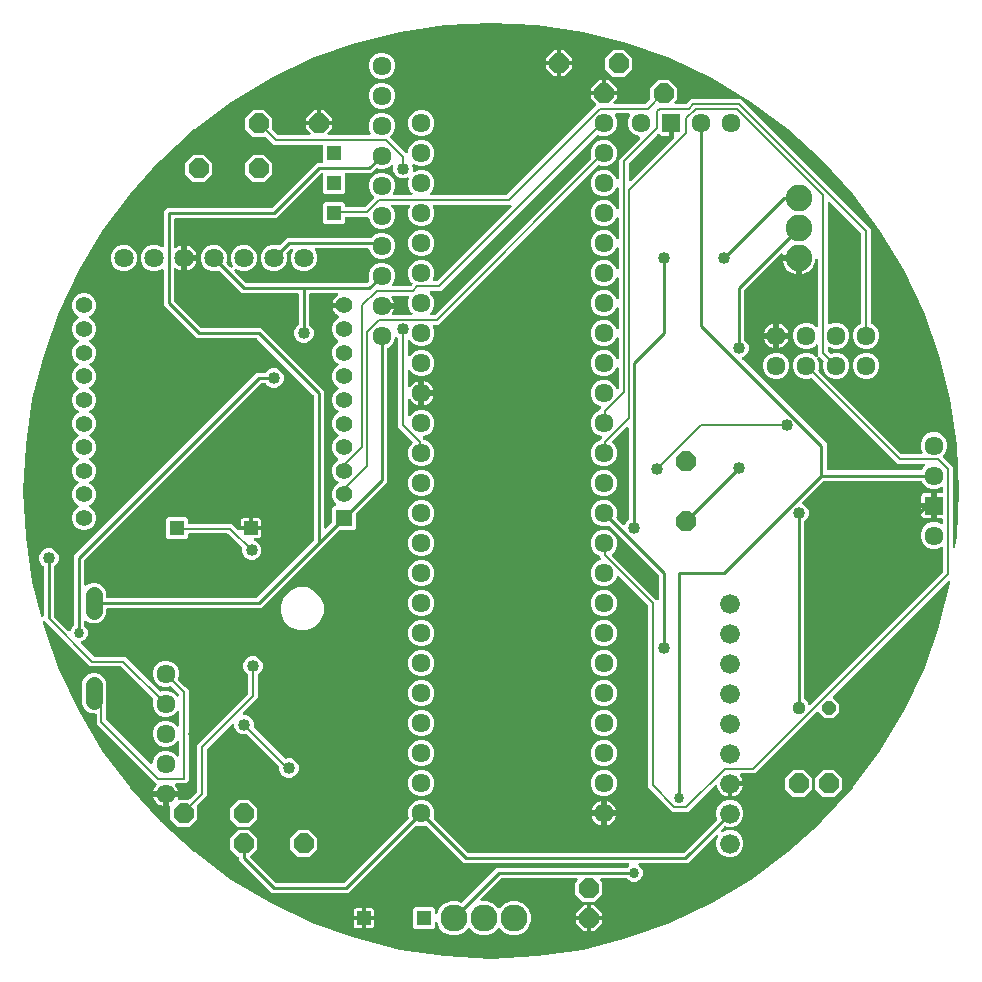
<source format=gbr>
G04 EAGLE Gerber RS-274X export*
G75*
%MOMM*%
%FSLAX34Y34*%
%LPD*%
%INBottom Copper*%
%IPPOS*%
%AMOC8*
5,1,8,0,0,1.08239X$1,22.5*%
G01*
%ADD10P,1.814519X8X292.500000*%
%ADD11C,1.609600*%
%ADD12R,1.609600X1.609600*%
%ADD13C,1.629600*%
%ADD14C,1.676400*%
%ADD15C,1.422400*%
%ADD16R,1.422400X1.422400*%
%ADD17C,1.422400*%
%ADD18P,1.814519X8X22.500000*%
%ADD19C,2.280000*%
%ADD20R,1.209600X1.209600*%
%ADD21C,2.250000*%
%ADD22P,1.201020X8X22.500000*%
%ADD23C,1.109600*%
%ADD24C,0.254000*%
%ADD25C,0.858000*%
%ADD26C,1.016000*%
%ADD27C,0.203200*%

G36*
X438771Y5714D02*
X438771Y5714D01*
X438791Y5717D01*
X438895Y5726D01*
X477231Y11413D01*
X477250Y11418D01*
X477353Y11437D01*
X514948Y20854D01*
X514966Y20861D01*
X515067Y20890D01*
X551557Y33946D01*
X551575Y33955D01*
X551672Y33994D01*
X586707Y50564D01*
X586723Y50575D01*
X586817Y50623D01*
X620058Y70547D01*
X620074Y70560D01*
X620162Y70617D01*
X651291Y93703D01*
X651305Y93717D01*
X651387Y93782D01*
X680103Y119809D01*
X680116Y119824D01*
X680191Y119897D01*
X706218Y148613D01*
X706229Y148629D01*
X706297Y148709D01*
X729383Y179838D01*
X729393Y179855D01*
X729453Y179942D01*
X749377Y213183D01*
X749385Y213202D01*
X749436Y213293D01*
X766006Y248328D01*
X766012Y248347D01*
X766054Y248443D01*
X779110Y284933D01*
X779114Y284953D01*
X779146Y285052D01*
X788440Y322157D01*
X788457Y322292D01*
X788478Y322426D01*
X788476Y322450D01*
X788478Y322473D01*
X788461Y322607D01*
X788448Y322742D01*
X788440Y322765D01*
X788437Y322788D01*
X788386Y322914D01*
X788340Y323041D01*
X788327Y323061D01*
X788318Y323084D01*
X788238Y323192D01*
X788162Y323305D01*
X788144Y323320D01*
X788130Y323340D01*
X788025Y323425D01*
X787923Y323515D01*
X787902Y323526D01*
X787884Y323541D01*
X787761Y323598D01*
X787640Y323660D01*
X787617Y323665D01*
X787595Y323675D01*
X787462Y323700D01*
X787330Y323729D01*
X787306Y323729D01*
X787282Y323733D01*
X787148Y323724D01*
X787012Y323720D01*
X786989Y323713D01*
X786965Y323711D01*
X786836Y323669D01*
X786707Y323631D01*
X786686Y323619D01*
X786663Y323612D01*
X786549Y323538D01*
X786433Y323470D01*
X786407Y323448D01*
X786395Y323440D01*
X786381Y323424D01*
X786312Y323363D01*
X689300Y226352D01*
X689227Y226258D01*
X689149Y226169D01*
X689130Y226133D01*
X689106Y226101D01*
X689058Y225991D01*
X689004Y225886D01*
X688995Y225846D01*
X688979Y225809D01*
X688961Y225691D01*
X688934Y225575D01*
X688936Y225535D01*
X688929Y225495D01*
X688941Y225376D01*
X688944Y225257D01*
X688955Y225219D01*
X688959Y225178D01*
X688999Y225066D01*
X689033Y224952D01*
X689053Y224917D01*
X689067Y224879D01*
X689134Y224780D01*
X689194Y224678D01*
X689234Y224633D01*
X689245Y224616D01*
X689261Y224602D01*
X689300Y224557D01*
X694397Y219461D01*
X694397Y212339D01*
X689361Y207303D01*
X682239Y207303D01*
X677143Y212400D01*
X677049Y212473D01*
X676960Y212551D01*
X676924Y212570D01*
X676892Y212594D01*
X676782Y212642D01*
X676676Y212696D01*
X676637Y212705D01*
X676600Y212721D01*
X676482Y212739D01*
X676366Y212766D01*
X676326Y212764D01*
X676286Y212771D01*
X676167Y212759D01*
X676048Y212756D01*
X676009Y212745D01*
X675969Y212741D01*
X675857Y212701D01*
X675743Y212667D01*
X675708Y212647D01*
X675670Y212633D01*
X675571Y212566D01*
X675469Y212506D01*
X675423Y212466D01*
X675407Y212455D01*
X675393Y212439D01*
X675348Y212400D01*
X623476Y160527D01*
X611704Y160527D01*
X611665Y160522D01*
X611625Y160525D01*
X611507Y160502D01*
X611389Y160487D01*
X611352Y160473D01*
X611313Y160465D01*
X611204Y160414D01*
X611093Y160370D01*
X611061Y160347D01*
X611025Y160330D01*
X610932Y160254D01*
X610836Y160184D01*
X610810Y160153D01*
X610780Y160128D01*
X610709Y160031D01*
X610633Y159939D01*
X610616Y159903D01*
X610592Y159870D01*
X610548Y159759D01*
X610497Y159651D01*
X610490Y159612D01*
X610475Y159575D01*
X610460Y159456D01*
X610437Y159339D01*
X610440Y159299D01*
X610435Y159259D01*
X610450Y159140D01*
X610457Y159021D01*
X610469Y158983D01*
X610474Y158944D01*
X610518Y158832D01*
X610555Y158719D01*
X610577Y158685D01*
X610591Y158648D01*
X610677Y158512D01*
X611322Y157625D01*
X612103Y156093D01*
X612634Y154458D01*
X612722Y153899D01*
X602710Y153899D01*
X602592Y153884D01*
X602473Y153877D01*
X602435Y153864D01*
X602395Y153859D01*
X602284Y153816D01*
X602171Y153779D01*
X602137Y153757D01*
X602099Y153742D01*
X602003Y153673D01*
X601902Y153609D01*
X601874Y153579D01*
X601842Y153556D01*
X601766Y153464D01*
X601684Y153377D01*
X601665Y153342D01*
X601639Y153311D01*
X601588Y153203D01*
X601531Y153099D01*
X601521Y153059D01*
X601503Y153023D01*
X601481Y152906D01*
X601451Y152791D01*
X601447Y152731D01*
X601444Y152711D01*
X601445Y152690D01*
X601441Y152630D01*
X601441Y152439D01*
X601250Y152439D01*
X601132Y152424D01*
X601013Y152417D01*
X600975Y152404D01*
X600934Y152399D01*
X600824Y152355D01*
X600711Y152319D01*
X600676Y152297D01*
X600639Y152282D01*
X600542Y152212D01*
X600442Y152149D01*
X600414Y152119D01*
X600381Y152095D01*
X600305Y152004D01*
X600224Y151917D01*
X600204Y151882D01*
X600179Y151850D01*
X600128Y151743D01*
X600070Y151638D01*
X600060Y151599D01*
X600043Y151563D01*
X600021Y151446D01*
X599991Y151330D01*
X599987Y151270D01*
X599983Y151250D01*
X599985Y151230D01*
X599981Y151170D01*
X599981Y141158D01*
X599422Y141246D01*
X597787Y141777D01*
X596255Y142558D01*
X594864Y143569D01*
X593649Y144784D01*
X592638Y146175D01*
X591857Y147707D01*
X591326Y149342D01*
X591248Y149834D01*
X591237Y149872D01*
X591234Y149912D01*
X591193Y150024D01*
X591160Y150139D01*
X591139Y150174D01*
X591126Y150211D01*
X591059Y150310D01*
X590998Y150413D01*
X590970Y150441D01*
X590947Y150474D01*
X590857Y150554D01*
X590773Y150638D01*
X590739Y150658D01*
X590709Y150685D01*
X590602Y150739D01*
X590499Y150800D01*
X590461Y150811D01*
X590426Y150829D01*
X590309Y150855D01*
X590194Y150889D01*
X590154Y150890D01*
X590115Y150899D01*
X589996Y150895D01*
X589876Y150899D01*
X589837Y150890D01*
X589798Y150889D01*
X589682Y150856D01*
X589566Y150830D01*
X589530Y150812D01*
X589492Y150801D01*
X589389Y150740D01*
X589282Y150686D01*
X589252Y150659D01*
X589218Y150639D01*
X589097Y150533D01*
X566580Y128015D01*
X553052Y128015D01*
X532383Y148684D01*
X532383Y302591D01*
X532371Y302689D01*
X532368Y302788D01*
X532351Y302846D01*
X532343Y302906D01*
X532307Y302998D01*
X532279Y303093D01*
X532249Y303145D01*
X532226Y303202D01*
X532168Y303282D01*
X532118Y303367D01*
X532052Y303443D01*
X532040Y303459D01*
X532030Y303467D01*
X532012Y303488D01*
X508065Y327435D01*
X508026Y327465D01*
X507992Y327502D01*
X507901Y327562D01*
X507814Y327629D01*
X507768Y327649D01*
X507727Y327677D01*
X507623Y327712D01*
X507522Y327756D01*
X507473Y327764D01*
X507426Y327780D01*
X507317Y327788D01*
X507208Y327806D01*
X507158Y327801D01*
X507109Y327805D01*
X507001Y327786D01*
X506891Y327776D01*
X506844Y327759D01*
X506796Y327751D01*
X506695Y327705D01*
X506592Y327668D01*
X506551Y327640D01*
X506506Y327620D01*
X506420Y327551D01*
X506329Y327490D01*
X506296Y327452D01*
X506257Y327421D01*
X506191Y327334D01*
X506118Y327251D01*
X506096Y327207D01*
X506066Y327167D01*
X505995Y327023D01*
X504707Y323914D01*
X501586Y320793D01*
X497507Y319103D01*
X493093Y319103D01*
X489014Y320793D01*
X485893Y323914D01*
X484203Y327993D01*
X484203Y332407D01*
X485893Y336486D01*
X489014Y339607D01*
X492123Y340895D01*
X492166Y340920D01*
X492213Y340936D01*
X492304Y340998D01*
X492399Y341052D01*
X492435Y341087D01*
X492476Y341115D01*
X492549Y341197D01*
X492627Y341274D01*
X492653Y341316D01*
X492686Y341353D01*
X492736Y341451D01*
X492794Y341545D01*
X492808Y341592D01*
X492831Y341637D01*
X492855Y341744D01*
X492887Y341849D01*
X492890Y341898D01*
X492901Y341947D01*
X492897Y342057D01*
X492902Y342166D01*
X492892Y342215D01*
X492891Y342265D01*
X492860Y342370D01*
X492838Y342478D01*
X492816Y342523D01*
X492802Y342570D01*
X492747Y342665D01*
X492698Y342764D01*
X492666Y342802D01*
X492641Y342844D01*
X492535Y342965D01*
X491743Y343756D01*
X491743Y344214D01*
X491740Y344243D01*
X491742Y344273D01*
X491720Y344401D01*
X491703Y344530D01*
X491693Y344557D01*
X491688Y344586D01*
X491634Y344705D01*
X491586Y344825D01*
X491569Y344849D01*
X491557Y344876D01*
X491476Y344978D01*
X491400Y345083D01*
X491377Y345102D01*
X491358Y345125D01*
X491255Y345203D01*
X491155Y345286D01*
X491128Y345298D01*
X491104Y345316D01*
X490960Y345387D01*
X489014Y346193D01*
X485893Y349314D01*
X484203Y353393D01*
X484203Y357807D01*
X485893Y361886D01*
X489014Y365007D01*
X493093Y366697D01*
X497507Y366697D01*
X501586Y365007D01*
X504707Y361886D01*
X506397Y357807D01*
X506397Y353393D01*
X504707Y349314D01*
X502092Y346699D01*
X502019Y346605D01*
X501941Y346516D01*
X501922Y346480D01*
X501897Y346448D01*
X501850Y346338D01*
X501796Y346233D01*
X501787Y346193D01*
X501771Y346156D01*
X501752Y346038D01*
X501726Y345922D01*
X501727Y345882D01*
X501721Y345842D01*
X501732Y345723D01*
X501736Y345604D01*
X501747Y345566D01*
X501751Y345525D01*
X501791Y345413D01*
X501824Y345299D01*
X501845Y345264D01*
X501859Y345226D01*
X501925Y345128D01*
X501986Y345025D01*
X502026Y344980D01*
X502037Y344963D01*
X502052Y344949D01*
X502092Y344904D01*
X537760Y309236D01*
X539615Y307382D01*
X539724Y307297D01*
X539831Y307208D01*
X539850Y307199D01*
X539866Y307187D01*
X539994Y307131D01*
X540119Y307072D01*
X540139Y307069D01*
X540158Y307061D01*
X540296Y307039D01*
X540432Y307013D01*
X540452Y307014D01*
X540472Y307011D01*
X540611Y307024D01*
X540749Y307032D01*
X540768Y307039D01*
X540788Y307041D01*
X540920Y307088D01*
X541051Y307130D01*
X541069Y307141D01*
X541088Y307148D01*
X541203Y307226D01*
X541320Y307301D01*
X541334Y307315D01*
X541351Y307327D01*
X541443Y307431D01*
X541538Y307532D01*
X541548Y307550D01*
X541561Y307565D01*
X541625Y307689D01*
X541692Y307811D01*
X541697Y307830D01*
X541706Y307848D01*
X541736Y307984D01*
X541771Y308119D01*
X541773Y308147D01*
X541776Y308159D01*
X541775Y308179D01*
X541781Y308279D01*
X541781Y327885D01*
X541769Y327984D01*
X541766Y328083D01*
X541749Y328141D01*
X541741Y328201D01*
X541705Y328293D01*
X541677Y328388D01*
X541647Y328440D01*
X541624Y328497D01*
X541566Y328577D01*
X541516Y328662D01*
X541450Y328737D01*
X541438Y328754D01*
X541428Y328762D01*
X541410Y328783D01*
X500074Y370118D01*
X500051Y370136D01*
X500032Y370159D01*
X499926Y370234D01*
X499823Y370313D01*
X499796Y370325D01*
X499771Y370342D01*
X499650Y370388D01*
X499531Y370440D01*
X499502Y370444D01*
X499474Y370455D01*
X499345Y370469D01*
X499217Y370489D01*
X499187Y370487D01*
X499158Y370490D01*
X499030Y370472D01*
X498900Y370460D01*
X498872Y370450D01*
X498843Y370446D01*
X498691Y370393D01*
X497507Y369903D01*
X493093Y369903D01*
X489014Y371593D01*
X485893Y374714D01*
X484203Y378793D01*
X484203Y383207D01*
X485893Y387286D01*
X489014Y390407D01*
X493093Y392097D01*
X497507Y392097D01*
X501586Y390407D01*
X504707Y387286D01*
X506397Y383207D01*
X506397Y378793D01*
X505907Y377609D01*
X505899Y377581D01*
X505885Y377554D01*
X505857Y377428D01*
X505823Y377302D01*
X505822Y377273D01*
X505816Y377244D01*
X505820Y377114D01*
X505818Y376984D01*
X505824Y376956D01*
X505825Y376926D01*
X505861Y376802D01*
X505892Y376675D01*
X505906Y376649D01*
X505914Y376621D01*
X505980Y376509D01*
X506040Y376394D01*
X506060Y376372D01*
X506075Y376347D01*
X506182Y376226D01*
X511204Y371203D01*
X511244Y371173D01*
X511277Y371136D01*
X511369Y371076D01*
X511456Y371008D01*
X511501Y370988D01*
X511543Y370961D01*
X511647Y370926D01*
X511748Y370882D01*
X511797Y370874D01*
X511844Y370858D01*
X511953Y370849D01*
X512062Y370832D01*
X512111Y370837D01*
X512161Y370833D01*
X512269Y370852D01*
X512378Y370862D01*
X512425Y370879D01*
X512474Y370887D01*
X512574Y370932D01*
X512678Y370969D01*
X512719Y370997D01*
X512764Y371018D01*
X512850Y371086D01*
X512941Y371148D01*
X512974Y371185D01*
X513012Y371216D01*
X513078Y371304D01*
X513151Y371386D01*
X513174Y371431D01*
X513204Y371470D01*
X513275Y371615D01*
X513809Y372905D01*
X516010Y375105D01*
X516070Y375184D01*
X516138Y375256D01*
X516167Y375309D01*
X516204Y375357D01*
X516244Y375448D01*
X516292Y375534D01*
X516307Y375593D01*
X516331Y375648D01*
X516346Y375746D01*
X516371Y375842D01*
X516377Y375942D01*
X516381Y375963D01*
X516379Y375975D01*
X516381Y376003D01*
X516381Y452705D01*
X516364Y452842D01*
X516351Y452981D01*
X516344Y453000D01*
X516341Y453020D01*
X516290Y453149D01*
X516243Y453280D01*
X516232Y453297D01*
X516224Y453316D01*
X516143Y453428D01*
X516065Y453543D01*
X516049Y453557D01*
X516038Y453573D01*
X515930Y453662D01*
X515826Y453754D01*
X515808Y453763D01*
X515793Y453776D01*
X515667Y453835D01*
X515543Y453898D01*
X515523Y453903D01*
X515505Y453912D01*
X515369Y453938D01*
X515233Y453968D01*
X515212Y453968D01*
X515193Y453971D01*
X515054Y453963D01*
X514915Y453958D01*
X514895Y453953D01*
X514875Y453952D01*
X514743Y453909D01*
X514609Y453870D01*
X514592Y453860D01*
X514573Y453854D01*
X514455Y453779D01*
X514335Y453709D01*
X514314Y453690D01*
X514304Y453683D01*
X514290Y453668D01*
X514215Y453602D01*
X502600Y441988D01*
X502527Y441894D01*
X502449Y441805D01*
X502430Y441769D01*
X502405Y441737D01*
X502358Y441627D01*
X502304Y441521D01*
X502295Y441482D01*
X502279Y441445D01*
X502260Y441327D01*
X502234Y441211D01*
X502235Y441171D01*
X502229Y441131D01*
X502240Y441012D01*
X502244Y440893D01*
X502255Y440854D01*
X502259Y440814D01*
X502299Y440702D01*
X502332Y440588D01*
X502353Y440553D01*
X502367Y440515D01*
X502434Y440416D01*
X502494Y440314D01*
X502534Y440269D01*
X502545Y440252D01*
X502561Y440238D01*
X502600Y440193D01*
X504707Y438086D01*
X506397Y434007D01*
X506397Y429593D01*
X504707Y425514D01*
X501586Y422393D01*
X497507Y420703D01*
X493093Y420703D01*
X489014Y422393D01*
X485893Y425514D01*
X484203Y429593D01*
X484203Y434007D01*
X485893Y438086D01*
X489014Y441207D01*
X491015Y442036D01*
X491023Y442041D01*
X491032Y442043D01*
X491161Y442119D01*
X491291Y442194D01*
X491298Y442200D01*
X491306Y442205D01*
X491427Y442311D01*
X493253Y444137D01*
X493283Y444177D01*
X493320Y444210D01*
X493381Y444302D01*
X493448Y444389D01*
X493468Y444434D01*
X493495Y444476D01*
X493531Y444580D01*
X493574Y444680D01*
X493582Y444730D01*
X493598Y444777D01*
X493607Y444886D01*
X493624Y444995D01*
X493619Y445044D01*
X493623Y445094D01*
X493605Y445202D01*
X493594Y445311D01*
X493577Y445358D01*
X493569Y445407D01*
X493524Y445507D01*
X493487Y445610D01*
X493459Y445652D01*
X493438Y445697D01*
X493370Y445783D01*
X493308Y445874D01*
X493271Y445906D01*
X493240Y445945D01*
X493152Y446011D01*
X493070Y446084D01*
X493025Y446107D01*
X492986Y446137D01*
X492841Y446207D01*
X489014Y447793D01*
X485893Y450914D01*
X484203Y454993D01*
X484203Y459407D01*
X485893Y463486D01*
X489014Y466607D01*
X490960Y467413D01*
X490985Y467428D01*
X491013Y467437D01*
X491123Y467506D01*
X491236Y467571D01*
X491257Y467591D01*
X491282Y467607D01*
X491371Y467702D01*
X491464Y467792D01*
X491480Y467817D01*
X491500Y467839D01*
X491563Y467953D01*
X491631Y468063D01*
X491639Y468091D01*
X491654Y468117D01*
X491686Y468243D01*
X491724Y468367D01*
X491726Y468397D01*
X491733Y468425D01*
X491743Y468586D01*
X491743Y469044D01*
X492535Y469835D01*
X492565Y469874D01*
X492602Y469908D01*
X492662Y469999D01*
X492729Y470086D01*
X492749Y470132D01*
X492776Y470173D01*
X492812Y470277D01*
X492856Y470378D01*
X492864Y470427D01*
X492880Y470474D01*
X492888Y470584D01*
X492906Y470692D01*
X492901Y470742D01*
X492905Y470791D01*
X492886Y470899D01*
X492876Y471009D01*
X492859Y471056D01*
X492851Y471104D01*
X492805Y471205D01*
X492768Y471308D01*
X492740Y471349D01*
X492720Y471394D01*
X492651Y471480D01*
X492590Y471571D01*
X492552Y471604D01*
X492521Y471643D01*
X492433Y471709D01*
X492351Y471782D01*
X492307Y471804D01*
X492267Y471834D01*
X492123Y471905D01*
X489014Y473193D01*
X485893Y476314D01*
X484203Y480393D01*
X484203Y484807D01*
X485893Y488886D01*
X489014Y492007D01*
X493093Y493697D01*
X497507Y493697D01*
X501586Y492007D01*
X504707Y488886D01*
X505557Y486834D01*
X505592Y486773D01*
X505618Y486708D01*
X505670Y486636D01*
X505715Y486557D01*
X505763Y486507D01*
X505804Y486451D01*
X505874Y486393D01*
X505936Y486329D01*
X505996Y486293D01*
X506049Y486248D01*
X506131Y486210D01*
X506207Y486163D01*
X506274Y486142D01*
X506337Y486112D01*
X506425Y486096D01*
X506511Y486069D01*
X506581Y486066D01*
X506650Y486053D01*
X506739Y486058D01*
X506829Y486054D01*
X506897Y486068D01*
X506967Y486072D01*
X507052Y486100D01*
X507140Y486118D01*
X507203Y486149D01*
X507269Y486170D01*
X507345Y486218D01*
X507426Y486258D01*
X507479Y486303D01*
X507538Y486341D01*
X507600Y486406D01*
X507668Y486464D01*
X507708Y486521D01*
X507756Y486572D01*
X507799Y486651D01*
X507851Y486724D01*
X507876Y486790D01*
X507910Y486851D01*
X507932Y486938D01*
X507964Y487022D01*
X507972Y487091D01*
X507989Y487159D01*
X507999Y487319D01*
X507999Y503281D01*
X507991Y503350D01*
X507992Y503420D01*
X507971Y503507D01*
X507959Y503596D01*
X507934Y503661D01*
X507917Y503729D01*
X507875Y503808D01*
X507842Y503892D01*
X507801Y503948D01*
X507769Y504010D01*
X507708Y504077D01*
X507656Y504149D01*
X507602Y504194D01*
X507555Y504245D01*
X507480Y504295D01*
X507411Y504352D01*
X507347Y504382D01*
X507289Y504420D01*
X507204Y504449D01*
X507123Y504488D01*
X507054Y504501D01*
X506988Y504523D01*
X506899Y504530D01*
X506811Y504547D01*
X506741Y504543D01*
X506671Y504549D01*
X506583Y504533D01*
X506493Y504528D01*
X506427Y504506D01*
X506358Y504494D01*
X506276Y504457D01*
X506191Y504430D01*
X506132Y504392D01*
X506068Y504364D01*
X505998Y504308D01*
X505922Y504259D01*
X505874Y504209D01*
X505820Y504165D01*
X505765Y504093D01*
X505704Y504028D01*
X505670Y503967D01*
X505628Y503911D01*
X505557Y503766D01*
X504707Y501714D01*
X501586Y498593D01*
X497507Y496903D01*
X493093Y496903D01*
X489014Y498593D01*
X485893Y501714D01*
X484203Y505793D01*
X484203Y510207D01*
X485893Y514286D01*
X489014Y517407D01*
X493093Y519097D01*
X497507Y519097D01*
X501586Y517407D01*
X504707Y514286D01*
X505557Y512234D01*
X505592Y512173D01*
X505618Y512108D01*
X505670Y512036D01*
X505715Y511957D01*
X505763Y511907D01*
X505804Y511851D01*
X505874Y511793D01*
X505936Y511729D01*
X505996Y511693D01*
X506049Y511648D01*
X506131Y511610D01*
X506207Y511563D01*
X506274Y511542D01*
X506337Y511512D01*
X506425Y511496D01*
X506511Y511469D01*
X506581Y511466D01*
X506650Y511453D01*
X506739Y511458D01*
X506829Y511454D01*
X506897Y511468D01*
X506967Y511472D01*
X507052Y511500D01*
X507140Y511518D01*
X507203Y511549D01*
X507269Y511570D01*
X507345Y511618D01*
X507426Y511658D01*
X507479Y511703D01*
X507538Y511741D01*
X507600Y511806D01*
X507668Y511864D01*
X507708Y511921D01*
X507756Y511972D01*
X507799Y512051D01*
X507851Y512124D01*
X507876Y512190D01*
X507910Y512251D01*
X507932Y512338D01*
X507964Y512422D01*
X507972Y512491D01*
X507989Y512559D01*
X507999Y512719D01*
X507999Y528681D01*
X507991Y528750D01*
X507992Y528820D01*
X507971Y528907D01*
X507959Y528996D01*
X507934Y529061D01*
X507917Y529129D01*
X507875Y529208D01*
X507842Y529292D01*
X507801Y529348D01*
X507769Y529410D01*
X507708Y529477D01*
X507656Y529549D01*
X507602Y529594D01*
X507555Y529645D01*
X507480Y529695D01*
X507411Y529752D01*
X507347Y529782D01*
X507289Y529820D01*
X507204Y529849D01*
X507123Y529888D01*
X507054Y529901D01*
X506988Y529923D01*
X506899Y529930D01*
X506811Y529947D01*
X506741Y529943D01*
X506671Y529949D01*
X506583Y529933D01*
X506493Y529928D01*
X506427Y529906D01*
X506358Y529894D01*
X506276Y529857D01*
X506191Y529830D01*
X506132Y529792D01*
X506068Y529764D01*
X505998Y529708D01*
X505922Y529659D01*
X505874Y529609D01*
X505820Y529565D01*
X505765Y529493D01*
X505704Y529428D01*
X505670Y529367D01*
X505628Y529311D01*
X505557Y529166D01*
X504707Y527114D01*
X501586Y523993D01*
X497507Y522303D01*
X493093Y522303D01*
X489014Y523993D01*
X485893Y527114D01*
X484203Y531193D01*
X484203Y535607D01*
X485893Y539686D01*
X489014Y542807D01*
X493093Y544497D01*
X497507Y544497D01*
X501586Y542807D01*
X504707Y539686D01*
X505557Y537634D01*
X505592Y537573D01*
X505618Y537508D01*
X505670Y537436D01*
X505715Y537357D01*
X505763Y537307D01*
X505804Y537251D01*
X505874Y537193D01*
X505936Y537129D01*
X505996Y537093D01*
X506049Y537048D01*
X506131Y537010D01*
X506207Y536963D01*
X506274Y536942D01*
X506337Y536912D01*
X506425Y536896D01*
X506511Y536869D01*
X506581Y536866D01*
X506650Y536853D01*
X506739Y536858D01*
X506829Y536854D01*
X506897Y536868D01*
X506967Y536872D01*
X507052Y536900D01*
X507140Y536918D01*
X507203Y536949D01*
X507269Y536970D01*
X507345Y537018D01*
X507426Y537058D01*
X507479Y537103D01*
X507538Y537141D01*
X507600Y537206D01*
X507668Y537264D01*
X507708Y537321D01*
X507756Y537372D01*
X507799Y537451D01*
X507851Y537524D01*
X507876Y537590D01*
X507910Y537651D01*
X507932Y537738D01*
X507964Y537822D01*
X507972Y537891D01*
X507989Y537959D01*
X507999Y538119D01*
X507999Y554081D01*
X507991Y554150D01*
X507992Y554220D01*
X507971Y554307D01*
X507959Y554396D01*
X507934Y554461D01*
X507917Y554529D01*
X507875Y554608D01*
X507842Y554692D01*
X507801Y554748D01*
X507769Y554810D01*
X507708Y554877D01*
X507656Y554949D01*
X507602Y554994D01*
X507555Y555045D01*
X507480Y555095D01*
X507411Y555152D01*
X507347Y555182D01*
X507289Y555220D01*
X507204Y555249D01*
X507123Y555288D01*
X507054Y555301D01*
X506988Y555323D01*
X506899Y555330D01*
X506811Y555347D01*
X506741Y555343D01*
X506671Y555349D01*
X506583Y555333D01*
X506493Y555328D01*
X506427Y555306D01*
X506358Y555294D01*
X506276Y555257D01*
X506191Y555230D01*
X506132Y555192D01*
X506068Y555164D01*
X505998Y555108D01*
X505922Y555059D01*
X505874Y555009D01*
X505820Y554965D01*
X505765Y554893D01*
X505704Y554828D01*
X505670Y554767D01*
X505628Y554711D01*
X505557Y554566D01*
X504707Y552514D01*
X501586Y549393D01*
X497507Y547703D01*
X493093Y547703D01*
X489014Y549393D01*
X485893Y552514D01*
X484203Y556593D01*
X484203Y561007D01*
X485893Y565086D01*
X489014Y568207D01*
X493093Y569897D01*
X497507Y569897D01*
X501586Y568207D01*
X504707Y565086D01*
X505557Y563034D01*
X505566Y563019D01*
X505568Y563011D01*
X505590Y562977D01*
X505592Y562973D01*
X505618Y562908D01*
X505670Y562836D01*
X505715Y562757D01*
X505763Y562707D01*
X505804Y562651D01*
X505874Y562593D01*
X505936Y562529D01*
X505996Y562493D01*
X506049Y562448D01*
X506131Y562410D01*
X506207Y562363D01*
X506274Y562342D01*
X506337Y562312D01*
X506425Y562296D01*
X506511Y562269D01*
X506581Y562266D01*
X506650Y562253D01*
X506739Y562258D01*
X506829Y562254D01*
X506897Y562268D01*
X506967Y562272D01*
X507052Y562300D01*
X507140Y562318D01*
X507203Y562349D01*
X507269Y562370D01*
X507345Y562418D01*
X507426Y562458D01*
X507479Y562503D01*
X507538Y562541D01*
X507600Y562606D01*
X507668Y562664D01*
X507708Y562721D01*
X507756Y562772D01*
X507799Y562851D01*
X507851Y562924D01*
X507876Y562990D01*
X507910Y563051D01*
X507932Y563138D01*
X507964Y563222D01*
X507972Y563291D01*
X507989Y563359D01*
X507996Y563465D01*
X507997Y563469D01*
X507996Y563474D01*
X507999Y563519D01*
X507999Y579481D01*
X507991Y579550D01*
X507992Y579620D01*
X507971Y579707D01*
X507959Y579796D01*
X507934Y579861D01*
X507917Y579929D01*
X507875Y580008D01*
X507842Y580092D01*
X507801Y580148D01*
X507769Y580210D01*
X507708Y580277D01*
X507656Y580349D01*
X507602Y580394D01*
X507555Y580445D01*
X507480Y580495D01*
X507411Y580552D01*
X507347Y580582D01*
X507289Y580620D01*
X507204Y580649D01*
X507123Y580688D01*
X507054Y580701D01*
X506988Y580723D01*
X506899Y580730D01*
X506811Y580747D01*
X506741Y580743D01*
X506671Y580749D01*
X506583Y580733D01*
X506493Y580728D01*
X506427Y580706D01*
X506358Y580694D01*
X506276Y580657D01*
X506191Y580630D01*
X506132Y580592D01*
X506068Y580564D01*
X505998Y580508D01*
X505922Y580459D01*
X505874Y580409D01*
X505820Y580365D01*
X505765Y580293D01*
X505704Y580228D01*
X505670Y580167D01*
X505628Y580111D01*
X505557Y579966D01*
X504707Y577914D01*
X501586Y574793D01*
X497507Y573103D01*
X493093Y573103D01*
X489014Y574793D01*
X485893Y577914D01*
X484203Y581993D01*
X484203Y586407D01*
X485893Y590486D01*
X489014Y593607D01*
X493093Y595297D01*
X497507Y595297D01*
X501586Y593607D01*
X504707Y590486D01*
X505557Y588434D01*
X505569Y588414D01*
X505575Y588396D01*
X505597Y588360D01*
X505618Y588308D01*
X505670Y588236D01*
X505715Y588157D01*
X505763Y588107D01*
X505804Y588051D01*
X505874Y587993D01*
X505936Y587929D01*
X505996Y587893D01*
X506049Y587848D01*
X506131Y587810D01*
X506207Y587763D01*
X506274Y587742D01*
X506337Y587712D01*
X506425Y587696D01*
X506511Y587669D01*
X506581Y587666D01*
X506650Y587653D01*
X506739Y587658D01*
X506829Y587654D01*
X506897Y587668D01*
X506967Y587672D01*
X507052Y587700D01*
X507140Y587718D01*
X507203Y587749D01*
X507269Y587770D01*
X507345Y587818D01*
X507426Y587858D01*
X507479Y587903D01*
X507538Y587941D01*
X507600Y588006D01*
X507668Y588064D01*
X507708Y588121D01*
X507756Y588172D01*
X507799Y588251D01*
X507851Y588324D01*
X507876Y588390D01*
X507910Y588451D01*
X507929Y588525D01*
X507937Y588542D01*
X507940Y588559D01*
X507964Y588622D01*
X507972Y588691D01*
X507989Y588759D01*
X507994Y588842D01*
X507997Y588854D01*
X507996Y588867D01*
X507999Y588919D01*
X507999Y604881D01*
X507991Y604950D01*
X507992Y605020D01*
X507971Y605107D01*
X507959Y605196D01*
X507934Y605261D01*
X507917Y605329D01*
X507875Y605408D01*
X507842Y605492D01*
X507801Y605548D01*
X507769Y605610D01*
X507708Y605677D01*
X507656Y605749D01*
X507602Y605794D01*
X507555Y605845D01*
X507480Y605895D01*
X507411Y605952D01*
X507347Y605982D01*
X507289Y606020D01*
X507204Y606049D01*
X507123Y606088D01*
X507054Y606101D01*
X506988Y606123D01*
X506899Y606130D01*
X506811Y606147D01*
X506741Y606143D01*
X506671Y606149D01*
X506583Y606133D01*
X506493Y606128D01*
X506427Y606106D01*
X506358Y606094D01*
X506276Y606057D01*
X506191Y606030D01*
X506132Y605992D01*
X506068Y605964D01*
X505998Y605908D01*
X505922Y605859D01*
X505874Y605809D01*
X505820Y605765D01*
X505765Y605693D01*
X505704Y605628D01*
X505670Y605567D01*
X505628Y605511D01*
X505557Y605366D01*
X504707Y603314D01*
X501586Y600193D01*
X497507Y598503D01*
X493093Y598503D01*
X489014Y600193D01*
X485893Y603314D01*
X484203Y607393D01*
X484203Y611807D01*
X485893Y615886D01*
X489014Y619007D01*
X493093Y620697D01*
X497507Y620697D01*
X501586Y619007D01*
X504707Y615886D01*
X505557Y613834D01*
X505572Y613808D01*
X505581Y613781D01*
X505603Y613746D01*
X505618Y613708D01*
X505670Y613636D01*
X505715Y613557D01*
X505736Y613536D01*
X505751Y613512D01*
X505780Y613485D01*
X505804Y613451D01*
X505874Y613393D01*
X505936Y613329D01*
X505963Y613313D01*
X505983Y613294D01*
X506017Y613275D01*
X506049Y613248D01*
X506131Y613210D01*
X506207Y613163D01*
X506238Y613153D01*
X506261Y613140D01*
X506298Y613131D01*
X506337Y613112D01*
X506425Y613096D01*
X506511Y613069D01*
X506543Y613068D01*
X506569Y613061D01*
X506625Y613057D01*
X506650Y613053D01*
X506675Y613054D01*
X506730Y613051D01*
X506776Y613056D01*
X506829Y613054D01*
X506897Y613068D01*
X506967Y613072D01*
X507009Y613086D01*
X507046Y613091D01*
X507088Y613108D01*
X507140Y613118D01*
X507203Y613149D01*
X507269Y613170D01*
X507306Y613194D01*
X507341Y613208D01*
X507379Y613235D01*
X507426Y613258D01*
X507479Y613303D01*
X507538Y613341D01*
X507568Y613372D01*
X507599Y613394D01*
X507629Y613431D01*
X507668Y613464D01*
X507708Y613521D01*
X507756Y613572D01*
X507777Y613609D01*
X507801Y613639D01*
X507822Y613682D01*
X507851Y613724D01*
X507876Y613790D01*
X507910Y613851D01*
X507920Y613891D01*
X507937Y613927D01*
X507946Y613974D01*
X507964Y614022D01*
X507972Y614091D01*
X507989Y614159D01*
X507993Y614220D01*
X507997Y614239D01*
X507995Y614259D01*
X507999Y614319D01*
X507999Y630281D01*
X507991Y630350D01*
X507992Y630420D01*
X507971Y630507D01*
X507959Y630596D01*
X507934Y630661D01*
X507917Y630729D01*
X507875Y630808D01*
X507842Y630892D01*
X507801Y630948D01*
X507769Y631010D01*
X507708Y631077D01*
X507656Y631149D01*
X507602Y631194D01*
X507555Y631245D01*
X507480Y631295D01*
X507411Y631352D01*
X507347Y631382D01*
X507289Y631420D01*
X507204Y631449D01*
X507123Y631488D01*
X507054Y631501D01*
X506988Y631523D01*
X506899Y631530D01*
X506811Y631547D01*
X506741Y631543D01*
X506671Y631549D01*
X506583Y631533D01*
X506493Y631528D01*
X506427Y631506D01*
X506358Y631494D01*
X506276Y631457D01*
X506191Y631430D01*
X506132Y631392D01*
X506068Y631364D01*
X505998Y631308D01*
X505922Y631259D01*
X505874Y631209D01*
X505820Y631165D01*
X505765Y631093D01*
X505704Y631028D01*
X505670Y630967D01*
X505628Y630911D01*
X505557Y630766D01*
X504707Y628714D01*
X501586Y625593D01*
X497507Y623903D01*
X493093Y623903D01*
X489014Y625593D01*
X485893Y628714D01*
X484203Y632793D01*
X484203Y637207D01*
X485893Y641286D01*
X489014Y644407D01*
X493093Y646097D01*
X497507Y646097D01*
X501586Y644407D01*
X504707Y641286D01*
X505557Y639234D01*
X505592Y639173D01*
X505618Y639108D01*
X505670Y639036D01*
X505715Y638957D01*
X505763Y638907D01*
X505804Y638851D01*
X505874Y638793D01*
X505936Y638729D01*
X505996Y638693D01*
X506049Y638648D01*
X506131Y638610D01*
X506207Y638563D01*
X506274Y638542D01*
X506337Y638512D01*
X506425Y638496D01*
X506511Y638469D01*
X506581Y638466D01*
X506650Y638453D01*
X506739Y638458D01*
X506829Y638454D01*
X506897Y638468D01*
X506967Y638472D01*
X507052Y638500D01*
X507140Y638518D01*
X507203Y638549D01*
X507269Y638570D01*
X507345Y638618D01*
X507426Y638658D01*
X507479Y638703D01*
X507538Y638741D01*
X507600Y638806D01*
X507668Y638864D01*
X507708Y638921D01*
X507756Y638972D01*
X507799Y639051D01*
X507851Y639124D01*
X507876Y639190D01*
X507910Y639251D01*
X507932Y639338D01*
X507964Y639422D01*
X507972Y639491D01*
X507989Y639559D01*
X507999Y639719D01*
X507999Y655681D01*
X507991Y655750D01*
X507992Y655820D01*
X507971Y655907D01*
X507959Y655996D01*
X507934Y656061D01*
X507917Y656129D01*
X507875Y656208D01*
X507842Y656292D01*
X507801Y656348D01*
X507769Y656410D01*
X507708Y656477D01*
X507656Y656549D01*
X507602Y656594D01*
X507555Y656645D01*
X507480Y656695D01*
X507411Y656752D01*
X507347Y656782D01*
X507289Y656820D01*
X507204Y656849D01*
X507123Y656888D01*
X507054Y656901D01*
X506988Y656923D01*
X506899Y656930D01*
X506811Y656947D01*
X506741Y656943D01*
X506671Y656949D01*
X506583Y656933D01*
X506493Y656928D01*
X506427Y656906D01*
X506358Y656894D01*
X506276Y656857D01*
X506191Y656830D01*
X506132Y656792D01*
X506068Y656764D01*
X505998Y656708D01*
X505922Y656659D01*
X505874Y656609D01*
X505820Y656565D01*
X505765Y656493D01*
X505704Y656428D01*
X505670Y656367D01*
X505628Y656311D01*
X505557Y656166D01*
X504707Y654114D01*
X501586Y650993D01*
X497507Y649303D01*
X493093Y649303D01*
X489014Y650993D01*
X485893Y654114D01*
X484203Y658193D01*
X484203Y662607D01*
X485893Y666686D01*
X489014Y669807D01*
X493093Y671497D01*
X497507Y671497D01*
X501586Y669807D01*
X504707Y666686D01*
X505557Y664634D01*
X505592Y664573D01*
X505618Y664508D01*
X505670Y664436D01*
X505715Y664357D01*
X505763Y664307D01*
X505804Y664251D01*
X505874Y664193D01*
X505936Y664129D01*
X505996Y664093D01*
X506049Y664048D01*
X506131Y664010D01*
X506207Y663963D01*
X506274Y663942D01*
X506337Y663912D01*
X506425Y663896D01*
X506511Y663869D01*
X506581Y663866D01*
X506650Y663853D01*
X506739Y663858D01*
X506829Y663854D01*
X506897Y663868D01*
X506967Y663872D01*
X507052Y663900D01*
X507140Y663918D01*
X507203Y663949D01*
X507269Y663970D01*
X507345Y664018D01*
X507426Y664058D01*
X507479Y664103D01*
X507538Y664141D01*
X507600Y664206D01*
X507668Y664264D01*
X507708Y664321D01*
X507756Y664372D01*
X507799Y664451D01*
X507851Y664524D01*
X507876Y664590D01*
X507910Y664651D01*
X507932Y664738D01*
X507964Y664822D01*
X507972Y664891D01*
X507989Y664959D01*
X507999Y665119D01*
X507999Y680372D01*
X525564Y697937D01*
X525649Y698046D01*
X525738Y698153D01*
X525747Y698172D01*
X525759Y698188D01*
X525815Y698316D01*
X525874Y698441D01*
X525877Y698461D01*
X525885Y698480D01*
X525907Y698618D01*
X525933Y698754D01*
X525932Y698774D01*
X525935Y698794D01*
X525922Y698933D01*
X525914Y699071D01*
X525907Y699090D01*
X525905Y699110D01*
X525858Y699242D01*
X525816Y699373D01*
X525805Y699391D01*
X525798Y699410D01*
X525720Y699525D01*
X525645Y699642D01*
X525631Y699656D01*
X525619Y699673D01*
X525515Y699765D01*
X525414Y699860D01*
X525396Y699870D01*
X525381Y699883D01*
X525257Y699946D01*
X525135Y700014D01*
X525116Y700019D01*
X525098Y700028D01*
X525048Y700039D01*
X520814Y701793D01*
X517693Y704914D01*
X516003Y708993D01*
X516003Y713407D01*
X517728Y717572D01*
X517742Y717620D01*
X517763Y717665D01*
X517783Y717773D01*
X517812Y717879D01*
X517813Y717929D01*
X517823Y717978D01*
X517816Y718087D01*
X517817Y718197D01*
X517806Y718245D01*
X517803Y718295D01*
X517769Y718399D01*
X517743Y718506D01*
X517720Y718550D01*
X517705Y718597D01*
X517646Y718690D01*
X517595Y718787D01*
X517561Y718824D01*
X517535Y718866D01*
X517454Y718941D01*
X517381Y719023D01*
X517339Y719050D01*
X517303Y719084D01*
X517207Y719137D01*
X517115Y719197D01*
X517068Y719214D01*
X517024Y719238D01*
X516918Y719265D01*
X516814Y719301D01*
X516765Y719305D01*
X516717Y719317D01*
X516556Y719327D01*
X505844Y719327D01*
X505795Y719321D01*
X505745Y719323D01*
X505638Y719301D01*
X505529Y719287D01*
X505483Y719269D01*
X505434Y719259D01*
X505335Y719211D01*
X505233Y719170D01*
X505193Y719141D01*
X505148Y719119D01*
X505064Y719048D01*
X504976Y718984D01*
X504944Y718945D01*
X504906Y718913D01*
X504843Y718823D01*
X504773Y718739D01*
X504752Y718694D01*
X504723Y718653D01*
X504684Y718550D01*
X504637Y718451D01*
X504628Y718402D01*
X504610Y718356D01*
X504598Y718246D01*
X504577Y718139D01*
X504581Y718089D01*
X504575Y718040D01*
X504590Y717931D01*
X504597Y717821D01*
X504613Y717774D01*
X504619Y717725D01*
X504672Y717572D01*
X506397Y713407D01*
X506397Y708993D01*
X504707Y704914D01*
X501586Y701793D01*
X497507Y700103D01*
X493093Y700103D01*
X490578Y701145D01*
X490549Y701153D01*
X490523Y701166D01*
X490396Y701195D01*
X490271Y701229D01*
X490241Y701229D01*
X490212Y701236D01*
X490083Y701232D01*
X489953Y701234D01*
X489924Y701227D01*
X489895Y701226D01*
X489770Y701190D01*
X489644Y701160D01*
X489617Y701146D01*
X489589Y701138D01*
X489477Y701072D01*
X489362Y701011D01*
X489341Y700991D01*
X489315Y700976D01*
X489194Y700870D01*
X357284Y568959D01*
X349298Y568959D01*
X349161Y568942D01*
X349022Y568929D01*
X349003Y568922D01*
X348983Y568919D01*
X348854Y568868D01*
X348722Y568821D01*
X348706Y568810D01*
X348687Y568802D01*
X348574Y568721D01*
X348459Y568643D01*
X348446Y568627D01*
X348430Y568616D01*
X348341Y568508D01*
X348249Y568404D01*
X348240Y568386D01*
X348227Y568371D01*
X348167Y568245D01*
X348104Y568121D01*
X348100Y568101D01*
X348091Y568083D01*
X348065Y567946D01*
X348035Y567811D01*
X348035Y567790D01*
X348031Y567771D01*
X348040Y567632D01*
X348044Y567493D01*
X348050Y567473D01*
X348051Y567453D01*
X348094Y567321D01*
X348133Y567187D01*
X348143Y567170D01*
X348149Y567151D01*
X348224Y567033D01*
X348294Y566913D01*
X348313Y566892D01*
X348319Y566882D01*
X348334Y566868D01*
X348401Y566793D01*
X350107Y565086D01*
X351797Y561007D01*
X351797Y556593D01*
X350107Y552514D01*
X348401Y550807D01*
X348315Y550698D01*
X348227Y550591D01*
X348218Y550572D01*
X348206Y550556D01*
X348150Y550428D01*
X348091Y550303D01*
X348087Y550283D01*
X348079Y550264D01*
X348057Y550126D01*
X348031Y549990D01*
X348033Y549970D01*
X348029Y549950D01*
X348043Y549811D01*
X348051Y549673D01*
X348057Y549654D01*
X348059Y549634D01*
X348106Y549502D01*
X348149Y549371D01*
X348160Y549353D01*
X348167Y549334D01*
X348245Y549219D01*
X348319Y549102D01*
X348334Y549088D01*
X348345Y549071D01*
X348450Y548979D01*
X348551Y548884D01*
X348569Y548874D01*
X348584Y548861D01*
X348708Y548797D01*
X348829Y548730D01*
X348849Y548725D01*
X348867Y548716D01*
X349003Y548686D01*
X349137Y548651D01*
X349165Y548649D01*
X349177Y548646D01*
X349198Y548647D01*
X349298Y548641D01*
X351359Y548641D01*
X351457Y548653D01*
X351556Y548656D01*
X351614Y548673D01*
X351674Y548681D01*
X351766Y548717D01*
X351861Y548745D01*
X351913Y548775D01*
X351970Y548798D01*
X352050Y548856D01*
X352135Y548906D01*
X352211Y548972D01*
X352227Y548984D01*
X352235Y548994D01*
X352256Y549012D01*
X484375Y681131D01*
X484393Y681155D01*
X484415Y681174D01*
X484490Y681280D01*
X484570Y681382D01*
X484581Y681410D01*
X484598Y681434D01*
X484644Y681555D01*
X484696Y681674D01*
X484701Y681703D01*
X484711Y681731D01*
X484726Y681860D01*
X484746Y681988D01*
X484743Y682018D01*
X484746Y682047D01*
X484728Y682176D01*
X484716Y682305D01*
X484706Y682333D01*
X484702Y682362D01*
X484650Y682514D01*
X484203Y683593D01*
X484203Y688007D01*
X485893Y692086D01*
X489014Y695207D01*
X493093Y696897D01*
X497507Y696897D01*
X501586Y695207D01*
X504707Y692086D01*
X506397Y688007D01*
X506397Y683593D01*
X504707Y679514D01*
X501586Y676393D01*
X497507Y674703D01*
X493093Y674703D01*
X491296Y675447D01*
X491268Y675455D01*
X491241Y675469D01*
X491114Y675497D01*
X490989Y675531D01*
X490960Y675532D01*
X490931Y675538D01*
X490801Y675534D01*
X490671Y675536D01*
X490643Y675530D01*
X490613Y675529D01*
X490489Y675493D01*
X490362Y675462D01*
X490336Y675448D01*
X490308Y675440D01*
X490196Y675374D01*
X490081Y675314D01*
X490059Y675294D01*
X490034Y675279D01*
X489913Y675172D01*
X355252Y540511D01*
X351665Y540511D01*
X351616Y540505D01*
X351566Y540507D01*
X351459Y540485D01*
X351349Y540471D01*
X351303Y540453D01*
X351255Y540443D01*
X351156Y540395D01*
X351054Y540354D01*
X351014Y540325D01*
X350969Y540303D01*
X350885Y540232D01*
X350796Y540168D01*
X350765Y540129D01*
X350727Y540097D01*
X350664Y540007D01*
X350594Y539923D01*
X350572Y539878D01*
X350544Y539837D01*
X350505Y539734D01*
X350458Y539635D01*
X350449Y539586D01*
X350431Y539540D01*
X350419Y539430D01*
X350398Y539323D01*
X350401Y539273D01*
X350396Y539224D01*
X350411Y539115D01*
X350418Y539005D01*
X350433Y538958D01*
X350440Y538909D01*
X350492Y538756D01*
X351797Y535607D01*
X351797Y531193D01*
X350107Y527114D01*
X346986Y523993D01*
X342907Y522303D01*
X338493Y522303D01*
X334414Y523993D01*
X331351Y527055D01*
X331242Y527141D01*
X331135Y527229D01*
X331116Y527238D01*
X331100Y527250D01*
X330972Y527306D01*
X330847Y527365D01*
X330827Y527369D01*
X330808Y527377D01*
X330670Y527399D01*
X330534Y527425D01*
X330514Y527423D01*
X330494Y527427D01*
X330355Y527413D01*
X330217Y527405D01*
X330198Y527399D01*
X330178Y527397D01*
X330046Y527350D01*
X329915Y527307D01*
X329897Y527296D01*
X329878Y527289D01*
X329763Y527211D01*
X329646Y527137D01*
X329632Y527122D01*
X329615Y527111D01*
X329523Y527006D01*
X329428Y526905D01*
X329418Y526887D01*
X329405Y526872D01*
X329341Y526748D01*
X329274Y526627D01*
X329269Y526607D01*
X329260Y526589D01*
X329230Y526453D01*
X329195Y526319D01*
X329193Y526291D01*
X329190Y526279D01*
X329191Y526258D01*
X329185Y526158D01*
X329185Y515242D01*
X329202Y515105D01*
X329215Y514966D01*
X329222Y514947D01*
X329225Y514927D01*
X329276Y514798D01*
X329323Y514666D01*
X329334Y514650D01*
X329342Y514631D01*
X329423Y514518D01*
X329501Y514403D01*
X329517Y514390D01*
X329528Y514374D01*
X329636Y514285D01*
X329740Y514193D01*
X329758Y514184D01*
X329773Y514171D01*
X329899Y514111D01*
X330023Y514048D01*
X330043Y514044D01*
X330061Y514035D01*
X330197Y514009D01*
X330333Y513979D01*
X330354Y513979D01*
X330373Y513975D01*
X330512Y513984D01*
X330651Y513988D01*
X330671Y513994D01*
X330691Y513995D01*
X330823Y514038D01*
X330957Y514077D01*
X330974Y514087D01*
X330993Y514093D01*
X331111Y514168D01*
X331231Y514238D01*
X331252Y514257D01*
X331262Y514263D01*
X331276Y514278D01*
X331351Y514345D01*
X334414Y517407D01*
X338493Y519097D01*
X342907Y519097D01*
X346986Y517407D01*
X350107Y514286D01*
X351797Y510207D01*
X351797Y505793D01*
X350107Y501714D01*
X346986Y498593D01*
X342907Y496903D01*
X338493Y496903D01*
X334414Y498593D01*
X331351Y501655D01*
X331242Y501741D01*
X331135Y501829D01*
X331116Y501838D01*
X331100Y501850D01*
X330972Y501906D01*
X330847Y501965D01*
X330827Y501969D01*
X330808Y501977D01*
X330670Y501999D01*
X330534Y502025D01*
X330514Y502023D01*
X330494Y502027D01*
X330355Y502013D01*
X330217Y502005D01*
X330198Y501999D01*
X330178Y501997D01*
X330046Y501950D01*
X329915Y501907D01*
X329897Y501896D01*
X329878Y501889D01*
X329763Y501811D01*
X329646Y501737D01*
X329632Y501722D01*
X329615Y501711D01*
X329523Y501606D01*
X329428Y501505D01*
X329418Y501487D01*
X329405Y501472D01*
X329341Y501348D01*
X329274Y501227D01*
X329269Y501207D01*
X329260Y501189D01*
X329230Y501053D01*
X329195Y500919D01*
X329193Y500891D01*
X329190Y500879D01*
X329191Y500858D01*
X329185Y500758D01*
X329185Y488610D01*
X329187Y488591D01*
X329185Y488571D01*
X329206Y488438D01*
X329207Y488427D01*
X329208Y488423D01*
X329225Y488295D01*
X329232Y488276D01*
X329235Y488257D01*
X329291Y488128D01*
X329342Y487999D01*
X329353Y487983D01*
X329361Y487965D01*
X329447Y487854D01*
X329528Y487742D01*
X329544Y487729D01*
X329556Y487713D01*
X329666Y487628D01*
X329773Y487539D01*
X329791Y487531D01*
X329807Y487518D01*
X329935Y487463D01*
X330061Y487404D01*
X330081Y487400D01*
X330099Y487392D01*
X330237Y487370D01*
X330373Y487344D01*
X330393Y487345D01*
X330413Y487342D01*
X330552Y487355D01*
X330691Y487364D01*
X330710Y487370D01*
X330730Y487372D01*
X330861Y487419D01*
X330993Y487462D01*
X331010Y487472D01*
X331029Y487479D01*
X331144Y487557D01*
X331262Y487632D01*
X331276Y487646D01*
X331292Y487658D01*
X331384Y487762D01*
X331480Y487863D01*
X331490Y487881D01*
X331503Y487896D01*
X331585Y488034D01*
X331644Y488150D01*
X332623Y489498D01*
X333802Y490677D01*
X335150Y491656D01*
X336635Y492413D01*
X338201Y492922D01*
X338201Y483830D01*
X338216Y483712D01*
X338223Y483593D01*
X338235Y483555D01*
X338241Y483515D01*
X338284Y483404D01*
X338321Y483291D01*
X338343Y483257D01*
X338358Y483219D01*
X338427Y483123D01*
X338491Y483022D01*
X338521Y482994D01*
X338544Y482962D01*
X338636Y482886D01*
X338723Y482804D01*
X338758Y482785D01*
X338789Y482759D01*
X338897Y482708D01*
X339001Y482651D01*
X339041Y482641D01*
X339077Y482623D01*
X339184Y482603D01*
X339154Y482599D01*
X339044Y482555D01*
X338931Y482519D01*
X338896Y482497D01*
X338859Y482482D01*
X338762Y482412D01*
X338662Y482349D01*
X338634Y482319D01*
X338601Y482295D01*
X338525Y482204D01*
X338444Y482117D01*
X338424Y482082D01*
X338399Y482050D01*
X338348Y481943D01*
X338290Y481838D01*
X338280Y481799D01*
X338263Y481763D01*
X338241Y481646D01*
X338211Y481530D01*
X338207Y481470D01*
X338203Y481450D01*
X338205Y481430D01*
X338201Y481370D01*
X338201Y472278D01*
X336635Y472787D01*
X335150Y473544D01*
X333802Y474523D01*
X332623Y475702D01*
X331644Y477050D01*
X331585Y477166D01*
X331574Y477182D01*
X331566Y477201D01*
X331485Y477313D01*
X331406Y477429D01*
X331391Y477442D01*
X331380Y477458D01*
X331272Y477547D01*
X331168Y477639D01*
X331150Y477648D01*
X331135Y477661D01*
X331009Y477720D01*
X330884Y477784D01*
X330865Y477788D01*
X330847Y477796D01*
X330710Y477823D01*
X330574Y477853D01*
X330554Y477852D01*
X330534Y477856D01*
X330396Y477848D01*
X330256Y477843D01*
X330237Y477838D01*
X330217Y477836D01*
X330085Y477793D01*
X329951Y477755D01*
X329934Y477745D01*
X329915Y477738D01*
X329797Y477664D01*
X329677Y477593D01*
X329663Y477579D01*
X329646Y477568D01*
X329550Y477467D01*
X329452Y477368D01*
X329442Y477351D01*
X329428Y477337D01*
X329361Y477215D01*
X329290Y477095D01*
X329284Y477076D01*
X329274Y477058D01*
X329240Y476924D01*
X329201Y476790D01*
X329200Y476769D01*
X329195Y476750D01*
X329185Y476590D01*
X329185Y464442D01*
X329202Y464305D01*
X329215Y464166D01*
X329222Y464147D01*
X329225Y464127D01*
X329276Y463998D01*
X329323Y463866D01*
X329334Y463850D01*
X329342Y463831D01*
X329423Y463718D01*
X329501Y463603D01*
X329517Y463590D01*
X329528Y463574D01*
X329636Y463485D01*
X329740Y463393D01*
X329758Y463384D01*
X329773Y463371D01*
X329899Y463311D01*
X330023Y463248D01*
X330043Y463244D01*
X330061Y463235D01*
X330197Y463209D01*
X330333Y463179D01*
X330354Y463179D01*
X330373Y463175D01*
X330512Y463184D01*
X330651Y463188D01*
X330671Y463194D01*
X330691Y463195D01*
X330823Y463238D01*
X330957Y463277D01*
X330974Y463287D01*
X330993Y463293D01*
X331111Y463368D01*
X331231Y463438D01*
X331252Y463457D01*
X331262Y463463D01*
X331276Y463478D01*
X331351Y463545D01*
X334414Y466607D01*
X338493Y468297D01*
X342907Y468297D01*
X346986Y466607D01*
X350107Y463486D01*
X351797Y459407D01*
X351797Y454993D01*
X350107Y450914D01*
X346986Y447793D01*
X342868Y446087D01*
X342860Y446086D01*
X342721Y446073D01*
X342702Y446066D01*
X342682Y446063D01*
X342553Y446012D01*
X342422Y445965D01*
X342405Y445954D01*
X342386Y445946D01*
X342274Y445865D01*
X342159Y445787D01*
X342145Y445771D01*
X342129Y445760D01*
X342040Y445652D01*
X341948Y445548D01*
X341939Y445530D01*
X341926Y445515D01*
X341867Y445389D01*
X341804Y445265D01*
X341799Y445245D01*
X341790Y445227D01*
X341764Y445091D01*
X341734Y444955D01*
X341734Y444934D01*
X341731Y444915D01*
X341739Y444776D01*
X341744Y444637D01*
X341749Y444617D01*
X341750Y444597D01*
X341793Y444465D01*
X341832Y444331D01*
X341842Y444314D01*
X341848Y444295D01*
X341923Y444177D01*
X341993Y444057D01*
X342012Y444036D01*
X342019Y444026D01*
X342033Y444012D01*
X342100Y443937D01*
X343125Y442911D01*
X343133Y442905D01*
X343139Y442898D01*
X343258Y442808D01*
X343377Y442716D01*
X343385Y442712D01*
X343393Y442707D01*
X343537Y442636D01*
X346986Y441207D01*
X350107Y438086D01*
X351797Y434007D01*
X351797Y429593D01*
X350107Y425514D01*
X346986Y422393D01*
X342907Y420703D01*
X338493Y420703D01*
X334414Y422393D01*
X331293Y425514D01*
X329603Y429593D01*
X329603Y434007D01*
X331293Y438086D01*
X332976Y439769D01*
X333049Y439863D01*
X333127Y439952D01*
X333146Y439988D01*
X333171Y440020D01*
X333218Y440129D01*
X333272Y440235D01*
X333281Y440275D01*
X333297Y440312D01*
X333316Y440430D01*
X333342Y440546D01*
X333341Y440586D01*
X333347Y440626D01*
X333336Y440745D01*
X333332Y440864D01*
X333321Y440902D01*
X333317Y440943D01*
X333277Y441055D01*
X333244Y441169D01*
X333223Y441204D01*
X333209Y441242D01*
X333143Y441340D01*
X333082Y441443D01*
X333042Y441488D01*
X333031Y441505D01*
X333016Y441519D01*
X332976Y441564D01*
X321055Y453484D01*
X321055Y528491D01*
X321043Y528589D01*
X321040Y528688D01*
X321023Y528747D01*
X321015Y528807D01*
X320979Y528899D01*
X320951Y528994D01*
X320921Y529046D01*
X320898Y529102D01*
X320840Y529183D01*
X320790Y529268D01*
X320724Y529343D01*
X320712Y529360D01*
X320702Y529368D01*
X320684Y529389D01*
X320364Y529709D01*
X320254Y529794D01*
X320147Y529883D01*
X320128Y529891D01*
X320112Y529904D01*
X319984Y529959D01*
X319859Y530018D01*
X319839Y530022D01*
X319820Y530030D01*
X319683Y530052D01*
X319546Y530078D01*
X319526Y530077D01*
X319506Y530080D01*
X319368Y530067D01*
X319229Y530058D01*
X319210Y530052D01*
X319190Y530050D01*
X319059Y530003D01*
X318927Y529960D01*
X318909Y529949D01*
X318890Y529943D01*
X318775Y529864D01*
X318658Y529790D01*
X318644Y529775D01*
X318627Y529764D01*
X318535Y529660D01*
X318440Y529558D01*
X318430Y529541D01*
X318417Y529526D01*
X318353Y529401D01*
X318286Y529280D01*
X318281Y529260D01*
X318272Y529242D01*
X318242Y529107D01*
X318207Y528972D01*
X318205Y528944D01*
X318202Y528932D01*
X318203Y528911D01*
X318203Y528907D01*
X316507Y524814D01*
X313386Y521693D01*
X312202Y521202D01*
X312177Y521188D01*
X312149Y521179D01*
X312039Y521109D01*
X311926Y521045D01*
X311905Y521024D01*
X311880Y521009D01*
X311791Y520914D01*
X311698Y520824D01*
X311682Y520798D01*
X311662Y520777D01*
X311599Y520663D01*
X311531Y520552D01*
X311523Y520524D01*
X311508Y520498D01*
X311476Y520373D01*
X311438Y520249D01*
X311436Y520219D01*
X311429Y520190D01*
X311419Y520030D01*
X311419Y407011D01*
X285632Y381225D01*
X285572Y381147D01*
X285504Y381074D01*
X285475Y381021D01*
X285438Y380974D01*
X285398Y380883D01*
X285350Y380796D01*
X285335Y380737D01*
X285311Y380682D01*
X285296Y380584D01*
X285271Y380488D01*
X285265Y380388D01*
X285261Y380368D01*
X285263Y380355D01*
X285261Y380327D01*
X285261Y368425D01*
X283475Y366639D01*
X271573Y366639D01*
X271474Y366627D01*
X271375Y366624D01*
X271317Y366607D01*
X271257Y366599D01*
X271165Y366563D01*
X271070Y366535D01*
X271018Y366505D01*
X270961Y366482D01*
X270881Y366424D01*
X270796Y366374D01*
X270721Y366308D01*
X270704Y366296D01*
X270696Y366286D01*
X270675Y366268D01*
X258640Y354233D01*
X255367Y350960D01*
X207790Y303383D01*
X204889Y300481D01*
X74930Y300481D01*
X74812Y300466D01*
X74693Y300459D01*
X74655Y300446D01*
X74614Y300441D01*
X74504Y300398D01*
X74391Y300361D01*
X74356Y300339D01*
X74319Y300324D01*
X74223Y300255D01*
X74122Y300191D01*
X74094Y300161D01*
X74061Y300138D01*
X73985Y300046D01*
X73904Y299959D01*
X73884Y299924D01*
X73859Y299893D01*
X73808Y299785D01*
X73750Y299681D01*
X73740Y299641D01*
X73723Y299605D01*
X73701Y299488D01*
X73671Y299373D01*
X73667Y299313D01*
X73663Y299293D01*
X73665Y299272D01*
X73661Y299212D01*
X73661Y295667D01*
X72114Y291932D01*
X69256Y289074D01*
X65521Y287527D01*
X61479Y287527D01*
X57744Y289074D01*
X57286Y289533D01*
X57176Y289618D01*
X57069Y289707D01*
X57050Y289716D01*
X57034Y289728D01*
X56906Y289783D01*
X56781Y289842D01*
X56761Y289846D01*
X56742Y289854D01*
X56604Y289876D01*
X56468Y289902D01*
X56448Y289901D01*
X56428Y289904D01*
X56289Y289891D01*
X56151Y289883D01*
X56132Y289876D01*
X56112Y289874D01*
X55981Y289827D01*
X55849Y289784D01*
X55831Y289774D01*
X55812Y289767D01*
X55698Y289689D01*
X55580Y289614D01*
X55566Y289600D01*
X55549Y289588D01*
X55457Y289484D01*
X55362Y289383D01*
X55352Y289365D01*
X55339Y289350D01*
X55276Y289226D01*
X55208Y289104D01*
X55203Y289085D01*
X55194Y289067D01*
X55164Y288931D01*
X55129Y288796D01*
X55127Y288768D01*
X55124Y288756D01*
X55125Y288736D01*
X55119Y288636D01*
X55119Y285986D01*
X55131Y285887D01*
X55134Y285788D01*
X55151Y285730D01*
X55159Y285670D01*
X55195Y285578D01*
X55223Y285483D01*
X55253Y285431D01*
X55276Y285374D01*
X55334Y285294D01*
X55384Y285209D01*
X55450Y285133D01*
X55462Y285117D01*
X55472Y285109D01*
X55490Y285088D01*
X57021Y283557D01*
X58139Y280860D01*
X58139Y277940D01*
X57021Y275243D01*
X54957Y273179D01*
X53256Y272474D01*
X53213Y272449D01*
X53166Y272433D01*
X53075Y272371D01*
X52980Y272317D01*
X52944Y272282D01*
X52903Y272254D01*
X52831Y272172D01*
X52752Y272095D01*
X52726Y272053D01*
X52693Y272016D01*
X52643Y271918D01*
X52585Y271824D01*
X52571Y271777D01*
X52548Y271732D01*
X52524Y271625D01*
X52492Y271520D01*
X52489Y271471D01*
X52478Y271422D01*
X52482Y271312D01*
X52477Y271203D01*
X52487Y271154D01*
X52488Y271104D01*
X52519Y270999D01*
X52541Y270891D01*
X52563Y270846D01*
X52577Y270799D01*
X52632Y270704D01*
X52681Y270605D01*
X52713Y270568D01*
X52738Y270525D01*
X52844Y270404D01*
X63542Y259706D01*
X63620Y259646D01*
X63692Y259578D01*
X63745Y259549D01*
X63793Y259512D01*
X63884Y259472D01*
X63971Y259424D01*
X64029Y259409D01*
X64085Y259385D01*
X64183Y259370D01*
X64279Y259345D01*
X64379Y259339D01*
X64399Y259335D01*
X64411Y259337D01*
X64439Y259335D01*
X90104Y259335D01*
X92856Y256582D01*
X119192Y230246D01*
X119215Y230228D01*
X119234Y230206D01*
X119341Y230131D01*
X119443Y230051D01*
X119470Y230040D01*
X119494Y230023D01*
X119616Y229977D01*
X119735Y229925D01*
X119764Y229921D01*
X119792Y229910D01*
X119921Y229896D01*
X120049Y229875D01*
X120079Y229878D01*
X120108Y229875D01*
X120236Y229893D01*
X120366Y229905D01*
X120394Y229915D01*
X120423Y229919D01*
X120575Y229971D01*
X122013Y230567D01*
X126427Y230567D01*
X130506Y228877D01*
X133469Y225915D01*
X133578Y225829D01*
X133685Y225741D01*
X133704Y225732D01*
X133720Y225720D01*
X133848Y225664D01*
X133973Y225605D01*
X133993Y225601D01*
X134012Y225593D01*
X134150Y225571D01*
X134286Y225545D01*
X134306Y225547D01*
X134326Y225543D01*
X134465Y225557D01*
X134603Y225565D01*
X134622Y225571D01*
X134642Y225573D01*
X134774Y225620D01*
X134905Y225663D01*
X134923Y225674D01*
X134942Y225681D01*
X135057Y225759D01*
X135174Y225833D01*
X135188Y225848D01*
X135205Y225859D01*
X135297Y225964D01*
X135392Y226065D01*
X135402Y226083D01*
X135415Y226098D01*
X135479Y226222D01*
X135546Y226343D01*
X135551Y226363D01*
X135560Y226381D01*
X135590Y226517D01*
X135625Y226651D01*
X135627Y226679D01*
X135630Y226691D01*
X135629Y226712D01*
X135635Y226812D01*
X135635Y227181D01*
X135623Y227279D01*
X135620Y227378D01*
X135603Y227436D01*
X135595Y227496D01*
X135559Y227588D01*
X135531Y227683D01*
X135501Y227735D01*
X135478Y227792D01*
X135420Y227872D01*
X135370Y227957D01*
X135328Y228005D01*
X135327Y228007D01*
X135324Y228009D01*
X135304Y228033D01*
X135292Y228049D01*
X135282Y228057D01*
X135264Y228078D01*
X129248Y234094D01*
X129225Y234112D01*
X129206Y234134D01*
X129099Y234209D01*
X128997Y234289D01*
X128970Y234300D01*
X128946Y234317D01*
X128824Y234363D01*
X128705Y234415D01*
X128676Y234419D01*
X128648Y234430D01*
X128519Y234444D01*
X128391Y234465D01*
X128361Y234462D01*
X128332Y234465D01*
X128204Y234447D01*
X128074Y234435D01*
X128046Y234425D01*
X128017Y234421D01*
X127865Y234369D01*
X126427Y233773D01*
X122013Y233773D01*
X117934Y235463D01*
X114813Y238584D01*
X113123Y242663D01*
X113123Y247077D01*
X114813Y251156D01*
X117934Y254277D01*
X122013Y255967D01*
X126427Y255967D01*
X130506Y254277D01*
X133627Y251156D01*
X135317Y247077D01*
X135317Y242663D01*
X134721Y241225D01*
X134714Y241197D01*
X134700Y241170D01*
X134672Y241044D01*
X134637Y240918D01*
X134637Y240889D01*
X134630Y240860D01*
X134634Y240730D01*
X134632Y240600D01*
X134639Y240572D01*
X134640Y240542D01*
X134676Y240418D01*
X134706Y240291D01*
X134720Y240265D01*
X134728Y240237D01*
X134794Y240125D01*
X134855Y240010D01*
X134875Y239988D01*
X134890Y239963D01*
X134996Y239842D01*
X141012Y233826D01*
X143765Y231074D01*
X143765Y154526D01*
X141384Y152145D01*
X133351Y152145D01*
X133312Y152140D01*
X133272Y152143D01*
X133154Y152120D01*
X133036Y152105D01*
X132999Y152091D01*
X132960Y152083D01*
X132851Y152032D01*
X132740Y151988D01*
X132708Y151965D01*
X132672Y151948D01*
X132580Y151872D01*
X132483Y151802D01*
X132457Y151771D01*
X132427Y151746D01*
X132356Y151649D01*
X132280Y151557D01*
X132263Y151521D01*
X132239Y151488D01*
X132195Y151377D01*
X132144Y151269D01*
X132137Y151230D01*
X132122Y151193D01*
X132107Y151074D01*
X132084Y150957D01*
X132087Y150917D01*
X132082Y150877D01*
X132097Y150759D01*
X132104Y150639D01*
X132116Y150601D01*
X132121Y150562D01*
X132165Y150450D01*
X132202Y150337D01*
X132224Y150303D01*
X132238Y150266D01*
X132324Y150130D01*
X133276Y148820D01*
X134033Y147335D01*
X134542Y145769D01*
X125450Y145769D01*
X125332Y145754D01*
X125213Y145747D01*
X125175Y145734D01*
X125135Y145729D01*
X125024Y145686D01*
X124911Y145649D01*
X124877Y145627D01*
X124839Y145612D01*
X124743Y145543D01*
X124642Y145479D01*
X124614Y145449D01*
X124582Y145426D01*
X124506Y145334D01*
X124424Y145247D01*
X124405Y145212D01*
X124379Y145181D01*
X124328Y145073D01*
X124271Y144969D01*
X124261Y144929D01*
X124243Y144893D01*
X124223Y144786D01*
X124219Y144816D01*
X124175Y144926D01*
X124139Y145039D01*
X124117Y145074D01*
X124102Y145111D01*
X124032Y145207D01*
X123969Y145308D01*
X123939Y145336D01*
X123915Y145369D01*
X123824Y145445D01*
X123737Y145526D01*
X123702Y145546D01*
X123670Y145571D01*
X123563Y145622D01*
X123458Y145680D01*
X123419Y145690D01*
X123383Y145707D01*
X123266Y145729D01*
X123150Y145759D01*
X123090Y145763D01*
X123070Y145767D01*
X123050Y145765D01*
X122990Y145769D01*
X113898Y145769D01*
X114407Y147335D01*
X115164Y148820D01*
X116143Y150168D01*
X116376Y150401D01*
X116449Y150495D01*
X116528Y150584D01*
X116546Y150620D01*
X116571Y150652D01*
X116618Y150761D01*
X116672Y150867D01*
X116681Y150907D01*
X116697Y150944D01*
X116716Y151062D01*
X116742Y151178D01*
X116741Y151218D01*
X116747Y151258D01*
X116736Y151377D01*
X116732Y151495D01*
X116721Y151534D01*
X116717Y151575D01*
X116677Y151687D01*
X116644Y151801D01*
X116623Y151836D01*
X116610Y151874D01*
X116543Y151972D01*
X116482Y152075D01*
X116442Y152120D01*
X116431Y152137D01*
X116416Y152150D01*
X116376Y152196D01*
X65785Y202786D01*
X65785Y210058D01*
X65770Y210176D01*
X65763Y210295D01*
X65750Y210333D01*
X65745Y210374D01*
X65702Y210484D01*
X65665Y210597D01*
X65643Y210632D01*
X65628Y210669D01*
X65559Y210765D01*
X65495Y210866D01*
X65465Y210894D01*
X65442Y210927D01*
X65350Y211003D01*
X65263Y211084D01*
X65228Y211104D01*
X65197Y211129D01*
X65089Y211180D01*
X64985Y211238D01*
X64945Y211248D01*
X64909Y211265D01*
X64792Y211287D01*
X64677Y211317D01*
X64617Y211321D01*
X64597Y211325D01*
X64576Y211323D01*
X64516Y211327D01*
X61479Y211327D01*
X57744Y212874D01*
X54886Y215732D01*
X53339Y219467D01*
X53339Y237733D01*
X54886Y241468D01*
X57744Y244326D01*
X61479Y245873D01*
X65521Y245873D01*
X69256Y244326D01*
X72114Y241468D01*
X73661Y237733D01*
X73661Y224713D01*
X73673Y224615D01*
X73676Y224516D01*
X73693Y224458D01*
X73701Y224398D01*
X73737Y224306D01*
X73765Y224211D01*
X73795Y224159D01*
X73818Y224102D01*
X73876Y224022D01*
X73915Y223956D01*
X73915Y206679D01*
X73927Y206581D01*
X73930Y206482D01*
X73947Y206424D01*
X73955Y206364D01*
X73991Y206272D01*
X74019Y206177D01*
X74049Y206125D01*
X74072Y206068D01*
X74130Y205988D01*
X74180Y205903D01*
X74246Y205827D01*
X74258Y205811D01*
X74268Y205803D01*
X74286Y205782D01*
X110957Y169112D01*
X111066Y169027D01*
X111173Y168938D01*
X111192Y168929D01*
X111208Y168917D01*
X111336Y168861D01*
X111461Y168802D01*
X111481Y168799D01*
X111500Y168791D01*
X111638Y168769D01*
X111774Y168743D01*
X111794Y168744D01*
X111814Y168741D01*
X111953Y168754D01*
X112091Y168762D01*
X112110Y168769D01*
X112130Y168771D01*
X112262Y168818D01*
X112393Y168860D01*
X112411Y168871D01*
X112430Y168878D01*
X112545Y168956D01*
X112662Y169031D01*
X112676Y169045D01*
X112693Y169057D01*
X112785Y169161D01*
X112880Y169262D01*
X112890Y169280D01*
X112903Y169295D01*
X112967Y169419D01*
X113034Y169541D01*
X113039Y169560D01*
X113048Y169578D01*
X113078Y169714D01*
X113113Y169849D01*
X113115Y169877D01*
X113118Y169889D01*
X113117Y169909D01*
X113123Y170009D01*
X113123Y170877D01*
X114813Y174956D01*
X117934Y178077D01*
X122013Y179767D01*
X126427Y179767D01*
X130506Y178077D01*
X133469Y175115D01*
X133578Y175029D01*
X133685Y174941D01*
X133704Y174932D01*
X133720Y174920D01*
X133848Y174864D01*
X133973Y174805D01*
X133993Y174801D01*
X134012Y174793D01*
X134150Y174771D01*
X134286Y174745D01*
X134306Y174747D01*
X134326Y174743D01*
X134465Y174757D01*
X134603Y174765D01*
X134622Y174771D01*
X134642Y174773D01*
X134774Y174820D01*
X134905Y174863D01*
X134923Y174874D01*
X134942Y174881D01*
X135057Y174959D01*
X135174Y175033D01*
X135188Y175048D01*
X135205Y175059D01*
X135297Y175164D01*
X135392Y175265D01*
X135402Y175283D01*
X135415Y175298D01*
X135479Y175422D01*
X135546Y175543D01*
X135551Y175563D01*
X135560Y175581D01*
X135590Y175717D01*
X135625Y175851D01*
X135627Y175879D01*
X135630Y175891D01*
X135629Y175912D01*
X135635Y176012D01*
X135635Y186728D01*
X135618Y186865D01*
X135605Y187004D01*
X135598Y187023D01*
X135595Y187043D01*
X135544Y187172D01*
X135497Y187304D01*
X135486Y187320D01*
X135478Y187339D01*
X135397Y187452D01*
X135319Y187567D01*
X135303Y187580D01*
X135292Y187596D01*
X135184Y187685D01*
X135080Y187777D01*
X135062Y187786D01*
X135047Y187799D01*
X134921Y187859D01*
X134797Y187922D01*
X134777Y187926D01*
X134759Y187935D01*
X134623Y187961D01*
X134487Y187991D01*
X134466Y187991D01*
X134447Y187995D01*
X134308Y187986D01*
X134169Y187982D01*
X134149Y187976D01*
X134129Y187975D01*
X133997Y187932D01*
X133863Y187893D01*
X133846Y187883D01*
X133827Y187877D01*
X133709Y187802D01*
X133589Y187732D01*
X133568Y187713D01*
X133558Y187707D01*
X133544Y187692D01*
X133469Y187625D01*
X130506Y184663D01*
X126427Y182973D01*
X122013Y182973D01*
X117934Y184663D01*
X114813Y187784D01*
X113123Y191863D01*
X113123Y196277D01*
X114813Y200356D01*
X117934Y203477D01*
X122013Y205167D01*
X126427Y205167D01*
X130506Y203477D01*
X133469Y200515D01*
X133578Y200429D01*
X133685Y200341D01*
X133704Y200332D01*
X133720Y200320D01*
X133848Y200264D01*
X133973Y200205D01*
X133993Y200201D01*
X134012Y200193D01*
X134150Y200171D01*
X134286Y200145D01*
X134306Y200147D01*
X134326Y200143D01*
X134465Y200157D01*
X134603Y200165D01*
X134622Y200171D01*
X134642Y200173D01*
X134774Y200220D01*
X134905Y200263D01*
X134923Y200274D01*
X134942Y200281D01*
X135057Y200359D01*
X135174Y200433D01*
X135188Y200448D01*
X135205Y200459D01*
X135297Y200564D01*
X135392Y200665D01*
X135402Y200683D01*
X135415Y200698D01*
X135479Y200822D01*
X135546Y200943D01*
X135551Y200963D01*
X135560Y200981D01*
X135590Y201117D01*
X135625Y201251D01*
X135627Y201279D01*
X135630Y201291D01*
X135629Y201312D01*
X135635Y201412D01*
X135635Y212128D01*
X135618Y212265D01*
X135605Y212404D01*
X135598Y212423D01*
X135595Y212443D01*
X135544Y212572D01*
X135497Y212704D01*
X135486Y212720D01*
X135478Y212739D01*
X135397Y212852D01*
X135319Y212967D01*
X135303Y212980D01*
X135292Y212996D01*
X135184Y213085D01*
X135080Y213177D01*
X135062Y213186D01*
X135047Y213199D01*
X134921Y213259D01*
X134797Y213322D01*
X134777Y213326D01*
X134759Y213335D01*
X134623Y213361D01*
X134487Y213391D01*
X134466Y213391D01*
X134447Y213395D01*
X134308Y213386D01*
X134169Y213382D01*
X134149Y213376D01*
X134129Y213375D01*
X133997Y213332D01*
X133863Y213293D01*
X133846Y213283D01*
X133827Y213277D01*
X133709Y213202D01*
X133589Y213132D01*
X133568Y213113D01*
X133558Y213107D01*
X133544Y213092D01*
X133469Y213025D01*
X130506Y210063D01*
X126427Y208373D01*
X122013Y208373D01*
X117934Y210063D01*
X114813Y213184D01*
X113123Y217263D01*
X113123Y221677D01*
X113719Y223115D01*
X113726Y223143D01*
X113740Y223170D01*
X113768Y223296D01*
X113803Y223422D01*
X113803Y223451D01*
X113810Y223480D01*
X113806Y223610D01*
X113808Y223740D01*
X113801Y223768D01*
X113800Y223798D01*
X113764Y223922D01*
X113734Y224049D01*
X113720Y224075D01*
X113712Y224103D01*
X113646Y224215D01*
X113585Y224330D01*
X113565Y224352D01*
X113550Y224377D01*
X113444Y224498D01*
X87108Y250834D01*
X87030Y250894D01*
X86958Y250962D01*
X86905Y250991D01*
X86857Y251028D01*
X86766Y251068D01*
X86679Y251116D01*
X86621Y251131D01*
X86565Y251155D01*
X86467Y251170D01*
X86371Y251195D01*
X86271Y251201D01*
X86251Y251205D01*
X86239Y251203D01*
X86211Y251205D01*
X60546Y251205D01*
X24342Y287410D01*
X24264Y287470D01*
X24192Y287538D01*
X24139Y287567D01*
X24091Y287604D01*
X24000Y287644D01*
X23913Y287692D01*
X23855Y287707D01*
X23799Y287731D01*
X23701Y287746D01*
X23627Y287765D01*
X22264Y289129D01*
X22156Y289212D01*
X22053Y289299D01*
X22031Y289309D01*
X22012Y289324D01*
X21888Y289378D01*
X21766Y289436D01*
X21742Y289441D01*
X21720Y289450D01*
X21587Y289471D01*
X21454Y289498D01*
X21430Y289496D01*
X21406Y289500D01*
X21271Y289487D01*
X21136Y289480D01*
X21114Y289472D01*
X21090Y289470D01*
X20962Y289424D01*
X20833Y289383D01*
X20813Y289371D01*
X20790Y289363D01*
X20678Y289286D01*
X20564Y289215D01*
X20547Y289197D01*
X20527Y289184D01*
X20438Y289082D01*
X20344Y288984D01*
X20333Y288964D01*
X20317Y288946D01*
X20255Y288825D01*
X20189Y288707D01*
X20183Y288684D01*
X20172Y288662D01*
X20143Y288530D01*
X20108Y288399D01*
X20108Y288375D01*
X20103Y288352D01*
X20107Y288217D01*
X20106Y288081D01*
X20112Y288048D01*
X20112Y288034D01*
X20118Y288013D01*
X20135Y287923D01*
X20854Y285052D01*
X20861Y285034D01*
X20890Y284933D01*
X33946Y248443D01*
X33955Y248425D01*
X33994Y248328D01*
X50564Y213293D01*
X50575Y213277D01*
X50623Y213183D01*
X70547Y179942D01*
X70560Y179926D01*
X70617Y179838D01*
X93703Y148709D01*
X93717Y148695D01*
X93782Y148613D01*
X119809Y119897D01*
X119824Y119884D01*
X119897Y119809D01*
X148613Y93782D01*
X148629Y93771D01*
X148709Y93703D01*
X179838Y70617D01*
X179855Y70607D01*
X179942Y70547D01*
X213183Y50623D01*
X213202Y50615D01*
X213293Y50564D01*
X248328Y33994D01*
X248347Y33988D01*
X248443Y33946D01*
X284933Y20890D01*
X284953Y20886D01*
X285052Y20854D01*
X322647Y11437D01*
X322666Y11435D01*
X322769Y11413D01*
X361105Y5726D01*
X361125Y5726D01*
X361229Y5714D01*
X399938Y3812D01*
X399957Y3814D01*
X400062Y3812D01*
X438771Y5714D01*
G37*
G36*
X42711Y281078D02*
X42711Y281078D01*
X42760Y281074D01*
X42868Y281093D01*
X42978Y281103D01*
X43025Y281120D01*
X43073Y281128D01*
X43174Y281174D01*
X43277Y281211D01*
X43318Y281239D01*
X43363Y281259D01*
X43449Y281328D01*
X43540Y281389D01*
X43573Y281427D01*
X43612Y281458D01*
X43678Y281546D01*
X43751Y281628D01*
X43773Y281672D01*
X43803Y281712D01*
X43874Y281856D01*
X44579Y283557D01*
X46110Y285088D01*
X46170Y285166D01*
X46238Y285238D01*
X46267Y285291D01*
X46304Y285339D01*
X46344Y285430D01*
X46392Y285517D01*
X46407Y285575D01*
X46431Y285631D01*
X46446Y285729D01*
X46471Y285825D01*
X46477Y285925D01*
X46481Y285945D01*
X46479Y285958D01*
X46481Y285986D01*
X46481Y344689D01*
X198510Y496717D01*
X201411Y499619D01*
X208197Y499619D01*
X208295Y499631D01*
X208394Y499634D01*
X208453Y499651D01*
X208513Y499659D01*
X208605Y499695D01*
X208700Y499723D01*
X208752Y499753D01*
X208808Y499776D01*
X208888Y499834D01*
X208974Y499884D01*
X209049Y499950D01*
X209066Y499962D01*
X209074Y499972D01*
X209095Y499990D01*
X211295Y502191D01*
X214283Y503429D01*
X217517Y503429D01*
X220505Y502191D01*
X222791Y499905D01*
X224029Y496917D01*
X224029Y493683D01*
X222791Y490695D01*
X220505Y488409D01*
X217517Y487171D01*
X214283Y487171D01*
X211295Y488409D01*
X209095Y490610D01*
X209016Y490670D01*
X208944Y490738D01*
X208891Y490767D01*
X208843Y490804D01*
X208752Y490844D01*
X208666Y490892D01*
X208607Y490907D01*
X208552Y490931D01*
X208454Y490946D01*
X208358Y490971D01*
X208258Y490977D01*
X208237Y490981D01*
X208225Y490979D01*
X208197Y490981D01*
X205515Y490981D01*
X205416Y490969D01*
X205317Y490966D01*
X205259Y490949D01*
X205199Y490941D01*
X205107Y490905D01*
X205012Y490877D01*
X204960Y490847D01*
X204903Y490824D01*
X204823Y490766D01*
X204738Y490716D01*
X204663Y490650D01*
X204646Y490638D01*
X204638Y490628D01*
X204617Y490610D01*
X55490Y341483D01*
X55430Y341405D01*
X55362Y341332D01*
X55333Y341279D01*
X55296Y341232D01*
X55256Y341141D01*
X55208Y341054D01*
X55193Y340995D01*
X55169Y340940D01*
X55154Y340842D01*
X55129Y340746D01*
X55123Y340646D01*
X55119Y340626D01*
X55121Y340613D01*
X55119Y340585D01*
X55119Y320964D01*
X55136Y320826D01*
X55149Y320688D01*
X55156Y320669D01*
X55159Y320649D01*
X55210Y320519D01*
X55257Y320389D01*
X55268Y320372D01*
X55276Y320353D01*
X55357Y320241D01*
X55435Y320126D01*
X55451Y320112D01*
X55462Y320096D01*
X55570Y320007D01*
X55674Y319915D01*
X55692Y319906D01*
X55707Y319893D01*
X55833Y319834D01*
X55957Y319771D01*
X55977Y319766D01*
X55995Y319758D01*
X56132Y319731D01*
X56267Y319701D01*
X56288Y319702D01*
X56307Y319698D01*
X56446Y319706D01*
X56585Y319711D01*
X56605Y319716D01*
X56625Y319717D01*
X56757Y319760D01*
X56891Y319799D01*
X56908Y319809D01*
X56927Y319816D01*
X57045Y319890D01*
X57165Y319961D01*
X57186Y319979D01*
X57196Y319986D01*
X57210Y320001D01*
X57286Y320067D01*
X57744Y320526D01*
X61479Y322073D01*
X65521Y322073D01*
X69256Y320526D01*
X72114Y317668D01*
X73661Y313933D01*
X73661Y310388D01*
X73676Y310270D01*
X73683Y310151D01*
X73696Y310113D01*
X73701Y310072D01*
X73744Y309962D01*
X73781Y309849D01*
X73803Y309814D01*
X73818Y309777D01*
X73887Y309681D01*
X73951Y309580D01*
X73981Y309552D01*
X74004Y309519D01*
X74096Y309443D01*
X74183Y309362D01*
X74218Y309342D01*
X74249Y309317D01*
X74357Y309266D01*
X74461Y309208D01*
X74501Y309198D01*
X74537Y309181D01*
X74654Y309159D01*
X74769Y309129D01*
X74829Y309125D01*
X74849Y309121D01*
X74870Y309123D01*
X74930Y309119D01*
X200785Y309119D01*
X200884Y309131D01*
X200983Y309134D01*
X201041Y309151D01*
X201101Y309159D01*
X201193Y309195D01*
X201288Y309223D01*
X201340Y309253D01*
X201397Y309276D01*
X201477Y309334D01*
X201562Y309384D01*
X201637Y309450D01*
X201654Y309462D01*
X201662Y309472D01*
X201683Y309490D01*
X249260Y357067D01*
X249320Y357145D01*
X249388Y357217D01*
X249417Y357270D01*
X249454Y357318D01*
X249494Y357409D01*
X249542Y357496D01*
X249557Y357555D01*
X249581Y357610D01*
X249596Y357708D01*
X249621Y357804D01*
X249627Y357904D01*
X249631Y357924D01*
X249629Y357937D01*
X249631Y357965D01*
X249631Y480335D01*
X249619Y480434D01*
X249616Y480533D01*
X249599Y480591D01*
X249591Y480651D01*
X249555Y480743D01*
X249527Y480838D01*
X249497Y480890D01*
X249474Y480947D01*
X249416Y481027D01*
X249366Y481112D01*
X249300Y481187D01*
X249288Y481204D01*
X249278Y481212D01*
X249260Y481233D01*
X201783Y528710D01*
X201705Y528770D01*
X201632Y528838D01*
X201579Y528867D01*
X201532Y528904D01*
X201441Y528944D01*
X201354Y528992D01*
X201295Y529007D01*
X201240Y529031D01*
X201142Y529046D01*
X201046Y529071D01*
X200946Y529077D01*
X200926Y529081D01*
X200913Y529079D01*
X200885Y529081D01*
X150611Y529081D01*
X122681Y557011D01*
X122681Y586382D01*
X122664Y586520D01*
X122651Y586659D01*
X122644Y586678D01*
X122641Y586698D01*
X122590Y586827D01*
X122543Y586958D01*
X122532Y586975D01*
X122524Y586994D01*
X122443Y587106D01*
X122364Y587222D01*
X122349Y587235D01*
X122338Y587251D01*
X122230Y587340D01*
X122126Y587432D01*
X122108Y587441D01*
X122093Y587454D01*
X121967Y587513D01*
X121843Y587576D01*
X121823Y587581D01*
X121805Y587589D01*
X121668Y587616D01*
X121532Y587646D01*
X121512Y587645D01*
X121493Y587649D01*
X121354Y587641D01*
X121214Y587636D01*
X121195Y587631D01*
X121175Y587629D01*
X121043Y587587D01*
X120909Y587548D01*
X120892Y587538D01*
X120873Y587531D01*
X120755Y587457D01*
X120741Y587449D01*
X116527Y585703D01*
X112073Y585703D01*
X107958Y587408D01*
X104808Y590558D01*
X103103Y594673D01*
X103103Y599127D01*
X104808Y603242D01*
X107958Y606392D01*
X112073Y608097D01*
X116527Y608097D01*
X120709Y606364D01*
X120731Y606346D01*
X120750Y606338D01*
X120765Y606325D01*
X120893Y606270D01*
X121019Y606211D01*
X121039Y606207D01*
X121057Y606199D01*
X121195Y606177D01*
X121332Y606151D01*
X121352Y606152D01*
X121371Y606149D01*
X121510Y606162D01*
X121649Y606171D01*
X121668Y606177D01*
X121688Y606179D01*
X121819Y606226D01*
X121951Y606269D01*
X121968Y606279D01*
X121987Y606286D01*
X122103Y606364D01*
X122220Y606439D01*
X122234Y606453D01*
X122250Y606465D01*
X122343Y606569D01*
X122438Y606670D01*
X122448Y606688D01*
X122461Y606703D01*
X122524Y606827D01*
X122592Y606949D01*
X122597Y606968D01*
X122606Y606986D01*
X122636Y607122D01*
X122671Y607257D01*
X122673Y607285D01*
X122675Y607296D01*
X122675Y607317D01*
X122681Y607418D01*
X122681Y636789D01*
X125211Y639319D01*
X213585Y639319D01*
X213684Y639331D01*
X213783Y639334D01*
X213841Y639351D01*
X213901Y639359D01*
X213993Y639395D01*
X214088Y639423D01*
X214140Y639453D01*
X214197Y639476D01*
X214277Y639534D01*
X214362Y639584D01*
X214437Y639650D01*
X214454Y639662D01*
X214462Y639672D01*
X214483Y639690D01*
X252211Y677419D01*
X256334Y677419D01*
X256452Y677434D01*
X256571Y677441D01*
X256609Y677454D01*
X256650Y677459D01*
X256760Y677502D01*
X256873Y677539D01*
X256908Y677561D01*
X256945Y677576D01*
X257041Y677645D01*
X257142Y677709D01*
X257170Y677739D01*
X257203Y677762D01*
X257279Y677854D01*
X257360Y677941D01*
X257380Y677976D01*
X257405Y678007D01*
X257456Y678115D01*
X257514Y678219D01*
X257524Y678259D01*
X257541Y678295D01*
X257563Y678412D01*
X257593Y678527D01*
X257597Y678587D01*
X257601Y678607D01*
X257599Y678628D01*
X257603Y678688D01*
X257603Y691642D01*
X257588Y691760D01*
X257581Y691879D01*
X257568Y691917D01*
X257563Y691958D01*
X257520Y692068D01*
X257483Y692181D01*
X257461Y692216D01*
X257446Y692253D01*
X257377Y692349D01*
X257313Y692450D01*
X257283Y692478D01*
X257260Y692511D01*
X257168Y692587D01*
X257081Y692668D01*
X257046Y692688D01*
X257015Y692713D01*
X256907Y692764D01*
X256803Y692822D01*
X256763Y692832D01*
X256727Y692849D01*
X256610Y692871D01*
X256495Y692901D01*
X256435Y692905D01*
X256415Y692909D01*
X256394Y692907D01*
X256334Y692911D01*
X215740Y692911D01*
X209254Y699398D01*
X209176Y699458D01*
X209104Y699526D01*
X209051Y699555D01*
X209003Y699592D01*
X208912Y699632D01*
X208825Y699680D01*
X208767Y699695D01*
X208711Y699719D01*
X208613Y699734D01*
X208517Y699759D01*
X208417Y699765D01*
X208397Y699769D01*
X208385Y699767D01*
X208357Y699769D01*
X198465Y699769D01*
X191769Y706465D01*
X191769Y715935D01*
X198465Y722631D01*
X207935Y722631D01*
X214631Y715935D01*
X214631Y706043D01*
X214643Y705945D01*
X214646Y705846D01*
X214663Y705788D01*
X214671Y705728D01*
X214707Y705636D01*
X214735Y705541D01*
X214765Y705489D01*
X214788Y705432D01*
X214846Y705352D01*
X214896Y705267D01*
X214962Y705191D01*
X214974Y705175D01*
X214984Y705167D01*
X215002Y705146D01*
X218736Y701412D01*
X218814Y701352D01*
X218886Y701284D01*
X218939Y701255D01*
X218987Y701218D01*
X219078Y701178D01*
X219165Y701130D01*
X219223Y701115D01*
X219279Y701091D01*
X219377Y701076D01*
X219473Y701051D01*
X219573Y701045D01*
X219593Y701041D01*
X219605Y701043D01*
X219633Y701041D01*
X245648Y701041D01*
X245786Y701058D01*
X245924Y701071D01*
X245943Y701078D01*
X245964Y701081D01*
X246093Y701132D01*
X246224Y701179D01*
X246240Y701190D01*
X246259Y701198D01*
X246372Y701279D01*
X246487Y701357D01*
X246500Y701373D01*
X246517Y701384D01*
X246605Y701492D01*
X246697Y701596D01*
X246706Y701614D01*
X246719Y701629D01*
X246779Y701755D01*
X246842Y701879D01*
X246846Y701899D01*
X246855Y701917D01*
X246881Y702053D01*
X246911Y702189D01*
X246911Y702210D01*
X246915Y702229D01*
X246906Y702368D01*
X246902Y702507D01*
X246896Y702527D01*
X246895Y702547D01*
X246852Y702679D01*
X246813Y702813D01*
X246803Y702830D01*
X246797Y702849D01*
X246722Y702967D01*
X246652Y703087D01*
X246633Y703108D01*
X246627Y703118D01*
X246612Y703132D01*
X246545Y703207D01*
X243077Y706676D01*
X243077Y709169D01*
X253238Y709169D01*
X253356Y709184D01*
X253475Y709191D01*
X253513Y709203D01*
X253553Y709209D01*
X253664Y709252D01*
X253777Y709289D01*
X253811Y709311D01*
X253849Y709326D01*
X253945Y709395D01*
X253997Y709428D01*
X254015Y709412D01*
X254050Y709392D01*
X254082Y709367D01*
X254189Y709316D01*
X254294Y709258D01*
X254333Y709248D01*
X254369Y709231D01*
X254486Y709209D01*
X254602Y709179D01*
X254662Y709175D01*
X254682Y709171D01*
X254702Y709173D01*
X254762Y709169D01*
X264923Y709169D01*
X264923Y706676D01*
X261455Y703207D01*
X261369Y703098D01*
X261281Y702991D01*
X261272Y702972D01*
X261260Y702956D01*
X261204Y702828D01*
X261145Y702703D01*
X261141Y702683D01*
X261133Y702664D01*
X261111Y702526D01*
X261085Y702390D01*
X261087Y702370D01*
X261083Y702350D01*
X261096Y702211D01*
X261105Y702073D01*
X261111Y702054D01*
X261113Y702034D01*
X261160Y701902D01*
X261203Y701771D01*
X261214Y701753D01*
X261221Y701734D01*
X261299Y701619D01*
X261373Y701502D01*
X261388Y701488D01*
X261399Y701471D01*
X261504Y701379D01*
X261605Y701284D01*
X261623Y701274D01*
X261638Y701261D01*
X261762Y701197D01*
X261883Y701130D01*
X261903Y701125D01*
X261921Y701116D01*
X262057Y701086D01*
X262191Y701051D01*
X262219Y701049D01*
X262231Y701046D01*
X262252Y701047D01*
X262352Y701041D01*
X296445Y701041D01*
X296494Y701047D01*
X296544Y701045D01*
X296651Y701067D01*
X296760Y701081D01*
X296806Y701099D01*
X296855Y701109D01*
X296954Y701157D01*
X297056Y701198D01*
X297096Y701227D01*
X297141Y701249D01*
X297225Y701320D01*
X297313Y701384D01*
X297345Y701423D01*
X297383Y701455D01*
X297446Y701545D01*
X297516Y701629D01*
X297537Y701674D01*
X297566Y701715D01*
X297605Y701818D01*
X297652Y701917D01*
X297661Y701966D01*
X297679Y702012D01*
X297691Y702122D01*
X297712Y702229D01*
X297708Y702279D01*
X297714Y702328D01*
X297699Y702437D01*
X297692Y702547D01*
X297676Y702594D01*
X297670Y702643D01*
X297617Y702796D01*
X296003Y706693D01*
X296003Y711107D01*
X297693Y715186D01*
X300814Y718307D01*
X304893Y719997D01*
X309307Y719997D01*
X313386Y718307D01*
X316507Y715186D01*
X318197Y711107D01*
X318197Y706693D01*
X316507Y702614D01*
X314654Y700761D01*
X314581Y700667D01*
X314503Y700578D01*
X314484Y700542D01*
X314459Y700510D01*
X314412Y700401D01*
X314358Y700295D01*
X314349Y700255D01*
X314333Y700218D01*
X314314Y700100D01*
X314288Y699984D01*
X314289Y699944D01*
X314283Y699904D01*
X314294Y699785D01*
X314298Y699666D01*
X314309Y699628D01*
X314313Y699587D01*
X314353Y699475D01*
X314386Y699361D01*
X314407Y699326D01*
X314421Y699288D01*
X314487Y699190D01*
X314548Y699087D01*
X314588Y699042D01*
X314599Y699025D01*
X314614Y699011D01*
X314654Y698966D01*
X315332Y698288D01*
X327437Y686184D01*
X327546Y686099D01*
X327653Y686010D01*
X327672Y686001D01*
X327688Y685989D01*
X327816Y685933D01*
X327941Y685874D01*
X327961Y685871D01*
X327980Y685863D01*
X328118Y685841D01*
X328254Y685815D01*
X328274Y685816D01*
X328294Y685813D01*
X328433Y685826D01*
X328571Y685834D01*
X328590Y685841D01*
X328610Y685843D01*
X328742Y685890D01*
X328873Y685932D01*
X328891Y685943D01*
X328910Y685950D01*
X329025Y686028D01*
X329142Y686103D01*
X329156Y686117D01*
X329173Y686129D01*
X329265Y686233D01*
X329360Y686334D01*
X329370Y686352D01*
X329383Y686367D01*
X329447Y686491D01*
X329514Y686613D01*
X329519Y686632D01*
X329528Y686650D01*
X329558Y686786D01*
X329593Y686921D01*
X329595Y686949D01*
X329598Y686961D01*
X329597Y686981D01*
X329603Y687081D01*
X329603Y688007D01*
X331293Y692086D01*
X334414Y695207D01*
X338493Y696897D01*
X342907Y696897D01*
X346986Y695207D01*
X350107Y692086D01*
X351797Y688007D01*
X351797Y683593D01*
X350107Y679514D01*
X346986Y676393D01*
X342907Y674703D01*
X338493Y674703D01*
X334746Y676255D01*
X334613Y676292D01*
X334479Y676333D01*
X334459Y676334D01*
X334440Y676339D01*
X334300Y676341D01*
X334162Y676348D01*
X334142Y676344D01*
X334122Y676344D01*
X333986Y676311D01*
X333850Y676283D01*
X333832Y676275D01*
X333812Y676270D01*
X333689Y676205D01*
X333565Y676144D01*
X333549Y676131D01*
X333531Y676121D01*
X333429Y676028D01*
X333323Y675937D01*
X333311Y675921D01*
X333296Y675907D01*
X333220Y675791D01*
X333140Y675677D01*
X333132Y675658D01*
X333121Y675642D01*
X333076Y675510D01*
X333027Y675380D01*
X333025Y675360D01*
X333018Y675341D01*
X333007Y675202D01*
X332992Y675064D01*
X332994Y675044D01*
X332993Y675024D01*
X333017Y674887D01*
X333036Y674749D01*
X333045Y674722D01*
X333047Y674710D01*
X333056Y674692D01*
X333088Y674597D01*
X333249Y674209D01*
X333249Y671224D01*
X333255Y671175D01*
X333253Y671125D01*
X333275Y671018D01*
X333289Y670909D01*
X333307Y670863D01*
X333317Y670814D01*
X333365Y670715D01*
X333406Y670613D01*
X333435Y670573D01*
X333457Y670528D01*
X333528Y670444D01*
X333592Y670356D01*
X333631Y670324D01*
X333663Y670286D01*
X333753Y670223D01*
X333837Y670153D01*
X333882Y670132D01*
X333923Y670103D01*
X334026Y670064D01*
X334125Y670017D01*
X334174Y670008D01*
X334220Y669990D01*
X334330Y669978D01*
X334437Y669957D01*
X334487Y669961D01*
X334536Y669955D01*
X334645Y669970D01*
X334755Y669977D01*
X334802Y669993D01*
X334851Y669999D01*
X335004Y670052D01*
X338493Y671497D01*
X342907Y671497D01*
X346986Y669807D01*
X350107Y666686D01*
X351797Y662607D01*
X351797Y658193D01*
X350107Y654114D01*
X348401Y652407D01*
X348315Y652298D01*
X348227Y652191D01*
X348218Y652172D01*
X348206Y652156D01*
X348150Y652028D01*
X348091Y651903D01*
X348087Y651883D01*
X348079Y651864D01*
X348057Y651726D01*
X348031Y651590D01*
X348033Y651570D01*
X348029Y651550D01*
X348043Y651411D01*
X348051Y651273D01*
X348057Y651254D01*
X348059Y651234D01*
X348106Y651102D01*
X348149Y650971D01*
X348160Y650953D01*
X348167Y650934D01*
X348245Y650819D01*
X348319Y650702D01*
X348334Y650688D01*
X348345Y650671D01*
X348450Y650579D01*
X348551Y650484D01*
X348569Y650474D01*
X348584Y650461D01*
X348708Y650397D01*
X348829Y650330D01*
X348849Y650325D01*
X348867Y650316D01*
X349003Y650286D01*
X349137Y650251D01*
X349165Y650249D01*
X349177Y650246D01*
X349198Y650247D01*
X349298Y650241D01*
X412319Y650241D01*
X412417Y650253D01*
X412516Y650256D01*
X412574Y650273D01*
X412634Y650281D01*
X412726Y650317D01*
X412821Y650345D01*
X412873Y650375D01*
X412930Y650398D01*
X413010Y650456D01*
X413095Y650506D01*
X413171Y650572D01*
X413187Y650584D01*
X413195Y650594D01*
X413216Y650612D01*
X487308Y724704D01*
X488631Y726027D01*
X488704Y726121D01*
X488783Y726210D01*
X488801Y726247D01*
X488826Y726278D01*
X488873Y726388D01*
X488927Y726494D01*
X488936Y726533D01*
X488952Y726570D01*
X488971Y726688D01*
X488997Y726804D01*
X488996Y726844D01*
X489002Y726884D01*
X488991Y727003D01*
X488987Y727122D01*
X488976Y727161D01*
X488972Y727201D01*
X488932Y727313D01*
X488899Y727427D01*
X488878Y727462D01*
X488865Y727500D01*
X488798Y727599D01*
X488737Y727701D01*
X488697Y727747D01*
X488686Y727763D01*
X488671Y727777D01*
X488631Y727822D01*
X484377Y732076D01*
X484377Y734569D01*
X494538Y734569D01*
X494656Y734584D01*
X494775Y734591D01*
X494813Y734603D01*
X494853Y734609D01*
X494964Y734652D01*
X495077Y734689D01*
X495111Y734711D01*
X495149Y734726D01*
X495245Y734795D01*
X495297Y734828D01*
X495315Y734812D01*
X495350Y734792D01*
X495382Y734767D01*
X495489Y734716D01*
X495594Y734658D01*
X495633Y734648D01*
X495669Y734631D01*
X495786Y734609D01*
X495902Y734579D01*
X495962Y734575D01*
X495982Y734571D01*
X496002Y734573D01*
X496062Y734569D01*
X506223Y734569D01*
X506223Y732076D01*
X503771Y729623D01*
X503685Y729514D01*
X503597Y729407D01*
X503588Y729388D01*
X503576Y729372D01*
X503520Y729244D01*
X503461Y729119D01*
X503457Y729099D01*
X503449Y729080D01*
X503427Y728942D01*
X503401Y728806D01*
X503403Y728786D01*
X503399Y728766D01*
X503412Y728627D01*
X503421Y728489D01*
X503427Y728470D01*
X503429Y728450D01*
X503476Y728318D01*
X503519Y728187D01*
X503530Y728169D01*
X503537Y728150D01*
X503615Y728035D01*
X503689Y727918D01*
X503704Y727904D01*
X503715Y727887D01*
X503820Y727795D01*
X503921Y727700D01*
X503939Y727690D01*
X503954Y727677D01*
X504078Y727613D01*
X504199Y727546D01*
X504219Y727541D01*
X504237Y727532D01*
X504373Y727502D01*
X504507Y727467D01*
X504535Y727465D01*
X504547Y727462D01*
X504568Y727463D01*
X504668Y727457D01*
X530175Y727457D01*
X530273Y727469D01*
X530372Y727472D01*
X530430Y727489D01*
X530490Y727497D01*
X530582Y727533D01*
X530677Y727561D01*
X530729Y727591D01*
X530786Y727614D01*
X530866Y727672D01*
X530951Y727722D01*
X531027Y727788D01*
X531043Y727800D01*
X531051Y727810D01*
X531072Y727828D01*
X534298Y731054D01*
X534358Y731132D01*
X534426Y731204D01*
X534455Y731257D01*
X534492Y731305D01*
X534532Y731396D01*
X534580Y731483D01*
X534595Y731541D01*
X534619Y731597D01*
X534634Y731695D01*
X534659Y731791D01*
X534665Y731891D01*
X534669Y731911D01*
X534667Y731923D01*
X534669Y731951D01*
X534669Y741335D01*
X541365Y748031D01*
X550835Y748031D01*
X557531Y741335D01*
X557531Y731865D01*
X555289Y729623D01*
X555204Y729514D01*
X555115Y729407D01*
X555106Y729388D01*
X555094Y729372D01*
X555039Y729244D01*
X554980Y729119D01*
X554976Y729099D01*
X554968Y729080D01*
X554946Y728942D01*
X554920Y728806D01*
X554921Y728786D01*
X554918Y728766D01*
X554931Y728627D01*
X554939Y728489D01*
X554946Y728470D01*
X554948Y728450D01*
X554995Y728318D01*
X555038Y728187D01*
X555048Y728169D01*
X555055Y728150D01*
X555133Y728035D01*
X555208Y727918D01*
X555222Y727904D01*
X555234Y727887D01*
X555338Y727795D01*
X555439Y727700D01*
X555457Y727690D01*
X555472Y727677D01*
X555596Y727613D01*
X555718Y727546D01*
X555737Y727541D01*
X555755Y727532D01*
X555891Y727502D01*
X556026Y727467D01*
X556054Y727465D01*
X556066Y727462D01*
X556086Y727463D01*
X556186Y727457D01*
X564719Y727457D01*
X564817Y727469D01*
X564916Y727472D01*
X564974Y727489D01*
X565034Y727497D01*
X565126Y727533D01*
X565221Y727561D01*
X565273Y727591D01*
X565330Y727614D01*
X565410Y727672D01*
X565495Y727722D01*
X565571Y727788D01*
X565587Y727800D01*
X565595Y727810D01*
X565616Y727828D01*
X569308Y731521D01*
X611284Y731521D01*
X721361Y621444D01*
X721361Y542277D01*
X721364Y542248D01*
X721362Y542218D01*
X721384Y542090D01*
X721401Y541962D01*
X721411Y541934D01*
X721416Y541905D01*
X721470Y541787D01*
X721518Y541666D01*
X721535Y541642D01*
X721547Y541615D01*
X721628Y541514D01*
X721704Y541409D01*
X721727Y541390D01*
X721746Y541367D01*
X721849Y541289D01*
X721949Y541206D01*
X721976Y541193D01*
X722000Y541175D01*
X722144Y541104D01*
X723586Y540507D01*
X726707Y537386D01*
X728397Y533307D01*
X728397Y528893D01*
X726707Y524814D01*
X723586Y521693D01*
X719507Y520003D01*
X715093Y520003D01*
X711014Y521693D01*
X707893Y524814D01*
X706203Y528893D01*
X706203Y533307D01*
X707893Y537386D01*
X711014Y540507D01*
X712448Y541101D01*
X712473Y541116D01*
X712501Y541125D01*
X712611Y541194D01*
X712724Y541259D01*
X712745Y541279D01*
X712770Y541295D01*
X712859Y541390D01*
X712952Y541480D01*
X712968Y541505D01*
X712988Y541527D01*
X713051Y541640D01*
X713119Y541751D01*
X713127Y541779D01*
X713142Y541805D01*
X713174Y541931D01*
X713212Y542055D01*
X713214Y542085D01*
X713221Y542113D01*
X713231Y542274D01*
X713231Y617551D01*
X713219Y617649D01*
X713216Y617748D01*
X713199Y617806D01*
X713191Y617866D01*
X713155Y617958D01*
X713127Y618053D01*
X713097Y618105D01*
X713074Y618162D01*
X713016Y618242D01*
X712966Y618327D01*
X712900Y618403D01*
X712888Y618419D01*
X712878Y618427D01*
X712860Y618448D01*
X686951Y644356D01*
X686842Y644441D01*
X686735Y644530D01*
X686716Y644539D01*
X686700Y644551D01*
X686572Y644607D01*
X686447Y644666D01*
X686427Y644669D01*
X686408Y644677D01*
X686270Y644699D01*
X686134Y644725D01*
X686114Y644724D01*
X686094Y644727D01*
X685955Y644714D01*
X685817Y644706D01*
X685798Y644699D01*
X685778Y644697D01*
X685646Y644650D01*
X685515Y644608D01*
X685497Y644597D01*
X685478Y644590D01*
X685363Y644512D01*
X685246Y644437D01*
X685232Y644423D01*
X685215Y644411D01*
X685123Y644307D01*
X685028Y644206D01*
X685018Y644188D01*
X685005Y644173D01*
X684941Y644049D01*
X684874Y643927D01*
X684869Y643908D01*
X684860Y643890D01*
X684830Y643754D01*
X684795Y643619D01*
X684793Y643591D01*
X684790Y643579D01*
X684791Y643559D01*
X684785Y643459D01*
X684785Y542063D01*
X684791Y542014D01*
X684789Y541964D01*
X684811Y541857D01*
X684825Y541748D01*
X684843Y541702D01*
X684853Y541653D01*
X684901Y541554D01*
X684942Y541452D01*
X684971Y541412D01*
X684993Y541367D01*
X685064Y541284D01*
X685128Y541195D01*
X685167Y541163D01*
X685199Y541125D01*
X685289Y541062D01*
X685373Y540992D01*
X685418Y540971D01*
X685459Y540942D01*
X685562Y540903D01*
X685661Y540856D01*
X685710Y540847D01*
X685756Y540829D01*
X685866Y540817D01*
X685973Y540797D01*
X686023Y540800D01*
X686072Y540794D01*
X686181Y540810D01*
X686291Y540816D01*
X686338Y540832D01*
X686387Y540839D01*
X686540Y540891D01*
X689693Y542197D01*
X694107Y542197D01*
X698186Y540507D01*
X701307Y537386D01*
X702997Y533307D01*
X702997Y528893D01*
X701307Y524814D01*
X698186Y521693D01*
X694107Y520003D01*
X689693Y520003D01*
X686540Y521309D01*
X686492Y521322D01*
X686447Y521344D01*
X686339Y521364D01*
X686233Y521393D01*
X686183Y521394D01*
X686134Y521403D01*
X686025Y521397D01*
X685915Y521398D01*
X685867Y521387D01*
X685817Y521384D01*
X685713Y521350D01*
X685606Y521324D01*
X685562Y521301D01*
X685515Y521286D01*
X685422Y521227D01*
X685325Y521175D01*
X685288Y521142D01*
X685246Y521115D01*
X685171Y521035D01*
X685089Y520962D01*
X685062Y520920D01*
X685028Y520884D01*
X684975Y520788D01*
X684915Y520696D01*
X684898Y520649D01*
X684874Y520605D01*
X684847Y520499D01*
X684811Y520395D01*
X684807Y520345D01*
X684795Y520297D01*
X684785Y520137D01*
X684785Y518337D01*
X684797Y518239D01*
X684800Y518140D01*
X684817Y518082D01*
X684825Y518022D01*
X684861Y517930D01*
X684889Y517835D01*
X684919Y517783D01*
X684942Y517726D01*
X685000Y517646D01*
X685050Y517561D01*
X685116Y517485D01*
X685128Y517469D01*
X685138Y517461D01*
X685156Y517440D01*
X686340Y516256D01*
X686364Y516238D01*
X686383Y516216D01*
X686489Y516141D01*
X686592Y516061D01*
X686619Y516050D01*
X686643Y516032D01*
X686764Y515986D01*
X686883Y515935D01*
X686913Y515930D01*
X686940Y515920D01*
X687069Y515905D01*
X687197Y515885D01*
X687227Y515888D01*
X687256Y515885D01*
X687385Y515903D01*
X687514Y515915D01*
X687542Y515925D01*
X687571Y515929D01*
X687723Y515981D01*
X689693Y516797D01*
X694107Y516797D01*
X698186Y515107D01*
X701307Y511986D01*
X702997Y507907D01*
X702997Y503493D01*
X701307Y499414D01*
X698186Y496293D01*
X694107Y494603D01*
X689693Y494603D01*
X685614Y496293D01*
X682493Y499414D01*
X680803Y503493D01*
X680803Y507907D01*
X681178Y508813D01*
X681186Y508841D01*
X681200Y508868D01*
X681228Y508995D01*
X681262Y509120D01*
X681263Y509149D01*
X681269Y509178D01*
X681265Y509308D01*
X681267Y509438D01*
X681261Y509467D01*
X681260Y509496D01*
X681224Y509621D01*
X681193Y509747D01*
X681179Y509773D01*
X681171Y509802D01*
X681105Y509913D01*
X681045Y510028D01*
X681025Y510050D01*
X681010Y510075D01*
X680903Y510196D01*
X678152Y512948D01*
X678097Y512990D01*
X678048Y513040D01*
X677972Y513087D01*
X677901Y513143D01*
X677837Y513170D01*
X677777Y513207D01*
X677691Y513233D01*
X677609Y513269D01*
X677540Y513280D01*
X677473Y513300D01*
X677384Y513305D01*
X677295Y513319D01*
X677225Y513312D01*
X677156Y513315D01*
X677068Y513297D01*
X676978Y513289D01*
X676912Y513265D01*
X676844Y513251D01*
X676764Y513212D01*
X676679Y513181D01*
X676621Y513142D01*
X676558Y513111D01*
X676490Y513053D01*
X676416Y513003D01*
X676370Y512950D01*
X676316Y512905D01*
X676265Y512832D01*
X676205Y512764D01*
X676174Y512702D01*
X676133Y512645D01*
X676102Y512561D01*
X676061Y512481D01*
X676045Y512413D01*
X676021Y512348D01*
X676011Y512258D01*
X675991Y512171D01*
X675993Y512101D01*
X675985Y512032D01*
X675998Y511943D01*
X676001Y511853D01*
X676020Y511786D01*
X676030Y511717D01*
X676082Y511564D01*
X677597Y507907D01*
X677597Y503493D01*
X677079Y502242D01*
X677071Y502213D01*
X677057Y502187D01*
X677029Y502060D01*
X676995Y501935D01*
X676994Y501906D01*
X676988Y501877D01*
X676992Y501747D01*
X676990Y501617D01*
X676996Y501588D01*
X676997Y501559D01*
X677033Y501434D01*
X677064Y501308D01*
X677078Y501282D01*
X677086Y501253D01*
X677152Y501142D01*
X677212Y501027D01*
X677232Y501005D01*
X677247Y500979D01*
X677354Y500859D01*
X747056Y431156D01*
X747134Y431096D01*
X747206Y431028D01*
X747259Y430999D01*
X747307Y430962D01*
X747398Y430922D01*
X747485Y430874D01*
X747543Y430859D01*
X747599Y430835D01*
X747697Y430820D01*
X747793Y430795D01*
X747893Y430789D01*
X747913Y430785D01*
X747925Y430787D01*
X747953Y430785D01*
X763861Y430785D01*
X763910Y430791D01*
X763960Y430789D01*
X764067Y430811D01*
X764176Y430825D01*
X764223Y430843D01*
X764271Y430853D01*
X764370Y430901D01*
X764472Y430942D01*
X764512Y430971D01*
X764557Y430993D01*
X764641Y431064D01*
X764729Y431128D01*
X764761Y431167D01*
X764799Y431199D01*
X764862Y431289D01*
X764932Y431373D01*
X764953Y431418D01*
X764982Y431459D01*
X765021Y431562D01*
X765068Y431661D01*
X765077Y431710D01*
X765095Y431756D01*
X765107Y431866D01*
X765128Y431973D01*
X765125Y432023D01*
X765130Y432072D01*
X765115Y432181D01*
X765108Y432291D01*
X765093Y432338D01*
X765086Y432387D01*
X765034Y432540D01*
X763603Y435993D01*
X763603Y440407D01*
X765293Y444486D01*
X768414Y447607D01*
X772493Y449297D01*
X776907Y449297D01*
X780986Y447607D01*
X784107Y444486D01*
X785797Y440407D01*
X785797Y435993D01*
X784107Y431914D01*
X782356Y430163D01*
X782283Y430069D01*
X782204Y429980D01*
X782186Y429944D01*
X782161Y429912D01*
X782114Y429803D01*
X782060Y429697D01*
X782051Y429657D01*
X782035Y429620D01*
X782016Y429502D01*
X781990Y429386D01*
X781991Y429346D01*
X781985Y429306D01*
X781996Y429187D01*
X782000Y429068D01*
X782011Y429030D01*
X782015Y428989D01*
X782055Y428877D01*
X782088Y428763D01*
X782109Y428728D01*
X782123Y428690D01*
X782189Y428591D01*
X782250Y428489D01*
X782290Y428444D01*
X782301Y428427D01*
X782316Y428413D01*
X782356Y428368D01*
X782693Y428032D01*
X790449Y420276D01*
X790449Y352524D01*
X790457Y352459D01*
X790456Y352393D01*
X790477Y352302D01*
X790489Y352209D01*
X790513Y352148D01*
X790528Y352083D01*
X790571Y352000D01*
X790606Y351913D01*
X790644Y351860D01*
X790675Y351801D01*
X790738Y351732D01*
X790792Y351656D01*
X790843Y351614D01*
X790888Y351565D01*
X790965Y351513D01*
X791037Y351453D01*
X791097Y351425D01*
X791152Y351388D01*
X791241Y351357D01*
X791325Y351318D01*
X791390Y351305D01*
X791452Y351283D01*
X791546Y351275D01*
X791637Y351258D01*
X791703Y351262D01*
X791769Y351256D01*
X791862Y351272D01*
X791955Y351278D01*
X792018Y351298D01*
X792083Y351309D01*
X792169Y351347D01*
X792257Y351376D01*
X792313Y351411D01*
X792374Y351438D01*
X792447Y351496D01*
X792526Y351546D01*
X792572Y351594D01*
X792623Y351635D01*
X792680Y351709D01*
X792744Y351777D01*
X792776Y351835D01*
X792816Y351888D01*
X792853Y351974D01*
X792898Y352056D01*
X792914Y352120D01*
X792940Y352181D01*
X792973Y352338D01*
X794274Y361105D01*
X794274Y361124D01*
X794283Y361197D01*
X794285Y361211D01*
X794285Y361216D01*
X794286Y361229D01*
X796188Y399938D01*
X796186Y399957D01*
X796188Y400062D01*
X794286Y438771D01*
X794283Y438791D01*
X794274Y438895D01*
X788587Y477231D01*
X788582Y477250D01*
X788563Y477353D01*
X779146Y514948D01*
X779139Y514966D01*
X779110Y515067D01*
X766054Y551557D01*
X766045Y551575D01*
X766006Y551672D01*
X749436Y586707D01*
X749425Y586723D01*
X749377Y586817D01*
X729453Y620058D01*
X729440Y620074D01*
X729383Y620162D01*
X706297Y651291D01*
X706283Y651305D01*
X706218Y651387D01*
X680191Y680103D01*
X680176Y680116D01*
X680103Y680191D01*
X651387Y706218D01*
X651371Y706229D01*
X651291Y706297D01*
X620162Y729383D01*
X620145Y729393D01*
X620058Y729453D01*
X586817Y749377D01*
X586798Y749385D01*
X586707Y749436D01*
X551672Y766006D01*
X551653Y766012D01*
X551557Y766054D01*
X515067Y779110D01*
X515047Y779114D01*
X514948Y779146D01*
X477353Y788563D01*
X477334Y788565D01*
X477231Y788587D01*
X438895Y794274D01*
X438875Y794274D01*
X438771Y794286D01*
X400062Y796188D01*
X400043Y796186D01*
X399938Y796188D01*
X361229Y794286D01*
X361209Y794283D01*
X361105Y794274D01*
X322769Y788587D01*
X322750Y788582D01*
X322647Y788563D01*
X285052Y779146D01*
X285034Y779139D01*
X284933Y779110D01*
X248443Y766054D01*
X248425Y766045D01*
X248328Y766006D01*
X213293Y749436D01*
X213277Y749425D01*
X213183Y749377D01*
X179942Y729453D01*
X179926Y729440D01*
X179838Y729383D01*
X148709Y706297D01*
X148695Y706283D01*
X148613Y706218D01*
X119897Y680191D01*
X119884Y680176D01*
X119809Y680103D01*
X93782Y651387D01*
X93771Y651371D01*
X93703Y651291D01*
X70617Y620162D01*
X70607Y620145D01*
X70577Y620101D01*
X70565Y620086D01*
X70562Y620081D01*
X70559Y620078D01*
X70557Y620072D01*
X70547Y620058D01*
X50623Y586817D01*
X50615Y586798D01*
X50564Y586707D01*
X33994Y551672D01*
X33988Y551653D01*
X33946Y551557D01*
X20890Y515067D01*
X20886Y515047D01*
X20854Y514948D01*
X11437Y477353D01*
X11435Y477334D01*
X11413Y477231D01*
X5726Y438895D01*
X5726Y438875D01*
X5714Y438771D01*
X3812Y400062D01*
X3814Y400043D01*
X3812Y399938D01*
X5714Y361229D01*
X5717Y361209D01*
X5726Y361105D01*
X11413Y322769D01*
X11418Y322750D01*
X11437Y322647D01*
X18581Y294127D01*
X18582Y294124D01*
X18583Y294120D01*
X18639Y293977D01*
X18640Y293975D01*
X18655Y293930D01*
X18662Y293918D01*
X18696Y293831D01*
X18698Y293828D01*
X18700Y293824D01*
X18791Y293699D01*
X18881Y293572D01*
X18884Y293570D01*
X18886Y293567D01*
X19008Y293467D01*
X19125Y293368D01*
X19129Y293366D01*
X19131Y293364D01*
X19271Y293298D01*
X19412Y293231D01*
X19416Y293230D01*
X19419Y293229D01*
X19570Y293200D01*
X19724Y293169D01*
X19728Y293169D01*
X19732Y293169D01*
X19886Y293178D01*
X20042Y293187D01*
X20045Y293188D01*
X20049Y293188D01*
X20198Y293237D01*
X20345Y293283D01*
X20348Y293285D01*
X20351Y293287D01*
X20484Y293370D01*
X20614Y293452D01*
X20617Y293455D01*
X20620Y293457D01*
X20727Y293570D01*
X20834Y293682D01*
X20836Y293686D01*
X20838Y293688D01*
X20913Y293823D01*
X20989Y293960D01*
X20990Y293964D01*
X20992Y293967D01*
X21030Y294115D01*
X21070Y294267D01*
X21070Y294271D01*
X21071Y294275D01*
X21078Y294385D01*
X21079Y294388D01*
X21078Y294392D01*
X21081Y294435D01*
X21081Y335197D01*
X21069Y335295D01*
X21066Y335394D01*
X21049Y335453D01*
X21041Y335513D01*
X21005Y335605D01*
X20977Y335700D01*
X20947Y335752D01*
X20924Y335808D01*
X20866Y335888D01*
X20816Y335974D01*
X20750Y336049D01*
X20738Y336066D01*
X20728Y336074D01*
X20710Y336095D01*
X18509Y338295D01*
X17271Y341283D01*
X17271Y344517D01*
X18509Y347505D01*
X20795Y349791D01*
X23783Y351029D01*
X27017Y351029D01*
X30005Y349791D01*
X32291Y347505D01*
X33529Y344517D01*
X33529Y341283D01*
X32291Y338295D01*
X30090Y336095D01*
X30030Y336016D01*
X29962Y335944D01*
X29933Y335891D01*
X29896Y335843D01*
X29856Y335752D01*
X29808Y335666D01*
X29793Y335607D01*
X29769Y335552D01*
X29754Y335454D01*
X29729Y335358D01*
X29723Y335258D01*
X29719Y335237D01*
X29721Y335225D01*
X29719Y335197D01*
X29719Y294055D01*
X29731Y293957D01*
X29734Y293858D01*
X29751Y293800D01*
X29759Y293740D01*
X29795Y293648D01*
X29823Y293553D01*
X29853Y293501D01*
X29876Y293444D01*
X29934Y293364D01*
X29984Y293279D01*
X30050Y293203D01*
X30062Y293187D01*
X30072Y293179D01*
X30090Y293158D01*
X41804Y281444D01*
X41843Y281414D01*
X41877Y281377D01*
X41968Y281317D01*
X42055Y281250D01*
X42101Y281230D01*
X42142Y281203D01*
X42246Y281167D01*
X42347Y281123D01*
X42396Y281115D01*
X42443Y281099D01*
X42552Y281091D01*
X42661Y281073D01*
X42711Y281078D01*
G37*
G36*
X259596Y367883D02*
X259596Y367883D01*
X259735Y367887D01*
X259755Y367892D01*
X259775Y367894D01*
X259907Y367936D01*
X260041Y367975D01*
X260058Y367985D01*
X260077Y367992D01*
X260195Y368066D01*
X260315Y368137D01*
X260336Y368155D01*
X260346Y368162D01*
X260360Y368177D01*
X260435Y368243D01*
X264568Y372375D01*
X264628Y372453D01*
X264696Y372526D01*
X264725Y372579D01*
X264762Y372626D01*
X264802Y372717D01*
X264850Y372804D01*
X264865Y372863D01*
X264889Y372918D01*
X264904Y373016D01*
X264929Y373112D01*
X264935Y373212D01*
X264939Y373232D01*
X264937Y373245D01*
X264939Y373273D01*
X264939Y385175D01*
X266725Y386961D01*
X267506Y386961D01*
X267643Y386978D01*
X267782Y386991D01*
X267801Y386998D01*
X267821Y387001D01*
X267950Y387052D01*
X268081Y387099D01*
X268098Y387110D01*
X268117Y387118D01*
X268229Y387199D01*
X268344Y387277D01*
X268358Y387293D01*
X268374Y387304D01*
X268463Y387412D01*
X268555Y387516D01*
X268564Y387534D01*
X268577Y387549D01*
X268636Y387675D01*
X268699Y387799D01*
X268704Y387819D01*
X268712Y387837D01*
X268739Y387973D01*
X268769Y388109D01*
X268768Y388130D01*
X268772Y388149D01*
X268764Y388288D01*
X268759Y388427D01*
X268754Y388447D01*
X268753Y388467D01*
X268710Y388599D01*
X268671Y388733D01*
X268661Y388750D01*
X268654Y388769D01*
X268580Y388887D01*
X268509Y389007D01*
X268491Y389028D01*
X268484Y389038D01*
X268469Y389052D01*
X268403Y389127D01*
X266486Y391044D01*
X264939Y394779D01*
X264939Y398821D01*
X266486Y402556D01*
X269344Y405414D01*
X269860Y405627D01*
X269981Y405696D01*
X270104Y405761D01*
X270119Y405775D01*
X270136Y405785D01*
X270236Y405882D01*
X270339Y405975D01*
X270350Y405992D01*
X270365Y406006D01*
X270437Y406125D01*
X270514Y406241D01*
X270520Y406260D01*
X270531Y406277D01*
X270572Y406410D01*
X270617Y406542D01*
X270618Y406562D01*
X270624Y406581D01*
X270631Y406720D01*
X270642Y406859D01*
X270639Y406879D01*
X270640Y406899D01*
X270611Y407035D01*
X270588Y407172D01*
X270579Y407191D01*
X270575Y407210D01*
X270514Y407335D01*
X270457Y407462D01*
X270444Y407478D01*
X270436Y407496D01*
X270345Y407602D01*
X270258Y407710D01*
X270242Y407723D01*
X270229Y407738D01*
X270115Y407818D01*
X270004Y407902D01*
X269979Y407914D01*
X269969Y407921D01*
X269950Y407928D01*
X269860Y407973D01*
X269344Y408186D01*
X266486Y411044D01*
X264939Y414779D01*
X264939Y418821D01*
X266486Y422556D01*
X269344Y425414D01*
X269860Y425627D01*
X269981Y425696D01*
X270104Y425761D01*
X270118Y425775D01*
X270136Y425785D01*
X270236Y425882D01*
X270339Y425975D01*
X270350Y425992D01*
X270365Y426006D01*
X270437Y426125D01*
X270514Y426241D01*
X270520Y426260D01*
X270531Y426277D01*
X270572Y426410D01*
X270617Y426542D01*
X270618Y426562D01*
X270624Y426581D01*
X270631Y426720D01*
X270642Y426859D01*
X270639Y426879D01*
X270639Y426899D01*
X270611Y427035D01*
X270588Y427172D01*
X270579Y427191D01*
X270575Y427210D01*
X270514Y427335D01*
X270457Y427462D01*
X270444Y427478D01*
X270435Y427496D01*
X270345Y427602D01*
X270258Y427710D01*
X270242Y427723D01*
X270229Y427738D01*
X270115Y427818D01*
X270004Y427902D01*
X269979Y427914D01*
X269969Y427921D01*
X269950Y427928D01*
X269860Y427973D01*
X269344Y428186D01*
X266486Y431044D01*
X264939Y434779D01*
X264939Y438821D01*
X266486Y442556D01*
X269344Y445414D01*
X269860Y445627D01*
X269915Y445659D01*
X269935Y445667D01*
X269956Y445683D01*
X269981Y445696D01*
X270104Y445761D01*
X270118Y445775D01*
X270136Y445785D01*
X270236Y445882D01*
X270339Y445975D01*
X270350Y445992D01*
X270365Y446006D01*
X270437Y446125D01*
X270514Y446241D01*
X270520Y446260D01*
X270531Y446277D01*
X270572Y446410D01*
X270617Y446542D01*
X270618Y446562D01*
X270624Y446581D01*
X270631Y446720D01*
X270642Y446859D01*
X270639Y446879D01*
X270639Y446899D01*
X270611Y447035D01*
X270588Y447172D01*
X270579Y447191D01*
X270575Y447210D01*
X270514Y447335D01*
X270457Y447462D01*
X270444Y447478D01*
X270435Y447496D01*
X270345Y447602D01*
X270258Y447710D01*
X270242Y447723D01*
X270229Y447738D01*
X270115Y447818D01*
X270004Y447902D01*
X269979Y447914D01*
X269969Y447921D01*
X269950Y447928D01*
X269860Y447973D01*
X269344Y448186D01*
X266486Y451044D01*
X264939Y454779D01*
X264939Y458821D01*
X266486Y462556D01*
X269344Y465414D01*
X269860Y465627D01*
X269981Y465696D01*
X270104Y465761D01*
X270118Y465775D01*
X270136Y465785D01*
X270236Y465882D01*
X270339Y465975D01*
X270350Y465992D01*
X270365Y466006D01*
X270437Y466125D01*
X270514Y466241D01*
X270520Y466260D01*
X270531Y466277D01*
X270572Y466410D01*
X270617Y466542D01*
X270618Y466562D01*
X270624Y466581D01*
X270631Y466720D01*
X270642Y466859D01*
X270639Y466879D01*
X270639Y466899D01*
X270611Y467035D01*
X270588Y467172D01*
X270579Y467191D01*
X270575Y467210D01*
X270514Y467335D01*
X270457Y467462D01*
X270444Y467478D01*
X270435Y467496D01*
X270345Y467602D01*
X270258Y467710D01*
X270242Y467723D01*
X270229Y467738D01*
X270115Y467818D01*
X270004Y467902D01*
X269979Y467914D01*
X269969Y467921D01*
X269950Y467928D01*
X269860Y467973D01*
X269344Y468186D01*
X266486Y471044D01*
X264939Y474779D01*
X264939Y478821D01*
X266486Y482556D01*
X269344Y485414D01*
X269860Y485627D01*
X269981Y485696D01*
X270104Y485761D01*
X270118Y485775D01*
X270136Y485785D01*
X270236Y485882D01*
X270339Y485975D01*
X270350Y485992D01*
X270365Y486006D01*
X270437Y486125D01*
X270514Y486241D01*
X270520Y486260D01*
X270531Y486277D01*
X270572Y486410D01*
X270617Y486542D01*
X270618Y486562D01*
X270624Y486581D01*
X270631Y486720D01*
X270642Y486859D01*
X270639Y486879D01*
X270639Y486899D01*
X270611Y487035D01*
X270588Y487172D01*
X270579Y487191D01*
X270575Y487210D01*
X270514Y487335D01*
X270457Y487462D01*
X270444Y487478D01*
X270435Y487496D01*
X270345Y487602D01*
X270258Y487710D01*
X270242Y487723D01*
X270229Y487738D01*
X270115Y487818D01*
X270004Y487902D01*
X269979Y487914D01*
X269969Y487921D01*
X269950Y487928D01*
X269860Y487973D01*
X269344Y488186D01*
X266486Y491044D01*
X264939Y494779D01*
X264939Y498821D01*
X266486Y502556D01*
X269344Y505414D01*
X269860Y505627D01*
X269981Y505696D01*
X270104Y505761D01*
X270118Y505775D01*
X270136Y505785D01*
X270236Y505882D01*
X270339Y505975D01*
X270350Y505992D01*
X270365Y506006D01*
X270437Y506125D01*
X270514Y506241D01*
X270520Y506260D01*
X270531Y506277D01*
X270572Y506410D01*
X270617Y506542D01*
X270618Y506562D01*
X270624Y506581D01*
X270631Y506720D01*
X270642Y506859D01*
X270639Y506879D01*
X270639Y506899D01*
X270611Y507035D01*
X270588Y507172D01*
X270579Y507191D01*
X270575Y507210D01*
X270514Y507335D01*
X270457Y507462D01*
X270444Y507478D01*
X270435Y507496D01*
X270345Y507602D01*
X270258Y507710D01*
X270242Y507723D01*
X270229Y507738D01*
X270115Y507818D01*
X270004Y507902D01*
X269979Y507914D01*
X269969Y507921D01*
X269950Y507928D01*
X269860Y507973D01*
X269344Y508186D01*
X266486Y511044D01*
X264939Y514779D01*
X264939Y518821D01*
X266486Y522556D01*
X269344Y525414D01*
X269860Y525627D01*
X269981Y525696D01*
X270104Y525761D01*
X270119Y525775D01*
X270136Y525785D01*
X270236Y525882D01*
X270339Y525975D01*
X270350Y525992D01*
X270365Y526006D01*
X270437Y526124D01*
X270514Y526241D01*
X270520Y526260D01*
X270531Y526277D01*
X270572Y526410D01*
X270617Y526542D01*
X270618Y526562D01*
X270624Y526581D01*
X270631Y526720D01*
X270642Y526859D01*
X270639Y526879D01*
X270640Y526899D01*
X270611Y527035D01*
X270588Y527172D01*
X270579Y527190D01*
X270575Y527210D01*
X270514Y527336D01*
X270457Y527462D01*
X270444Y527478D01*
X270436Y527496D01*
X270345Y527602D01*
X270258Y527711D01*
X270242Y527723D01*
X270229Y527738D01*
X270115Y527818D01*
X270004Y527902D01*
X269979Y527914D01*
X269969Y527921D01*
X269950Y527928D01*
X269860Y527973D01*
X269344Y528186D01*
X266486Y531044D01*
X264939Y534779D01*
X264939Y538821D01*
X266486Y542556D01*
X269344Y545414D01*
X270574Y545923D01*
X270651Y545967D01*
X270734Y546003D01*
X270789Y546046D01*
X270850Y546081D01*
X270914Y546143D01*
X270985Y546198D01*
X271028Y546253D01*
X271078Y546302D01*
X271125Y546378D01*
X271180Y546449D01*
X271208Y546513D01*
X271245Y546573D01*
X271271Y546659D01*
X271307Y546741D01*
X271318Y546810D01*
X271338Y546877D01*
X271343Y546966D01*
X271357Y547055D01*
X271350Y547125D01*
X271353Y547195D01*
X271335Y547282D01*
X271327Y547371D01*
X271303Y547437D01*
X271289Y547506D01*
X271250Y547587D01*
X271220Y547671D01*
X271180Y547729D01*
X271149Y547792D01*
X271091Y547860D01*
X271041Y547934D01*
X270988Y547980D01*
X270943Y548034D01*
X270870Y548085D01*
X270803Y548145D01*
X270695Y548208D01*
X270683Y548217D01*
X270677Y548219D01*
X270664Y548227D01*
X270041Y548544D01*
X268812Y549437D01*
X267737Y550512D01*
X266844Y551741D01*
X266154Y553095D01*
X265685Y554540D01*
X265604Y555051D01*
X274620Y555051D01*
X274738Y555066D01*
X274857Y555073D01*
X274895Y555085D01*
X274935Y555091D01*
X275046Y555134D01*
X275159Y555171D01*
X275193Y555193D01*
X275231Y555208D01*
X275327Y555277D01*
X275428Y555341D01*
X275456Y555371D01*
X275488Y555394D01*
X275564Y555486D01*
X275646Y555573D01*
X275665Y555608D01*
X275691Y555639D01*
X275742Y555747D01*
X275799Y555851D01*
X275809Y555891D01*
X275827Y555927D01*
X275849Y556044D01*
X275879Y556159D01*
X275883Y556219D01*
X275886Y556239D01*
X275885Y556260D01*
X275889Y556320D01*
X275889Y557280D01*
X275874Y557398D01*
X275867Y557517D01*
X275854Y557555D01*
X275849Y557596D01*
X275805Y557706D01*
X275769Y557819D01*
X275747Y557854D01*
X275732Y557891D01*
X275662Y557987D01*
X275599Y558088D01*
X275569Y558116D01*
X275545Y558149D01*
X275454Y558225D01*
X275367Y558306D01*
X275332Y558326D01*
X275300Y558351D01*
X275193Y558402D01*
X275088Y558460D01*
X275049Y558470D01*
X275013Y558487D01*
X274896Y558509D01*
X274780Y558539D01*
X274720Y558543D01*
X274700Y558547D01*
X274680Y558545D01*
X274620Y558549D01*
X265604Y558549D01*
X265685Y559060D01*
X266154Y560505D01*
X266844Y561859D01*
X267737Y563088D01*
X268812Y564163D01*
X269806Y564885D01*
X269864Y564940D01*
X269929Y564986D01*
X269980Y565048D01*
X270038Y565103D01*
X270081Y565170D01*
X270131Y565231D01*
X270165Y565304D01*
X270208Y565371D01*
X270233Y565447D01*
X270267Y565519D01*
X270282Y565598D01*
X270307Y565674D01*
X270312Y565753D01*
X270327Y565832D01*
X270322Y565911D01*
X270327Y565991D01*
X270312Y566069D01*
X270307Y566149D01*
X270282Y566225D01*
X270267Y566304D01*
X270233Y566376D01*
X270209Y566451D01*
X270166Y566519D01*
X270132Y566591D01*
X270081Y566653D01*
X270039Y566720D01*
X269981Y566775D01*
X269930Y566837D01*
X269865Y566884D01*
X269807Y566938D01*
X269737Y566977D01*
X269672Y567024D01*
X269598Y567053D01*
X269529Y567092D01*
X269451Y567112D01*
X269377Y567141D01*
X269298Y567151D01*
X269221Y567171D01*
X269063Y567181D01*
X269061Y567181D01*
X269060Y567181D01*
X246888Y567181D01*
X246770Y567166D01*
X246651Y567159D01*
X246613Y567146D01*
X246572Y567141D01*
X246462Y567098D01*
X246349Y567061D01*
X246314Y567039D01*
X246277Y567024D01*
X246181Y566955D01*
X246080Y566891D01*
X246052Y566861D01*
X246019Y566838D01*
X245943Y566746D01*
X245862Y566659D01*
X245842Y566624D01*
X245817Y566593D01*
X245766Y566485D01*
X245708Y566381D01*
X245698Y566341D01*
X245681Y566305D01*
X245659Y566188D01*
X245629Y566073D01*
X245625Y566013D01*
X245621Y565993D01*
X245623Y565972D01*
X245619Y565912D01*
X245619Y541103D01*
X245631Y541005D01*
X245634Y540906D01*
X245651Y540847D01*
X245659Y540787D01*
X245695Y540695D01*
X245723Y540600D01*
X245753Y540548D01*
X245776Y540492D01*
X245834Y540412D01*
X245884Y540326D01*
X245950Y540251D01*
X245962Y540234D01*
X245972Y540226D01*
X245990Y540205D01*
X248191Y538005D01*
X249429Y535017D01*
X249429Y531783D01*
X248191Y528795D01*
X245905Y526509D01*
X242917Y525271D01*
X239683Y525271D01*
X236695Y526509D01*
X234409Y528795D01*
X233171Y531783D01*
X233171Y535017D01*
X234409Y538005D01*
X236610Y540205D01*
X236670Y540284D01*
X236738Y540356D01*
X236767Y540409D01*
X236804Y540457D01*
X236844Y540548D01*
X236892Y540634D01*
X236907Y540693D01*
X236931Y540748D01*
X236946Y540846D01*
X236971Y540942D01*
X236977Y541042D01*
X236981Y541063D01*
X236979Y541075D01*
X236981Y541103D01*
X236981Y565912D01*
X236966Y566030D01*
X236959Y566149D01*
X236946Y566187D01*
X236941Y566228D01*
X236898Y566338D01*
X236861Y566451D01*
X236839Y566486D01*
X236824Y566523D01*
X236755Y566619D01*
X236691Y566720D01*
X236661Y566748D01*
X236638Y566781D01*
X236546Y566857D01*
X236459Y566938D01*
X236424Y566958D01*
X236393Y566983D01*
X236285Y567034D01*
X236181Y567092D01*
X236141Y567102D01*
X236105Y567119D01*
X235988Y567141D01*
X235873Y567171D01*
X235813Y567175D01*
X235793Y567179D01*
X235772Y567177D01*
X235712Y567181D01*
X188711Y567181D01*
X169951Y585942D01*
X169927Y585960D01*
X169908Y585982D01*
X169802Y586057D01*
X169699Y586137D01*
X169672Y586149D01*
X169648Y586165D01*
X169527Y586211D01*
X169407Y586263D01*
X169378Y586268D01*
X169351Y586278D01*
X169222Y586293D01*
X169093Y586313D01*
X169064Y586310D01*
X169035Y586313D01*
X168906Y586295D01*
X168777Y586283D01*
X168749Y586273D01*
X168720Y586269D01*
X168567Y586217D01*
X167327Y585703D01*
X162873Y585703D01*
X158758Y587408D01*
X155608Y590558D01*
X153903Y594673D01*
X153903Y599127D01*
X155608Y603242D01*
X158758Y606392D01*
X162873Y608097D01*
X167327Y608097D01*
X171442Y606392D01*
X174592Y603242D01*
X176297Y599127D01*
X176297Y594673D01*
X175783Y593433D01*
X175775Y593404D01*
X175762Y593378D01*
X175733Y593251D01*
X175699Y593126D01*
X175699Y593096D01*
X175692Y593068D01*
X175696Y592938D01*
X175694Y592808D01*
X175701Y592779D01*
X175702Y592750D01*
X175738Y592625D01*
X175768Y592499D01*
X175782Y592472D01*
X175790Y592444D01*
X175856Y592333D01*
X175917Y592218D01*
X175937Y592196D01*
X175952Y592170D01*
X176058Y592049D01*
X178941Y589167D01*
X178996Y589124D01*
X179045Y589074D01*
X179121Y589027D01*
X179192Y588972D01*
X179256Y588944D01*
X179316Y588908D01*
X179401Y588881D01*
X179484Y588845D01*
X179553Y588834D01*
X179620Y588814D01*
X179709Y588810D01*
X179798Y588796D01*
X179868Y588802D01*
X179937Y588799D01*
X180025Y588817D01*
X180115Y588825D01*
X180180Y588849D01*
X180249Y588863D01*
X180330Y588903D01*
X180414Y588933D01*
X180472Y588972D01*
X180534Y589003D01*
X180603Y589061D01*
X180677Y589112D01*
X180723Y589164D01*
X180776Y589209D01*
X180828Y589283D01*
X180888Y589350D01*
X180919Y589412D01*
X180960Y589469D01*
X180991Y589553D01*
X181032Y589633D01*
X181048Y589701D01*
X181072Y589767D01*
X181082Y589856D01*
X181102Y589944D01*
X181100Y590013D01*
X181108Y590083D01*
X181095Y590172D01*
X181092Y590261D01*
X181073Y590328D01*
X181063Y590398D01*
X181011Y590550D01*
X179303Y594673D01*
X179303Y599127D01*
X181008Y603242D01*
X184158Y606392D01*
X188273Y608097D01*
X192727Y608097D01*
X196842Y606392D01*
X199992Y603242D01*
X201697Y599127D01*
X201697Y594673D01*
X199992Y590558D01*
X196842Y587408D01*
X192727Y585703D01*
X188273Y585703D01*
X184150Y587411D01*
X184083Y587429D01*
X184019Y587457D01*
X183930Y587471D01*
X183843Y587495D01*
X183773Y587496D01*
X183704Y587507D01*
X183615Y587499D01*
X183525Y587500D01*
X183457Y587484D01*
X183388Y587477D01*
X183303Y587447D01*
X183216Y587426D01*
X183154Y587393D01*
X183089Y587370D01*
X183014Y587319D01*
X182935Y587277D01*
X182883Y587230D01*
X182825Y587191D01*
X182766Y587124D01*
X182699Y587063D01*
X182661Y587005D01*
X182615Y586953D01*
X182574Y586873D01*
X182525Y586798D01*
X182502Y586731D01*
X182470Y586669D01*
X182451Y586582D01*
X182421Y586497D01*
X182416Y586427D01*
X182401Y586359D01*
X182403Y586269D01*
X182396Y586180D01*
X182408Y586111D01*
X182410Y586041D01*
X182435Y585955D01*
X182451Y585866D01*
X182479Y585803D01*
X182499Y585736D01*
X182544Y585658D01*
X182581Y585576D01*
X182625Y585522D01*
X182660Y585462D01*
X182767Y585341D01*
X191917Y576190D01*
X191995Y576130D01*
X192068Y576062D01*
X192121Y576033D01*
X192168Y575996D01*
X192259Y575956D01*
X192346Y575908D01*
X192405Y575893D01*
X192460Y575869D01*
X192558Y575854D01*
X192654Y575829D01*
X192754Y575823D01*
X192774Y575819D01*
X192787Y575821D01*
X192815Y575819D01*
X294385Y575819D01*
X294484Y575831D01*
X294583Y575834D01*
X294641Y575851D01*
X294701Y575859D01*
X294793Y575895D01*
X294888Y575923D01*
X294940Y575953D01*
X294997Y575976D01*
X295077Y576034D01*
X295162Y576084D01*
X295237Y576150D01*
X295254Y576162D01*
X295262Y576172D01*
X295283Y576190D01*
X296218Y577126D01*
X296236Y577149D01*
X296259Y577168D01*
X296334Y577274D01*
X296413Y577377D01*
X296425Y577404D01*
X296442Y577429D01*
X296488Y577550D01*
X296540Y577669D01*
X296544Y577698D01*
X296555Y577726D01*
X296569Y577855D01*
X296589Y577983D01*
X296587Y578013D01*
X296590Y578042D01*
X296572Y578170D01*
X296560Y578300D01*
X296550Y578328D01*
X296546Y578357D01*
X296493Y578509D01*
X296003Y579693D01*
X296003Y584107D01*
X297693Y588186D01*
X300814Y591307D01*
X304893Y592997D01*
X309307Y592997D01*
X313386Y591307D01*
X316507Y588186D01*
X318197Y584107D01*
X318197Y579693D01*
X316507Y575614D01*
X316085Y575192D01*
X315999Y575082D01*
X315911Y574975D01*
X315902Y574956D01*
X315890Y574940D01*
X315834Y574812D01*
X315775Y574687D01*
X315771Y574667D01*
X315763Y574648D01*
X315741Y574510D01*
X315715Y574374D01*
X315717Y574354D01*
X315713Y574334D01*
X315727Y574195D01*
X315735Y574057D01*
X315741Y574038D01*
X315743Y574018D01*
X315790Y573887D01*
X315833Y573755D01*
X315844Y573737D01*
X315851Y573718D01*
X315929Y573604D01*
X316003Y573486D01*
X316018Y573472D01*
X316029Y573455D01*
X316134Y573363D01*
X316235Y573268D01*
X316253Y573258D01*
X316268Y573245D01*
X316392Y573182D01*
X316513Y573114D01*
X316533Y573109D01*
X316551Y573100D01*
X316687Y573070D01*
X316821Y573035D01*
X316849Y573033D01*
X316861Y573030D01*
X316882Y573031D01*
X316982Y573025D01*
X331039Y573025D01*
X331137Y573037D01*
X331236Y573040D01*
X331294Y573057D01*
X331354Y573065D01*
X331446Y573101D01*
X331541Y573129D01*
X331593Y573159D01*
X331650Y573182D01*
X331730Y573240D01*
X331815Y573290D01*
X331891Y573356D01*
X331907Y573368D01*
X331915Y573378D01*
X331936Y573396D01*
X332876Y574336D01*
X332976Y574436D01*
X333048Y574530D01*
X333127Y574619D01*
X333146Y574655D01*
X333171Y574687D01*
X333218Y574796D01*
X333272Y574903D01*
X333281Y574942D01*
X333297Y574979D01*
X333316Y575097D01*
X333342Y575213D01*
X333341Y575253D01*
X333347Y575293D01*
X333336Y575412D01*
X333332Y575531D01*
X333321Y575570D01*
X333317Y575610D01*
X333277Y575722D01*
X333244Y575836D01*
X333223Y575871D01*
X333210Y575909D01*
X333143Y576008D01*
X333082Y576110D01*
X333042Y576155D01*
X333031Y576172D01*
X333016Y576186D01*
X332976Y576231D01*
X331293Y577914D01*
X329603Y581993D01*
X329603Y586407D01*
X331293Y590486D01*
X334414Y593607D01*
X338493Y595297D01*
X342907Y595297D01*
X346986Y593607D01*
X350107Y590486D01*
X351797Y586407D01*
X351797Y581993D01*
X350492Y578844D01*
X350479Y578796D01*
X350458Y578751D01*
X350437Y578643D01*
X350408Y578537D01*
X350408Y578487D01*
X350398Y578438D01*
X350405Y578329D01*
X350403Y578219D01*
X350415Y578171D01*
X350418Y578121D01*
X350452Y578017D01*
X350478Y577910D01*
X350501Y577866D01*
X350516Y577819D01*
X350575Y577726D01*
X350626Y577629D01*
X350660Y577592D01*
X350686Y577550D01*
X350766Y577475D01*
X350840Y577393D01*
X350882Y577366D01*
X350918Y577332D01*
X351014Y577279D01*
X351106Y577219D01*
X351153Y577202D01*
X351196Y577178D01*
X351303Y577151D01*
X351407Y577115D01*
X351456Y577111D01*
X351504Y577099D01*
X351665Y577089D01*
X353391Y577089D01*
X353489Y577101D01*
X353588Y577104D01*
X353646Y577121D01*
X353706Y577129D01*
X353798Y577165D01*
X353893Y577193D01*
X353945Y577223D01*
X354002Y577246D01*
X354082Y577304D01*
X354167Y577354D01*
X354243Y577420D01*
X354259Y577432D01*
X354267Y577442D01*
X354288Y577460D01*
X416772Y639945D01*
X416857Y640054D01*
X416946Y640161D01*
X416955Y640180D01*
X416967Y640196D01*
X417023Y640324D01*
X417082Y640449D01*
X417085Y640469D01*
X417093Y640488D01*
X417115Y640626D01*
X417141Y640762D01*
X417140Y640782D01*
X417143Y640802D01*
X417130Y640941D01*
X417122Y641079D01*
X417115Y641098D01*
X417113Y641118D01*
X417066Y641250D01*
X417024Y641381D01*
X417013Y641399D01*
X417006Y641418D01*
X416928Y641533D01*
X416853Y641650D01*
X416839Y641664D01*
X416827Y641681D01*
X416723Y641773D01*
X416622Y641868D01*
X416604Y641878D01*
X416589Y641891D01*
X416465Y641954D01*
X416343Y642022D01*
X416324Y642027D01*
X416306Y642036D01*
X416170Y642066D01*
X416035Y642101D01*
X416007Y642103D01*
X415995Y642106D01*
X415975Y642105D01*
X415875Y642111D01*
X351665Y642111D01*
X351616Y642105D01*
X351566Y642107D01*
X351459Y642085D01*
X351349Y642071D01*
X351303Y642053D01*
X351255Y642043D01*
X351156Y641995D01*
X351054Y641954D01*
X351014Y641925D01*
X350969Y641903D01*
X350885Y641832D01*
X350796Y641768D01*
X350765Y641729D01*
X350727Y641697D01*
X350664Y641607D01*
X350594Y641523D01*
X350572Y641478D01*
X350544Y641437D01*
X350505Y641334D01*
X350458Y641235D01*
X350449Y641186D01*
X350431Y641140D01*
X350419Y641030D01*
X350398Y640923D01*
X350401Y640873D01*
X350396Y640824D01*
X350411Y640715D01*
X350418Y640605D01*
X350433Y640558D01*
X350440Y640509D01*
X350492Y640356D01*
X351797Y637207D01*
X351797Y632793D01*
X350107Y628714D01*
X346986Y625593D01*
X342907Y623903D01*
X338493Y623903D01*
X334414Y625593D01*
X331293Y628714D01*
X329603Y632793D01*
X329603Y637207D01*
X330908Y640356D01*
X330921Y640404D01*
X330942Y640449D01*
X330963Y640557D01*
X330992Y640663D01*
X330992Y640713D01*
X331002Y640762D01*
X330995Y640871D01*
X330997Y640981D01*
X330985Y641029D01*
X330982Y641079D01*
X330948Y641183D01*
X330922Y641290D01*
X330899Y641334D01*
X330884Y641381D01*
X330825Y641474D01*
X330774Y641571D01*
X330740Y641608D01*
X330714Y641650D01*
X330634Y641725D01*
X330560Y641807D01*
X330518Y641834D01*
X330482Y641868D01*
X330386Y641921D01*
X330294Y641981D01*
X330247Y641998D01*
X330204Y642022D01*
X330097Y642049D01*
X329993Y642085D01*
X329944Y642089D01*
X329896Y642101D01*
X329735Y642111D01*
X316446Y642111D01*
X316308Y642094D01*
X316170Y642081D01*
X316151Y642074D01*
X316131Y642071D01*
X316001Y642020D01*
X315870Y641973D01*
X315854Y641962D01*
X315835Y641954D01*
X315723Y641873D01*
X315607Y641795D01*
X315594Y641779D01*
X315578Y641768D01*
X315489Y641660D01*
X315397Y641556D01*
X315388Y641538D01*
X315375Y641523D01*
X315315Y641397D01*
X315252Y641273D01*
X315248Y641253D01*
X315239Y641235D01*
X315213Y641098D01*
X315183Y640963D01*
X315183Y640942D01*
X315179Y640923D01*
X315188Y640784D01*
X315192Y640645D01*
X315198Y640625D01*
X315199Y640605D01*
X315242Y640473D01*
X315281Y640339D01*
X315291Y640322D01*
X315297Y640303D01*
X315372Y640185D01*
X315442Y640065D01*
X315461Y640044D01*
X315467Y640034D01*
X315482Y640020D01*
X315549Y639945D01*
X316507Y638986D01*
X318197Y634907D01*
X318197Y630493D01*
X316507Y626414D01*
X313386Y623293D01*
X309307Y621603D01*
X304893Y621603D01*
X300814Y623293D01*
X297693Y626414D01*
X296003Y630493D01*
X296003Y630682D01*
X295988Y630800D01*
X295981Y630919D01*
X295968Y630957D01*
X295963Y630998D01*
X295920Y631108D01*
X295883Y631221D01*
X295861Y631256D01*
X295846Y631293D01*
X295777Y631389D01*
X295713Y631490D01*
X295683Y631518D01*
X295660Y631551D01*
X295568Y631627D01*
X295481Y631708D01*
X295446Y631728D01*
X295415Y631753D01*
X295307Y631804D01*
X295203Y631862D01*
X295163Y631872D01*
X295127Y631889D01*
X295010Y631911D01*
X294895Y631941D01*
X294835Y631945D01*
X294815Y631949D01*
X294794Y631947D01*
X294734Y631951D01*
X277066Y631951D01*
X276948Y631936D01*
X276829Y631929D01*
X276791Y631916D01*
X276750Y631911D01*
X276640Y631868D01*
X276527Y631831D01*
X276492Y631809D01*
X276455Y631794D01*
X276359Y631725D01*
X276258Y631661D01*
X276230Y631631D01*
X276197Y631608D01*
X276121Y631516D01*
X276040Y631429D01*
X276020Y631394D01*
X275995Y631363D01*
X275944Y631255D01*
X275886Y631151D01*
X275876Y631111D01*
X275859Y631075D01*
X275837Y630958D01*
X275807Y630843D01*
X275803Y630783D01*
X275799Y630763D01*
X275801Y630742D01*
X275797Y630682D01*
X275797Y627689D01*
X274011Y625903D01*
X259389Y625903D01*
X257603Y627689D01*
X257603Y642311D01*
X259389Y644097D01*
X274011Y644097D01*
X275797Y642311D01*
X275797Y641350D01*
X275812Y641232D01*
X275819Y641113D01*
X275832Y641075D01*
X275837Y641034D01*
X275880Y640924D01*
X275917Y640811D01*
X275939Y640776D01*
X275954Y640739D01*
X276023Y640643D01*
X276087Y640542D01*
X276117Y640514D01*
X276140Y640481D01*
X276232Y640405D01*
X276319Y640324D01*
X276354Y640304D01*
X276385Y640279D01*
X276493Y640228D01*
X276597Y640170D01*
X276637Y640160D01*
X276673Y640143D01*
X276790Y640121D01*
X276905Y640091D01*
X276965Y640087D01*
X276985Y640083D01*
X277006Y640085D01*
X277066Y640081D01*
X292431Y640081D01*
X292529Y640093D01*
X292628Y640096D01*
X292686Y640113D01*
X292746Y640121D01*
X292838Y640157D01*
X292933Y640185D01*
X292985Y640215D01*
X293042Y640238D01*
X293122Y640296D01*
X293207Y640346D01*
X293283Y640412D01*
X293299Y640424D01*
X293307Y640434D01*
X293328Y640452D01*
X300294Y647418D01*
X300367Y647512D01*
X300445Y647601D01*
X300464Y647637D01*
X300489Y647669D01*
X300536Y647779D01*
X300590Y647885D01*
X300599Y647924D01*
X300615Y647961D01*
X300634Y648079D01*
X300660Y648195D01*
X300659Y648235D01*
X300665Y648275D01*
X300654Y648394D01*
X300650Y648513D01*
X300639Y648552D01*
X300635Y648592D01*
X300595Y648704D01*
X300562Y648818D01*
X300541Y648853D01*
X300527Y648891D01*
X300461Y648990D01*
X300400Y649092D01*
X300360Y649138D01*
X300349Y649154D01*
X300334Y649168D01*
X300294Y649213D01*
X297693Y651814D01*
X296003Y655893D01*
X296003Y660307D01*
X297693Y664386D01*
X300814Y667507D01*
X304893Y669197D01*
X309307Y669197D01*
X313386Y667507D01*
X316507Y664386D01*
X318197Y660307D01*
X318197Y655893D01*
X316583Y651996D01*
X316569Y651948D01*
X316548Y651903D01*
X316528Y651795D01*
X316499Y651689D01*
X316498Y651639D01*
X316488Y651590D01*
X316495Y651481D01*
X316494Y651371D01*
X316505Y651323D01*
X316508Y651273D01*
X316542Y651169D01*
X316568Y651062D01*
X316591Y651018D01*
X316606Y650971D01*
X316665Y650878D01*
X316716Y650781D01*
X316750Y650744D01*
X316776Y650702D01*
X316857Y650627D01*
X316930Y650545D01*
X316972Y650518D01*
X317008Y650484D01*
X317104Y650431D01*
X317196Y650371D01*
X317243Y650354D01*
X317287Y650330D01*
X317393Y650303D01*
X317497Y650267D01*
X317546Y650263D01*
X317594Y650251D01*
X317755Y650241D01*
X332102Y650241D01*
X332239Y650258D01*
X332378Y650271D01*
X332397Y650278D01*
X332417Y650281D01*
X332546Y650332D01*
X332678Y650379D01*
X332694Y650390D01*
X332713Y650398D01*
X332826Y650479D01*
X332941Y650557D01*
X332954Y650573D01*
X332970Y650584D01*
X333059Y650692D01*
X333151Y650796D01*
X333160Y650814D01*
X333173Y650829D01*
X333233Y650955D01*
X333296Y651079D01*
X333300Y651099D01*
X333309Y651117D01*
X333335Y651254D01*
X333365Y651389D01*
X333365Y651410D01*
X333369Y651429D01*
X333360Y651568D01*
X333356Y651707D01*
X333350Y651727D01*
X333349Y651747D01*
X333306Y651879D01*
X333267Y652013D01*
X333257Y652030D01*
X333251Y652049D01*
X333176Y652167D01*
X333106Y652287D01*
X333087Y652308D01*
X333081Y652318D01*
X333066Y652332D01*
X332999Y652407D01*
X331293Y654114D01*
X329603Y658193D01*
X329603Y662607D01*
X329952Y663450D01*
X329989Y663584D01*
X330030Y663717D01*
X330031Y663737D01*
X330036Y663757D01*
X330038Y663896D01*
X330045Y664035D01*
X330041Y664054D01*
X330041Y664075D01*
X330009Y664210D01*
X329981Y664346D01*
X329972Y664364D01*
X329967Y664384D01*
X329902Y664507D01*
X329841Y664632D01*
X329828Y664647D01*
X329818Y664665D01*
X329725Y664768D01*
X329635Y664874D01*
X329618Y664885D01*
X329604Y664900D01*
X329488Y664977D01*
X329375Y665057D01*
X329356Y665064D01*
X329339Y665075D01*
X329207Y665120D01*
X329077Y665169D01*
X329057Y665172D01*
X329038Y665178D01*
X328899Y665189D01*
X328761Y665205D01*
X328741Y665202D01*
X328721Y665203D01*
X328584Y665180D01*
X328446Y665160D01*
X328420Y665151D01*
X328408Y665149D01*
X328389Y665141D01*
X328294Y665108D01*
X326737Y664463D01*
X323503Y664463D01*
X320515Y665701D01*
X318229Y667987D01*
X316991Y670975D01*
X316991Y674209D01*
X317017Y674270D01*
X317035Y674338D01*
X317063Y674402D01*
X317077Y674490D01*
X317101Y674577D01*
X317102Y674647D01*
X317113Y674716D01*
X317104Y674805D01*
X317106Y674895D01*
X317089Y674963D01*
X317083Y675032D01*
X317052Y675117D01*
X317031Y675204D01*
X316999Y675266D01*
X316975Y675332D01*
X316925Y675406D01*
X316883Y675485D01*
X316836Y675537D01*
X316797Y675595D01*
X316729Y675654D01*
X316669Y675721D01*
X316610Y675759D01*
X316558Y675805D01*
X316478Y675846D01*
X316403Y675895D01*
X316337Y675918D01*
X316275Y675950D01*
X316187Y675969D01*
X316102Y675999D01*
X316033Y676004D01*
X315965Y676019D01*
X315875Y676017D01*
X315785Y676024D01*
X315717Y676012D01*
X315647Y676010D01*
X315560Y675985D01*
X315472Y675969D01*
X315408Y675941D01*
X315341Y675921D01*
X315264Y675876D01*
X315182Y675839D01*
X315127Y675795D01*
X315067Y675760D01*
X314947Y675653D01*
X313386Y674093D01*
X309307Y672403D01*
X304893Y672403D01*
X303709Y672893D01*
X303681Y672901D01*
X303654Y672915D01*
X303528Y672943D01*
X303402Y672977D01*
X303373Y672978D01*
X303344Y672984D01*
X303214Y672980D01*
X303084Y672982D01*
X303056Y672976D01*
X303026Y672975D01*
X302902Y672939D01*
X302775Y672908D01*
X302749Y672894D01*
X302721Y672886D01*
X302609Y672820D01*
X302494Y672760D01*
X302472Y672740D01*
X302447Y672725D01*
X302326Y672618D01*
X298489Y668781D01*
X277066Y668781D01*
X276948Y668766D01*
X276829Y668759D01*
X276791Y668746D01*
X276750Y668741D01*
X276640Y668698D01*
X276527Y668661D01*
X276492Y668639D01*
X276455Y668624D01*
X276359Y668555D01*
X276258Y668491D01*
X276230Y668461D01*
X276197Y668438D01*
X276121Y668346D01*
X276040Y668259D01*
X276020Y668224D01*
X275995Y668193D01*
X275944Y668085D01*
X275886Y667981D01*
X275876Y667941D01*
X275859Y667905D01*
X275837Y667788D01*
X275807Y667673D01*
X275803Y667613D01*
X275799Y667593D01*
X275801Y667572D01*
X275797Y667512D01*
X275797Y653089D01*
X274011Y651303D01*
X259389Y651303D01*
X257603Y653089D01*
X257603Y667512D01*
X257588Y667630D01*
X257581Y667749D01*
X257568Y667787D01*
X257563Y667828D01*
X257520Y667938D01*
X257483Y668051D01*
X257461Y668086D01*
X257446Y668123D01*
X257377Y668219D01*
X257313Y668320D01*
X257283Y668348D01*
X257260Y668381D01*
X257168Y668457D01*
X257081Y668538D01*
X257046Y668558D01*
X257015Y668583D01*
X256907Y668634D01*
X256803Y668692D01*
X256763Y668702D01*
X256727Y668719D01*
X256610Y668741D01*
X256495Y668771D01*
X256440Y668775D01*
X256435Y668776D01*
X256432Y668775D01*
X256415Y668779D01*
X256394Y668777D01*
X256334Y668781D01*
X256315Y668781D01*
X256216Y668769D01*
X256117Y668766D01*
X256059Y668749D01*
X255999Y668741D01*
X255907Y668705D01*
X255812Y668677D01*
X255760Y668647D01*
X255703Y668624D01*
X255623Y668566D01*
X255538Y668516D01*
X255463Y668450D01*
X255446Y668438D01*
X255438Y668428D01*
X255417Y668410D01*
X217689Y630681D01*
X132588Y630681D01*
X132470Y630666D01*
X132351Y630659D01*
X132313Y630646D01*
X132272Y630641D01*
X132162Y630598D01*
X132049Y630561D01*
X132014Y630539D01*
X131977Y630524D01*
X131881Y630455D01*
X131780Y630391D01*
X131752Y630361D01*
X131719Y630338D01*
X131643Y630246D01*
X131562Y630159D01*
X131542Y630124D01*
X131517Y630093D01*
X131466Y629985D01*
X131408Y629881D01*
X131398Y629841D01*
X131381Y629805D01*
X131359Y629688D01*
X131329Y629573D01*
X131325Y629513D01*
X131321Y629493D01*
X131323Y629472D01*
X131319Y629412D01*
X131319Y606514D01*
X131324Y606474D01*
X131321Y606434D01*
X131344Y606317D01*
X131359Y606198D01*
X131373Y606161D01*
X131381Y606122D01*
X131432Y606014D01*
X131476Y605902D01*
X131499Y605870D01*
X131516Y605834D01*
X131592Y605742D01*
X131662Y605645D01*
X131693Y605620D01*
X131718Y605589D01*
X131815Y605519D01*
X131907Y605442D01*
X131943Y605425D01*
X131976Y605402D01*
X132087Y605358D01*
X132195Y605307D01*
X132234Y605299D01*
X132271Y605285D01*
X132390Y605269D01*
X132507Y605247D01*
X132547Y605249D01*
X132587Y605244D01*
X132705Y605259D01*
X132825Y605267D01*
X132863Y605279D01*
X132902Y605284D01*
X133014Y605328D01*
X133127Y605365D01*
X133161Y605386D01*
X133198Y605401D01*
X133334Y605487D01*
X134098Y606042D01*
X135597Y606806D01*
X137161Y607314D01*
X137161Y598170D01*
X137176Y598052D01*
X137183Y597933D01*
X137196Y597895D01*
X137201Y597855D01*
X137244Y597744D01*
X137281Y597631D01*
X137303Y597597D01*
X137318Y597559D01*
X137388Y597463D01*
X137451Y597362D01*
X137481Y597334D01*
X137504Y597302D01*
X137596Y597226D01*
X137683Y597144D01*
X137718Y597125D01*
X137749Y597099D01*
X137857Y597048D01*
X137961Y596991D01*
X138001Y596980D01*
X138037Y596963D01*
X138154Y596941D01*
X138269Y596911D01*
X138330Y596907D01*
X138350Y596903D01*
X138370Y596905D01*
X138430Y596901D01*
X139701Y596901D01*
X139701Y596899D01*
X138430Y596899D01*
X138312Y596884D01*
X138193Y596877D01*
X138155Y596864D01*
X138114Y596859D01*
X138004Y596815D01*
X137891Y596779D01*
X137856Y596757D01*
X137819Y596742D01*
X137723Y596672D01*
X137622Y596609D01*
X137594Y596579D01*
X137561Y596555D01*
X137486Y596464D01*
X137404Y596377D01*
X137384Y596342D01*
X137359Y596310D01*
X137308Y596203D01*
X137250Y596098D01*
X137240Y596059D01*
X137223Y596023D01*
X137201Y595906D01*
X137171Y595791D01*
X137167Y595730D01*
X137163Y595710D01*
X137165Y595690D01*
X137161Y595630D01*
X137161Y586486D01*
X135597Y586994D01*
X134098Y587758D01*
X133334Y588313D01*
X133299Y588332D01*
X133269Y588358D01*
X133160Y588409D01*
X133055Y588466D01*
X133017Y588476D01*
X132981Y588493D01*
X132863Y588516D01*
X132747Y588546D01*
X132708Y588546D01*
X132668Y588553D01*
X132549Y588546D01*
X132429Y588546D01*
X132391Y588536D01*
X132351Y588533D01*
X132238Y588496D01*
X132121Y588467D01*
X132086Y588447D01*
X132049Y588435D01*
X131947Y588371D01*
X131843Y588314D01*
X131814Y588286D01*
X131780Y588265D01*
X131698Y588178D01*
X131611Y588096D01*
X131589Y588062D01*
X131562Y588033D01*
X131504Y587929D01*
X131440Y587828D01*
X131428Y587790D01*
X131408Y587755D01*
X131379Y587639D01*
X131341Y587525D01*
X131339Y587485D01*
X131329Y587447D01*
X131319Y587286D01*
X131319Y561115D01*
X131331Y561016D01*
X131334Y560917D01*
X131351Y560859D01*
X131359Y560799D01*
X131395Y560707D01*
X131423Y560612D01*
X131453Y560560D01*
X131476Y560503D01*
X131534Y560423D01*
X131584Y560338D01*
X131650Y560263D01*
X131662Y560246D01*
X131672Y560238D01*
X131690Y560217D01*
X153817Y538090D01*
X153895Y538030D01*
X153968Y537962D01*
X154021Y537933D01*
X154068Y537896D01*
X154159Y537856D01*
X154246Y537808D01*
X154305Y537793D01*
X154360Y537769D01*
X154458Y537754D01*
X154554Y537729D01*
X154654Y537723D01*
X154674Y537719D01*
X154687Y537721D01*
X154715Y537719D01*
X204989Y537719D01*
X258269Y484439D01*
X258269Y369141D01*
X258286Y369003D01*
X258299Y368864D01*
X258306Y368845D01*
X258309Y368825D01*
X258360Y368696D01*
X258407Y368565D01*
X258418Y368548D01*
X258426Y368529D01*
X258507Y368417D01*
X258585Y368302D01*
X258601Y368288D01*
X258612Y368272D01*
X258720Y368183D01*
X258824Y368091D01*
X258842Y368082D01*
X258857Y368069D01*
X258983Y368010D01*
X259107Y367947D01*
X259127Y367942D01*
X259145Y367934D01*
X259281Y367908D01*
X259417Y367877D01*
X259438Y367878D01*
X259457Y367874D01*
X259596Y367883D01*
G37*
G36*
X669609Y218549D02*
X669609Y218549D01*
X669659Y218551D01*
X669764Y218581D01*
X669872Y218604D01*
X669916Y218626D01*
X669964Y218639D01*
X670059Y218695D01*
X670157Y218743D01*
X670195Y218776D01*
X670238Y218801D01*
X670359Y218907D01*
X781948Y330496D01*
X782008Y330574D01*
X782076Y330646D01*
X782105Y330699D01*
X782142Y330747D01*
X782182Y330838D01*
X782230Y330925D01*
X782245Y330983D01*
X782269Y331039D01*
X782284Y331137D01*
X782309Y331233D01*
X782315Y331333D01*
X782319Y331353D01*
X782317Y331365D01*
X782319Y331393D01*
X782319Y351245D01*
X782313Y351295D01*
X782315Y351344D01*
X782293Y351452D01*
X782279Y351561D01*
X782261Y351607D01*
X782251Y351656D01*
X782203Y351755D01*
X782162Y351857D01*
X782133Y351897D01*
X782111Y351941D01*
X782040Y352025D01*
X781976Y352114D01*
X781937Y352146D01*
X781905Y352183D01*
X781815Y352247D01*
X781731Y352317D01*
X781686Y352338D01*
X781645Y352367D01*
X781542Y352406D01*
X781443Y352452D01*
X781394Y352462D01*
X781348Y352479D01*
X781238Y352491D01*
X781131Y352512D01*
X781081Y352509D01*
X781032Y352515D01*
X780923Y352499D01*
X780813Y352492D01*
X780766Y352477D01*
X780717Y352470D01*
X780564Y352418D01*
X776907Y350903D01*
X772493Y350903D01*
X768414Y352593D01*
X765293Y355714D01*
X763603Y359793D01*
X763603Y364207D01*
X765293Y368286D01*
X768414Y371407D01*
X772493Y373097D01*
X776907Y373097D01*
X780564Y371582D01*
X780612Y371569D01*
X780657Y371548D01*
X780765Y371527D01*
X780871Y371498D01*
X780921Y371497D01*
X780970Y371488D01*
X781079Y371495D01*
X781189Y371493D01*
X781237Y371505D01*
X781287Y371508D01*
X781391Y371541D01*
X781498Y371567D01*
X781542Y371590D01*
X781589Y371606D01*
X781682Y371664D01*
X781779Y371716D01*
X781816Y371749D01*
X781858Y371776D01*
X781933Y371856D01*
X782015Y371930D01*
X782042Y371971D01*
X782076Y372007D01*
X782129Y372104D01*
X782189Y372195D01*
X782206Y372242D01*
X782230Y372286D01*
X782257Y372392D01*
X782293Y372496D01*
X782297Y372546D01*
X782309Y372594D01*
X782319Y372755D01*
X782319Y375542D01*
X782304Y375660D01*
X782297Y375779D01*
X782284Y375817D01*
X782279Y375858D01*
X782236Y375968D01*
X782199Y376081D01*
X782177Y376116D01*
X782162Y376153D01*
X782093Y376249D01*
X782029Y376350D01*
X781999Y376378D01*
X781976Y376411D01*
X781884Y376487D01*
X781797Y376568D01*
X781762Y376588D01*
X781731Y376613D01*
X781623Y376664D01*
X781519Y376722D01*
X781479Y376732D01*
X781443Y376749D01*
X781326Y376771D01*
X781211Y376801D01*
X781151Y376805D01*
X781131Y376809D01*
X781110Y376807D01*
X781050Y376811D01*
X777199Y376811D01*
X777199Y386170D01*
X777184Y386288D01*
X777177Y386407D01*
X777164Y386445D01*
X777159Y386485D01*
X777116Y386596D01*
X777079Y386709D01*
X777057Y386743D01*
X777042Y386781D01*
X776973Y386877D01*
X776909Y386978D01*
X776879Y387006D01*
X776856Y387038D01*
X776764Y387114D01*
X776677Y387196D01*
X776642Y387215D01*
X776611Y387241D01*
X776503Y387292D01*
X776399Y387349D01*
X776359Y387359D01*
X776323Y387377D01*
X776216Y387397D01*
X776246Y387401D01*
X776356Y387445D01*
X776469Y387481D01*
X776504Y387503D01*
X776541Y387518D01*
X776637Y387588D01*
X776738Y387651D01*
X776766Y387681D01*
X776799Y387705D01*
X776875Y387796D01*
X776956Y387883D01*
X776976Y387918D01*
X777001Y387950D01*
X777052Y388057D01*
X777110Y388162D01*
X777120Y388201D01*
X777137Y388237D01*
X777159Y388354D01*
X777189Y388470D01*
X777193Y388530D01*
X777197Y388550D01*
X777195Y388570D01*
X777199Y388630D01*
X777199Y397989D01*
X781050Y397989D01*
X781168Y398004D01*
X781287Y398011D01*
X781325Y398024D01*
X781366Y398029D01*
X781476Y398072D01*
X781589Y398109D01*
X781624Y398131D01*
X781661Y398146D01*
X781757Y398215D01*
X781858Y398279D01*
X781886Y398309D01*
X781919Y398332D01*
X781995Y398424D01*
X782076Y398511D01*
X782096Y398546D01*
X782121Y398577D01*
X782172Y398685D01*
X782230Y398789D01*
X782240Y398829D01*
X782257Y398865D01*
X782279Y398982D01*
X782309Y399097D01*
X782313Y399157D01*
X782317Y399177D01*
X782315Y399198D01*
X782319Y399258D01*
X782319Y402045D01*
X782313Y402095D01*
X782315Y402144D01*
X782293Y402252D01*
X782279Y402361D01*
X782261Y402407D01*
X782251Y402456D01*
X782203Y402555D01*
X782162Y402657D01*
X782133Y402697D01*
X782111Y402741D01*
X782040Y402825D01*
X781976Y402914D01*
X781937Y402946D01*
X781905Y402983D01*
X781815Y403047D01*
X781731Y403117D01*
X781686Y403138D01*
X781645Y403167D01*
X781542Y403206D01*
X781443Y403252D01*
X781394Y403262D01*
X781348Y403279D01*
X781238Y403291D01*
X781131Y403312D01*
X781081Y403309D01*
X781032Y403315D01*
X780923Y403299D01*
X780813Y403292D01*
X780766Y403277D01*
X780717Y403270D01*
X780564Y403218D01*
X776907Y401703D01*
X772493Y401703D01*
X768414Y403393D01*
X765293Y406514D01*
X764802Y407698D01*
X764788Y407723D01*
X764779Y407751D01*
X764709Y407861D01*
X764645Y407974D01*
X764624Y407995D01*
X764609Y408020D01*
X764514Y408109D01*
X764424Y408202D01*
X764398Y408218D01*
X764377Y408238D01*
X764263Y408301D01*
X764152Y408369D01*
X764124Y408377D01*
X764098Y408392D01*
X763973Y408424D01*
X763849Y408462D01*
X763819Y408464D01*
X763790Y408471D01*
X763630Y408481D01*
X681815Y408481D01*
X681716Y408469D01*
X681617Y408466D01*
X681559Y408449D01*
X681499Y408441D01*
X681407Y408405D01*
X681312Y408377D01*
X681260Y408347D01*
X681203Y408324D01*
X681123Y408266D01*
X681038Y408216D01*
X680963Y408150D01*
X680946Y408138D01*
X680938Y408128D01*
X680917Y408110D01*
X680867Y408060D01*
X663303Y390496D01*
X663273Y390456D01*
X663236Y390423D01*
X663176Y390331D01*
X663108Y390244D01*
X663088Y390199D01*
X663061Y390157D01*
X663026Y390053D01*
X662982Y389952D01*
X662974Y389903D01*
X662958Y389856D01*
X662949Y389747D01*
X662932Y389638D01*
X662937Y389589D01*
X662933Y389539D01*
X662951Y389431D01*
X662962Y389322D01*
X662979Y389275D01*
X662987Y389226D01*
X663032Y389126D01*
X663069Y389022D01*
X663097Y388981D01*
X663118Y388936D01*
X663186Y388850D01*
X663248Y388759D01*
X663285Y388726D01*
X663316Y388688D01*
X663404Y388622D01*
X663486Y388549D01*
X663531Y388526D01*
X663570Y388496D01*
X663715Y388425D01*
X665005Y387891D01*
X667291Y385605D01*
X668529Y382617D01*
X668529Y379383D01*
X667291Y376395D01*
X665090Y374195D01*
X665030Y374116D01*
X664962Y374044D01*
X664933Y373991D01*
X664896Y373943D01*
X664856Y373852D01*
X664808Y373766D01*
X664793Y373707D01*
X664769Y373652D01*
X664754Y373554D01*
X664729Y373458D01*
X664723Y373358D01*
X664719Y373337D01*
X664721Y373325D01*
X664719Y373297D01*
X664719Y224264D01*
X664725Y224217D01*
X664722Y224169D01*
X664733Y224115D01*
X664735Y224067D01*
X664751Y224012D01*
X664759Y223949D01*
X664776Y223904D01*
X664786Y223857D01*
X664810Y223808D01*
X664823Y223761D01*
X664852Y223712D01*
X664876Y223653D01*
X664904Y223614D01*
X664925Y223571D01*
X664960Y223530D01*
X664985Y223487D01*
X665048Y223415D01*
X665062Y223396D01*
X665073Y223387D01*
X665091Y223366D01*
X667688Y220770D01*
X668289Y219319D01*
X668313Y219276D01*
X668330Y219229D01*
X668392Y219138D01*
X668446Y219043D01*
X668481Y219007D01*
X668509Y218966D01*
X668591Y218893D01*
X668668Y218814D01*
X668710Y218788D01*
X668747Y218756D01*
X668845Y218706D01*
X668939Y218648D01*
X668986Y218634D01*
X669030Y218611D01*
X669138Y218587D01*
X669243Y218555D01*
X669292Y218552D01*
X669341Y218541D01*
X669450Y218545D01*
X669560Y218539D01*
X669609Y218549D01*
G37*
%LPC*%
G36*
X365426Y23651D02*
X365426Y23651D01*
X360115Y25851D01*
X356051Y29915D01*
X354439Y33808D01*
X354404Y33869D01*
X354378Y33933D01*
X354326Y34006D01*
X354281Y34084D01*
X354233Y34134D01*
X354192Y34191D01*
X354122Y34248D01*
X354060Y34313D01*
X354000Y34349D01*
X353947Y34394D01*
X353865Y34432D01*
X353789Y34479D01*
X353722Y34499D01*
X353659Y34529D01*
X353571Y34546D01*
X353485Y34573D01*
X353415Y34576D01*
X353346Y34589D01*
X353257Y34583D01*
X353167Y34588D01*
X353099Y34574D01*
X353029Y34569D01*
X352944Y34542D01*
X352856Y34523D01*
X352793Y34493D01*
X352727Y34471D01*
X352651Y34423D01*
X352570Y34384D01*
X352517Y34338D01*
X352458Y34301D01*
X352396Y34236D01*
X352328Y34177D01*
X352288Y34120D01*
X352240Y34069D01*
X352197Y33991D01*
X352145Y33917D01*
X352120Y33852D01*
X352086Y33791D01*
X352064Y33704D01*
X352032Y33620D01*
X352024Y33550D01*
X352007Y33483D01*
X351997Y33322D01*
X351997Y30789D01*
X350211Y29003D01*
X335589Y29003D01*
X333803Y30789D01*
X333803Y45411D01*
X335589Y47197D01*
X350211Y47197D01*
X351997Y45411D01*
X351997Y42878D01*
X352005Y42809D01*
X352004Y42739D01*
X352025Y42651D01*
X352037Y42562D01*
X352062Y42497D01*
X352079Y42429D01*
X352121Y42350D01*
X352154Y42267D01*
X352195Y42210D01*
X352227Y42148D01*
X352288Y42082D01*
X352340Y42009D01*
X352394Y41965D01*
X352441Y41913D01*
X352516Y41864D01*
X352585Y41806D01*
X352649Y41777D01*
X352707Y41738D01*
X352792Y41709D01*
X352873Y41671D01*
X352942Y41658D01*
X353008Y41635D01*
X353097Y41628D01*
X353185Y41611D01*
X353255Y41615D01*
X353325Y41610D01*
X353413Y41625D01*
X353503Y41631D01*
X353569Y41652D01*
X353638Y41664D01*
X353720Y41701D01*
X353805Y41729D01*
X353864Y41766D01*
X353928Y41795D01*
X353998Y41851D01*
X354074Y41899D01*
X354122Y41950D01*
X354176Y41993D01*
X354231Y42065D01*
X354292Y42131D01*
X354326Y42192D01*
X354368Y42247D01*
X354439Y42392D01*
X356051Y46285D01*
X360115Y50349D01*
X365426Y52549D01*
X371174Y52549D01*
X374256Y51272D01*
X374285Y51264D01*
X374311Y51251D01*
X374438Y51222D01*
X374563Y51188D01*
X374593Y51188D01*
X374621Y51181D01*
X374751Y51185D01*
X374881Y51183D01*
X374910Y51190D01*
X374939Y51191D01*
X375064Y51227D01*
X375190Y51257D01*
X375217Y51271D01*
X375245Y51279D01*
X375356Y51345D01*
X375471Y51406D01*
X375493Y51426D01*
X375519Y51441D01*
X375640Y51547D01*
X401710Y77617D01*
X404611Y80519D01*
X514114Y80519D01*
X514213Y80531D01*
X514312Y80534D01*
X514370Y80551D01*
X514430Y80559D01*
X514522Y80595D01*
X514617Y80623D01*
X514669Y80653D01*
X514726Y80676D01*
X514806Y80734D01*
X514891Y80784D01*
X514967Y80850D01*
X514983Y80862D01*
X514991Y80872D01*
X515012Y80890D01*
X516536Y82415D01*
X516621Y82524D01*
X516710Y82631D01*
X516719Y82650D01*
X516731Y82666D01*
X516786Y82793D01*
X516845Y82919D01*
X516849Y82939D01*
X516857Y82958D01*
X516879Y83096D01*
X516905Y83232D01*
X516904Y83252D01*
X516907Y83272D01*
X516894Y83411D01*
X516885Y83549D01*
X516879Y83568D01*
X516877Y83588D01*
X516830Y83720D01*
X516787Y83851D01*
X516777Y83869D01*
X516770Y83888D01*
X516692Y84003D01*
X516617Y84120D01*
X516602Y84134D01*
X516591Y84151D01*
X516487Y84243D01*
X516386Y84338D01*
X516368Y84348D01*
X516353Y84361D01*
X516229Y84425D01*
X516107Y84492D01*
X516088Y84497D01*
X516069Y84506D01*
X515934Y84536D01*
X515799Y84571D01*
X515771Y84573D01*
X515759Y84576D01*
X515739Y84575D01*
X515639Y84581D01*
X377011Y84581D01*
X345474Y116118D01*
X345451Y116136D01*
X345432Y116159D01*
X345326Y116234D01*
X345223Y116313D01*
X345196Y116325D01*
X345171Y116342D01*
X345050Y116388D01*
X344931Y116440D01*
X344902Y116444D01*
X344874Y116455D01*
X344745Y116469D01*
X344617Y116489D01*
X344587Y116487D01*
X344558Y116490D01*
X344430Y116472D01*
X344300Y116460D01*
X344272Y116450D01*
X344243Y116446D01*
X344091Y116393D01*
X342907Y115903D01*
X338493Y115903D01*
X337309Y116393D01*
X337281Y116401D01*
X337254Y116415D01*
X337128Y116443D01*
X337002Y116477D01*
X336973Y116478D01*
X336944Y116484D01*
X336814Y116480D01*
X336684Y116482D01*
X336656Y116476D01*
X336626Y116475D01*
X336502Y116439D01*
X336375Y116408D01*
X336349Y116394D01*
X336321Y116386D01*
X336209Y116320D01*
X336094Y116260D01*
X336072Y116240D01*
X336047Y116225D01*
X335926Y116118D01*
X278989Y59181D01*
X214111Y59181D01*
X186181Y87111D01*
X186181Y89228D01*
X186169Y89326D01*
X186166Y89425D01*
X186149Y89483D01*
X186141Y89543D01*
X186105Y89635D01*
X186077Y89730D01*
X186047Y89782D01*
X186024Y89839D01*
X185966Y89919D01*
X185916Y90004D01*
X185850Y90080D01*
X185838Y90096D01*
X185828Y90104D01*
X185810Y90125D01*
X179069Y96865D01*
X179069Y106335D01*
X185765Y113031D01*
X195235Y113031D01*
X201931Y106335D01*
X201931Y96865D01*
X196184Y91119D01*
X196111Y91024D01*
X196032Y90935D01*
X196014Y90899D01*
X195989Y90867D01*
X195942Y90758D01*
X195888Y90652D01*
X195879Y90613D01*
X195863Y90575D01*
X195844Y90458D01*
X195818Y90342D01*
X195819Y90301D01*
X195813Y90261D01*
X195824Y90143D01*
X195828Y90024D01*
X195839Y89985D01*
X195843Y89945D01*
X195883Y89833D01*
X195916Y89718D01*
X195937Y89684D01*
X195950Y89645D01*
X196017Y89547D01*
X196078Y89444D01*
X196117Y89399D01*
X196129Y89382D01*
X196144Y89369D01*
X196184Y89324D01*
X217317Y68190D01*
X217395Y68130D01*
X217468Y68062D01*
X217521Y68033D01*
X217568Y67996D01*
X217659Y67956D01*
X217746Y67908D01*
X217805Y67893D01*
X217860Y67869D01*
X217958Y67854D01*
X218054Y67829D01*
X218154Y67823D01*
X218174Y67819D01*
X218187Y67821D01*
X218215Y67819D01*
X274885Y67819D01*
X274984Y67831D01*
X275083Y67834D01*
X275141Y67851D01*
X275201Y67859D01*
X275293Y67895D01*
X275388Y67923D01*
X275440Y67953D01*
X275497Y67976D01*
X275577Y68034D01*
X275662Y68084D01*
X275737Y68150D01*
X275754Y68162D01*
X275762Y68172D01*
X275783Y68190D01*
X329818Y122226D01*
X329836Y122249D01*
X329859Y122268D01*
X329925Y122363D01*
X329989Y122440D01*
X329996Y122456D01*
X330013Y122477D01*
X330025Y122504D01*
X330042Y122529D01*
X330088Y122650D01*
X330125Y122727D01*
X330127Y122740D01*
X330140Y122769D01*
X330144Y122798D01*
X330155Y122826D01*
X330169Y122955D01*
X330174Y122987D01*
X330184Y123040D01*
X330184Y123047D01*
X330189Y123083D01*
X330187Y123113D01*
X330190Y123142D01*
X330172Y123270D01*
X330166Y123330D01*
X330165Y123357D01*
X330163Y123361D01*
X330160Y123400D01*
X330150Y123428D01*
X330146Y123457D01*
X330093Y123609D01*
X329603Y124793D01*
X329603Y129207D01*
X331293Y133286D01*
X334414Y136407D01*
X338493Y138097D01*
X342907Y138097D01*
X346986Y136407D01*
X350107Y133286D01*
X351797Y129207D01*
X351797Y124793D01*
X351307Y123609D01*
X351299Y123581D01*
X351285Y123554D01*
X351276Y123515D01*
X351275Y123513D01*
X351272Y123497D01*
X351257Y123428D01*
X351223Y123302D01*
X351222Y123273D01*
X351216Y123244D01*
X351217Y123206D01*
X351216Y123201D01*
X351218Y123161D01*
X351220Y123114D01*
X351218Y122984D01*
X351224Y122956D01*
X351225Y122926D01*
X351235Y122893D01*
X351235Y122883D01*
X351257Y122818D01*
X351261Y122802D01*
X351292Y122675D01*
X351306Y122649D01*
X351314Y122621D01*
X351329Y122595D01*
X351333Y122581D01*
X351383Y122503D01*
X351440Y122394D01*
X351460Y122372D01*
X351475Y122347D01*
X351498Y122321D01*
X351504Y122312D01*
X351516Y122300D01*
X351582Y122226D01*
X380217Y93590D01*
X380295Y93530D01*
X380368Y93462D01*
X380421Y93433D01*
X380468Y93396D01*
X380559Y93356D01*
X380646Y93308D01*
X380705Y93293D01*
X380760Y93269D01*
X380858Y93254D01*
X380954Y93229D01*
X381054Y93223D01*
X381074Y93219D01*
X381087Y93221D01*
X381115Y93219D01*
X562065Y93219D01*
X562164Y93231D01*
X562263Y93234D01*
X562321Y93251D01*
X562381Y93259D01*
X562473Y93295D01*
X562568Y93323D01*
X562620Y93353D01*
X562677Y93376D01*
X562757Y93434D01*
X562842Y93484D01*
X562917Y93550D01*
X562934Y93562D01*
X562942Y93572D01*
X562963Y93590D01*
X590843Y121470D01*
X590861Y121494D01*
X590883Y121513D01*
X590958Y121619D01*
X591038Y121722D01*
X591049Y121749D01*
X591066Y121773D01*
X591112Y121894D01*
X591164Y122013D01*
X591169Y122043D01*
X591179Y122070D01*
X591193Y122199D01*
X591214Y122328D01*
X591211Y122357D01*
X591214Y122386D01*
X591196Y122515D01*
X591184Y122644D01*
X591174Y122672D01*
X591170Y122701D01*
X591118Y122854D01*
X590549Y124226D01*
X590549Y128774D01*
X592289Y132975D01*
X595505Y136191D01*
X599706Y137931D01*
X604254Y137931D01*
X608455Y136191D01*
X611671Y132975D01*
X613411Y128774D01*
X613411Y124226D01*
X611671Y120025D01*
X608455Y116809D01*
X604254Y115069D01*
X599706Y115069D01*
X598334Y115638D01*
X598305Y115646D01*
X598279Y115659D01*
X598152Y115688D01*
X598027Y115722D01*
X597997Y115722D01*
X597969Y115729D01*
X597839Y115725D01*
X597709Y115727D01*
X597680Y115720D01*
X597651Y115719D01*
X597526Y115683D01*
X597400Y115653D01*
X597373Y115639D01*
X597345Y115631D01*
X597233Y115565D01*
X597118Y115504D01*
X597097Y115484D01*
X597071Y115469D01*
X596950Y115363D01*
X594679Y113091D01*
X594636Y113036D01*
X594586Y112988D01*
X594539Y112911D01*
X594484Y112840D01*
X594456Y112776D01*
X594420Y112717D01*
X594394Y112631D01*
X594358Y112548D01*
X594347Y112479D01*
X594326Y112413D01*
X594322Y112323D01*
X594308Y112234D01*
X594315Y112165D01*
X594311Y112095D01*
X594329Y112007D01*
X594338Y111918D01*
X594361Y111852D01*
X594376Y111784D01*
X594415Y111703D01*
X594445Y111618D01*
X594485Y111560D01*
X594515Y111498D01*
X594573Y111430D01*
X594624Y111355D01*
X594676Y111309D01*
X594722Y111256D01*
X594795Y111204D01*
X594862Y111145D01*
X594925Y111113D01*
X594982Y111073D01*
X595066Y111041D01*
X595146Y111000D01*
X595214Y110985D01*
X595279Y110960D01*
X595368Y110950D01*
X595456Y110930D01*
X595526Y110933D01*
X595595Y110925D01*
X595684Y110937D01*
X595774Y110940D01*
X595841Y110960D01*
X595910Y110969D01*
X596062Y111021D01*
X599706Y112531D01*
X604254Y112531D01*
X608455Y110791D01*
X611671Y107575D01*
X613411Y103374D01*
X613411Y98826D01*
X611671Y94625D01*
X608455Y91409D01*
X604254Y89669D01*
X599706Y89669D01*
X595505Y91409D01*
X592289Y94625D01*
X590549Y98826D01*
X590549Y103374D01*
X592059Y107018D01*
X592077Y107085D01*
X592105Y107149D01*
X592119Y107238D01*
X592143Y107324D01*
X592144Y107394D01*
X592155Y107463D01*
X592146Y107553D01*
X592148Y107642D01*
X592131Y107710D01*
X592125Y107780D01*
X592094Y107864D01*
X592074Y107952D01*
X592041Y108013D01*
X592017Y108079D01*
X591967Y108153D01*
X591925Y108233D01*
X591878Y108284D01*
X591839Y108342D01*
X591771Y108402D01*
X591711Y108468D01*
X591653Y108506D01*
X591600Y108553D01*
X591520Y108594D01*
X591445Y108643D01*
X591379Y108666D01*
X591317Y108697D01*
X591229Y108717D01*
X591144Y108746D01*
X591075Y108752D01*
X591007Y108767D01*
X590917Y108764D01*
X590827Y108771D01*
X590759Y108759D01*
X590689Y108757D01*
X590603Y108732D01*
X590514Y108717D01*
X590450Y108688D01*
X590383Y108669D01*
X590306Y108623D01*
X590224Y108586D01*
X590170Y108543D01*
X590109Y108507D01*
X589989Y108401D01*
X566169Y84581D01*
X525761Y84581D01*
X525624Y84564D01*
X525485Y84551D01*
X525466Y84544D01*
X525446Y84541D01*
X525317Y84490D01*
X525186Y84443D01*
X525169Y84432D01*
X525150Y84424D01*
X525038Y84343D01*
X524923Y84265D01*
X524909Y84249D01*
X524893Y84238D01*
X524804Y84130D01*
X524712Y84026D01*
X524703Y84008D01*
X524690Y83993D01*
X524631Y83867D01*
X524568Y83743D01*
X524563Y83723D01*
X524555Y83705D01*
X524528Y83569D01*
X524498Y83433D01*
X524499Y83412D01*
X524495Y83393D01*
X524503Y83254D01*
X524508Y83115D01*
X524513Y83095D01*
X524515Y83075D01*
X524557Y82943D01*
X524596Y82809D01*
X524606Y82792D01*
X524613Y82773D01*
X524687Y82655D01*
X524758Y82535D01*
X524776Y82514D01*
X524783Y82504D01*
X524798Y82490D01*
X524864Y82415D01*
X526921Y80357D01*
X528039Y77660D01*
X528039Y74740D01*
X526921Y72043D01*
X524857Y69979D01*
X522160Y68861D01*
X519240Y68861D01*
X516543Y69979D01*
X515012Y71510D01*
X514934Y71570D01*
X514862Y71638D01*
X514809Y71667D01*
X514761Y71704D01*
X514670Y71744D01*
X514583Y71792D01*
X514525Y71807D01*
X514469Y71831D01*
X514371Y71846D01*
X514275Y71871D01*
X514175Y71877D01*
X514155Y71881D01*
X514142Y71879D01*
X514114Y71881D01*
X493448Y71881D01*
X493311Y71864D01*
X493172Y71851D01*
X493153Y71844D01*
X493133Y71841D01*
X493004Y71790D01*
X492873Y71743D01*
X492856Y71732D01*
X492837Y71724D01*
X492725Y71643D01*
X492610Y71565D01*
X492596Y71549D01*
X492580Y71538D01*
X492491Y71430D01*
X492399Y71326D01*
X492390Y71308D01*
X492377Y71293D01*
X492318Y71167D01*
X492255Y71043D01*
X492250Y71023D01*
X492242Y71005D01*
X492215Y70868D01*
X492185Y70733D01*
X492186Y70712D01*
X492182Y70693D01*
X492190Y70554D01*
X492195Y70415D01*
X492200Y70395D01*
X492201Y70375D01*
X492244Y70243D01*
X492283Y70109D01*
X492293Y70092D01*
X492300Y70073D01*
X492374Y69955D01*
X492445Y69835D01*
X492463Y69814D01*
X492470Y69804D01*
X492485Y69790D01*
X492551Y69715D01*
X494031Y68235D01*
X494031Y58765D01*
X487335Y52069D01*
X477865Y52069D01*
X471169Y58765D01*
X471169Y68235D01*
X472649Y69715D01*
X472734Y69824D01*
X472823Y69931D01*
X472832Y69950D01*
X472844Y69966D01*
X472899Y70094D01*
X472958Y70219D01*
X472962Y70239D01*
X472970Y70258D01*
X472992Y70396D01*
X473018Y70532D01*
X473017Y70552D01*
X473020Y70572D01*
X473007Y70711D01*
X472999Y70849D01*
X472992Y70868D01*
X472990Y70888D01*
X472943Y71020D01*
X472900Y71151D01*
X472890Y71169D01*
X472883Y71188D01*
X472805Y71303D01*
X472730Y71420D01*
X472716Y71434D01*
X472704Y71451D01*
X472600Y71543D01*
X472499Y71638D01*
X472481Y71648D01*
X472466Y71661D01*
X472342Y71725D01*
X472220Y71792D01*
X472201Y71797D01*
X472183Y71806D01*
X472047Y71836D01*
X471912Y71871D01*
X471884Y71873D01*
X471872Y71876D01*
X471852Y71875D01*
X471752Y71881D01*
X408715Y71881D01*
X408616Y71869D01*
X408517Y71866D01*
X408459Y71849D01*
X408399Y71841D01*
X408307Y71805D01*
X408212Y71777D01*
X408160Y71747D01*
X408103Y71724D01*
X408023Y71666D01*
X407938Y71616D01*
X407863Y71550D01*
X407846Y71538D01*
X407838Y71528D01*
X407817Y71510D01*
X391023Y54715D01*
X390938Y54606D01*
X390849Y54499D01*
X390841Y54480D01*
X390828Y54464D01*
X390773Y54336D01*
X390714Y54211D01*
X390710Y54191D01*
X390702Y54172D01*
X390680Y54034D01*
X390654Y53898D01*
X390655Y53878D01*
X390652Y53858D01*
X390665Y53719D01*
X390674Y53581D01*
X390680Y53562D01*
X390682Y53542D01*
X390729Y53410D01*
X390772Y53279D01*
X390782Y53261D01*
X390789Y53242D01*
X390867Y53127D01*
X390942Y53010D01*
X390957Y52996D01*
X390968Y52979D01*
X391072Y52887D01*
X391173Y52792D01*
X391191Y52782D01*
X391206Y52769D01*
X391330Y52705D01*
X391452Y52638D01*
X391472Y52633D01*
X391490Y52624D01*
X391625Y52594D01*
X391760Y52559D01*
X391788Y52557D01*
X391800Y52554D01*
X391820Y52555D01*
X391921Y52549D01*
X396574Y52549D01*
X401885Y50349D01*
X405502Y46731D01*
X405597Y46658D01*
X405686Y46579D01*
X405722Y46561D01*
X405754Y46536D01*
X405863Y46489D01*
X405969Y46435D01*
X406008Y46426D01*
X406046Y46410D01*
X406163Y46391D01*
X406279Y46365D01*
X406320Y46366D01*
X406360Y46360D01*
X406478Y46371D01*
X406597Y46375D01*
X406636Y46386D01*
X406676Y46390D01*
X406789Y46430D01*
X406903Y46463D01*
X406937Y46484D01*
X406976Y46497D01*
X407074Y46564D01*
X407177Y46625D01*
X407222Y46665D01*
X407239Y46676D01*
X407252Y46691D01*
X407297Y46731D01*
X410915Y50349D01*
X416226Y52549D01*
X421974Y52549D01*
X427285Y50349D01*
X431349Y46285D01*
X433549Y40974D01*
X433549Y35226D01*
X431349Y29915D01*
X427285Y25851D01*
X421974Y23651D01*
X416226Y23651D01*
X410915Y25851D01*
X407297Y29469D01*
X407203Y29542D01*
X407114Y29621D01*
X407078Y29639D01*
X407046Y29664D01*
X406937Y29711D01*
X406831Y29765D01*
X406792Y29774D01*
X406754Y29790D01*
X406637Y29809D01*
X406521Y29835D01*
X406480Y29834D01*
X406440Y29840D01*
X406322Y29829D01*
X406203Y29825D01*
X406164Y29814D01*
X406124Y29810D01*
X406011Y29770D01*
X405897Y29737D01*
X405862Y29716D01*
X405824Y29703D01*
X405726Y29636D01*
X405623Y29575D01*
X405578Y29536D01*
X405561Y29524D01*
X405548Y29509D01*
X405502Y29469D01*
X401885Y25851D01*
X396574Y23651D01*
X390826Y23651D01*
X385515Y25851D01*
X381897Y29469D01*
X381803Y29542D01*
X381714Y29621D01*
X381678Y29639D01*
X381646Y29664D01*
X381537Y29711D01*
X381431Y29765D01*
X381392Y29774D01*
X381354Y29790D01*
X381237Y29809D01*
X381121Y29835D01*
X381080Y29834D01*
X381040Y29840D01*
X380922Y29829D01*
X380803Y29825D01*
X380764Y29814D01*
X380724Y29810D01*
X380611Y29770D01*
X380497Y29737D01*
X380462Y29716D01*
X380424Y29703D01*
X380326Y29636D01*
X380223Y29575D01*
X380178Y29536D01*
X380161Y29524D01*
X380148Y29509D01*
X380102Y29469D01*
X376485Y25851D01*
X371174Y23651D01*
X365426Y23651D01*
G37*
%LPD*%
G36*
X763659Y417122D02*
X763659Y417122D01*
X763688Y417120D01*
X763817Y417142D01*
X763945Y417159D01*
X763973Y417169D01*
X764002Y417174D01*
X764120Y417228D01*
X764241Y417276D01*
X764265Y417293D01*
X764292Y417305D01*
X764393Y417386D01*
X764498Y417462D01*
X764517Y417485D01*
X764540Y417504D01*
X764618Y417607D01*
X764701Y417707D01*
X764714Y417734D01*
X764731Y417758D01*
X764802Y417902D01*
X765293Y419086D01*
X766695Y420489D01*
X766781Y420598D01*
X766869Y420705D01*
X766878Y420724D01*
X766890Y420740D01*
X766946Y420868D01*
X767005Y420993D01*
X767009Y421013D01*
X767017Y421032D01*
X767039Y421170D01*
X767065Y421306D01*
X767063Y421326D01*
X767067Y421346D01*
X767053Y421485D01*
X767045Y421623D01*
X767039Y421642D01*
X767037Y421662D01*
X766990Y421794D01*
X766947Y421925D01*
X766936Y421943D01*
X766929Y421962D01*
X766851Y422077D01*
X766777Y422194D01*
X766762Y422208D01*
X766751Y422225D01*
X766646Y422317D01*
X766545Y422412D01*
X766527Y422422D01*
X766512Y422435D01*
X766388Y422499D01*
X766267Y422566D01*
X766247Y422571D01*
X766229Y422580D01*
X766093Y422610D01*
X765959Y422645D01*
X765931Y422647D01*
X765919Y422650D01*
X765898Y422649D01*
X765798Y422655D01*
X744060Y422655D01*
X671715Y495001D01*
X671691Y495019D01*
X671672Y495041D01*
X671566Y495116D01*
X671463Y495196D01*
X671436Y495208D01*
X671412Y495225D01*
X671291Y495271D01*
X671172Y495322D01*
X671142Y495327D01*
X671115Y495337D01*
X670986Y495352D01*
X670857Y495372D01*
X670828Y495369D01*
X670799Y495373D01*
X670670Y495354D01*
X670541Y495342D01*
X670513Y495332D01*
X670484Y495328D01*
X670331Y495276D01*
X668707Y494603D01*
X664293Y494603D01*
X660214Y496293D01*
X657093Y499414D01*
X655403Y503493D01*
X655403Y507907D01*
X657093Y511986D01*
X660214Y515107D01*
X664293Y516797D01*
X668707Y516797D01*
X672786Y515107D01*
X674489Y513405D01*
X674598Y513319D01*
X674705Y513231D01*
X674724Y513222D01*
X674740Y513210D01*
X674868Y513154D01*
X674993Y513095D01*
X675013Y513091D01*
X675032Y513083D01*
X675170Y513061D01*
X675306Y513035D01*
X675326Y513037D01*
X675346Y513033D01*
X675485Y513047D01*
X675623Y513055D01*
X675642Y513061D01*
X675662Y513063D01*
X675794Y513110D01*
X675925Y513153D01*
X675943Y513164D01*
X675962Y513171D01*
X676077Y513249D01*
X676194Y513323D01*
X676208Y513338D01*
X676225Y513349D01*
X676317Y513454D01*
X676412Y513555D01*
X676422Y513573D01*
X676435Y513588D01*
X676499Y513712D01*
X676566Y513833D01*
X676571Y513853D01*
X676580Y513871D01*
X676610Y514007D01*
X676645Y514141D01*
X676647Y514169D01*
X676650Y514181D01*
X676649Y514202D01*
X676655Y514302D01*
X676655Y522498D01*
X676638Y522635D01*
X676625Y522774D01*
X676618Y522793D01*
X676615Y522813D01*
X676564Y522942D01*
X676517Y523074D01*
X676506Y523090D01*
X676498Y523109D01*
X676417Y523222D01*
X676339Y523337D01*
X676323Y523350D01*
X676312Y523366D01*
X676204Y523455D01*
X676100Y523547D01*
X676082Y523556D01*
X676067Y523569D01*
X675941Y523629D01*
X675817Y523692D01*
X675797Y523696D01*
X675779Y523705D01*
X675642Y523731D01*
X675507Y523761D01*
X675486Y523761D01*
X675467Y523765D01*
X675328Y523756D01*
X675189Y523752D01*
X675169Y523746D01*
X675149Y523745D01*
X675017Y523702D01*
X674883Y523663D01*
X674866Y523653D01*
X674847Y523647D01*
X674729Y523572D01*
X674609Y523502D01*
X674588Y523483D01*
X674578Y523477D01*
X674564Y523462D01*
X674489Y523395D01*
X672786Y521693D01*
X668707Y520003D01*
X664293Y520003D01*
X660214Y521693D01*
X657093Y524814D01*
X655403Y528893D01*
X655403Y533307D01*
X657093Y537386D01*
X660214Y540507D01*
X664293Y542197D01*
X668707Y542197D01*
X672786Y540507D01*
X674489Y538805D01*
X674598Y538719D01*
X674705Y538631D01*
X674724Y538622D01*
X674740Y538610D01*
X674868Y538554D01*
X674993Y538495D01*
X675013Y538491D01*
X675032Y538483D01*
X675170Y538461D01*
X675306Y538435D01*
X675326Y538437D01*
X675346Y538433D01*
X675485Y538447D01*
X675623Y538455D01*
X675642Y538461D01*
X675662Y538463D01*
X675794Y538510D01*
X675925Y538553D01*
X675943Y538564D01*
X675962Y538571D01*
X676077Y538649D01*
X676194Y538723D01*
X676208Y538738D01*
X676225Y538749D01*
X676317Y538854D01*
X676412Y538955D01*
X676422Y538973D01*
X676435Y538988D01*
X676499Y539112D01*
X676566Y539233D01*
X676571Y539253D01*
X676580Y539271D01*
X676610Y539407D01*
X676645Y539541D01*
X676647Y539569D01*
X676650Y539581D01*
X676649Y539602D01*
X676655Y539702D01*
X676655Y595248D01*
X676648Y595307D01*
X676650Y595367D01*
X676628Y595465D01*
X676615Y595564D01*
X676593Y595619D01*
X676580Y595678D01*
X676535Y595766D01*
X676498Y595859D01*
X676463Y595908D01*
X676436Y595961D01*
X676370Y596036D01*
X676312Y596117D01*
X676265Y596155D01*
X676226Y596200D01*
X676143Y596256D01*
X676067Y596319D01*
X676012Y596345D01*
X675963Y596379D01*
X675869Y596412D01*
X675779Y596455D01*
X675720Y596466D01*
X675664Y596486D01*
X675564Y596496D01*
X675467Y596515D01*
X675407Y596511D01*
X675347Y596517D01*
X675248Y596501D01*
X675149Y596495D01*
X675092Y596476D01*
X675033Y596467D01*
X674941Y596428D01*
X674847Y596397D01*
X674796Y596365D01*
X674741Y596341D01*
X674662Y596280D01*
X674578Y596227D01*
X674537Y596183D01*
X674489Y596146D01*
X674428Y596068D01*
X674360Y595995D01*
X674331Y595943D01*
X674294Y595895D01*
X674255Y595804D01*
X674206Y595717D01*
X674191Y595659D01*
X674168Y595604D01*
X674132Y595447D01*
X673851Y593671D01*
X673180Y591606D01*
X672195Y589672D01*
X670919Y587916D01*
X669384Y586381D01*
X667628Y585105D01*
X665694Y584120D01*
X663629Y583449D01*
X662939Y583340D01*
X662939Y595630D01*
X662924Y595748D01*
X662917Y595867D01*
X662904Y595905D01*
X662899Y595945D01*
X662856Y596056D01*
X662819Y596169D01*
X662797Y596203D01*
X662782Y596241D01*
X662712Y596337D01*
X662649Y596438D01*
X662619Y596466D01*
X662595Y596498D01*
X662504Y596574D01*
X662417Y596656D01*
X662382Y596675D01*
X662351Y596701D01*
X662243Y596752D01*
X662139Y596809D01*
X662099Y596820D01*
X662063Y596837D01*
X661946Y596859D01*
X661831Y596889D01*
X661770Y596893D01*
X661750Y596897D01*
X661730Y596895D01*
X661670Y596899D01*
X660399Y596899D01*
X660399Y598170D01*
X660384Y598288D01*
X660377Y598407D01*
X660364Y598445D01*
X660359Y598485D01*
X660315Y598596D01*
X660279Y598709D01*
X660257Y598744D01*
X660242Y598781D01*
X660172Y598877D01*
X660109Y598978D01*
X660079Y599006D01*
X660055Y599039D01*
X659964Y599114D01*
X659877Y599196D01*
X659842Y599216D01*
X659810Y599241D01*
X659703Y599292D01*
X659598Y599350D01*
X659559Y599360D01*
X659523Y599377D01*
X659406Y599399D01*
X659291Y599429D01*
X659230Y599433D01*
X659210Y599437D01*
X659190Y599435D01*
X659130Y599439D01*
X646831Y599439D01*
X646832Y599454D01*
X646844Y599533D01*
X646837Y599613D01*
X646839Y599692D01*
X646822Y599770D01*
X646814Y599849D01*
X646787Y599925D01*
X646770Y600003D01*
X646734Y600074D01*
X646707Y600149D01*
X646662Y600215D01*
X646626Y600286D01*
X646573Y600346D01*
X646528Y600412D01*
X646468Y600465D01*
X646415Y600525D01*
X646350Y600570D01*
X646290Y600622D01*
X646219Y600659D01*
X646153Y600704D01*
X646078Y600731D01*
X646007Y600767D01*
X645929Y600784D01*
X645853Y600812D01*
X645774Y600819D01*
X645696Y600837D01*
X645616Y600834D01*
X645537Y600842D01*
X645458Y600829D01*
X645378Y600827D01*
X645302Y600805D01*
X645223Y600792D01*
X645149Y600761D01*
X645073Y600738D01*
X645004Y600698D01*
X644931Y600666D01*
X644868Y600617D01*
X644799Y600577D01*
X644680Y600472D01*
X644679Y600472D01*
X644679Y600471D01*
X644678Y600471D01*
X614290Y570083D01*
X614230Y570005D01*
X614162Y569932D01*
X614133Y569879D01*
X614096Y569832D01*
X614056Y569741D01*
X614008Y569654D01*
X613993Y569595D01*
X613969Y569540D01*
X613954Y569442D01*
X613929Y569346D01*
X613923Y569246D01*
X613919Y569226D01*
X613921Y569213D01*
X613919Y569185D01*
X613919Y528403D01*
X613931Y528305D01*
X613934Y528206D01*
X613951Y528147D01*
X613959Y528087D01*
X613995Y527995D01*
X614023Y527900D01*
X614053Y527848D01*
X614076Y527792D01*
X614134Y527712D01*
X614184Y527626D01*
X614250Y527551D01*
X614262Y527534D01*
X614272Y527526D01*
X614290Y527505D01*
X616491Y525305D01*
X617729Y522317D01*
X617729Y519083D01*
X616491Y516095D01*
X614205Y513809D01*
X612915Y513275D01*
X612872Y513250D01*
X612825Y513233D01*
X612734Y513172D01*
X612639Y513117D01*
X612603Y513082D01*
X612562Y513055D01*
X612489Y512972D01*
X612410Y512896D01*
X612384Y512853D01*
X612351Y512816D01*
X612301Y512718D01*
X612244Y512625D01*
X612229Y512577D01*
X612207Y512533D01*
X612183Y512426D01*
X612150Y512321D01*
X612148Y512271D01*
X612137Y512223D01*
X612140Y512113D01*
X612135Y512003D01*
X612145Y511954D01*
X612147Y511905D01*
X612177Y511799D01*
X612200Y511692D01*
X612221Y511647D01*
X612235Y511599D01*
X612291Y511505D01*
X612339Y511406D01*
X612371Y511368D01*
X612397Y511325D01*
X612503Y511204D01*
X683769Y439939D01*
X683769Y418388D01*
X683784Y418270D01*
X683791Y418151D01*
X683804Y418113D01*
X683809Y418072D01*
X683852Y417962D01*
X683889Y417849D01*
X683911Y417814D01*
X683926Y417777D01*
X683995Y417681D01*
X684059Y417580D01*
X684089Y417552D01*
X684112Y417519D01*
X684204Y417443D01*
X684291Y417362D01*
X684326Y417342D01*
X684357Y417317D01*
X684465Y417266D01*
X684569Y417208D01*
X684609Y417198D01*
X684645Y417181D01*
X684762Y417159D01*
X684877Y417129D01*
X684937Y417125D01*
X684957Y417121D01*
X684978Y417123D01*
X685038Y417119D01*
X763630Y417119D01*
X763659Y417122D01*
G37*
%LPC*%
G36*
X53079Y366639D02*
X53079Y366639D01*
X49344Y368186D01*
X46486Y371044D01*
X44939Y374779D01*
X44939Y378821D01*
X46486Y382556D01*
X49344Y385414D01*
X49860Y385627D01*
X49981Y385696D01*
X50104Y385761D01*
X50119Y385775D01*
X50136Y385785D01*
X50236Y385882D01*
X50339Y385975D01*
X50350Y385992D01*
X50365Y386006D01*
X50437Y386124D01*
X50514Y386241D01*
X50520Y386260D01*
X50531Y386277D01*
X50572Y386410D01*
X50617Y386542D01*
X50618Y386562D01*
X50624Y386581D01*
X50631Y386720D01*
X50642Y386859D01*
X50639Y386879D01*
X50640Y386899D01*
X50611Y387035D01*
X50588Y387172D01*
X50579Y387190D01*
X50575Y387210D01*
X50514Y387336D01*
X50457Y387462D01*
X50444Y387478D01*
X50436Y387496D01*
X50345Y387602D01*
X50258Y387711D01*
X50242Y387723D01*
X50229Y387738D01*
X50115Y387818D01*
X50004Y387902D01*
X49979Y387914D01*
X49969Y387921D01*
X49950Y387928D01*
X49860Y387973D01*
X49344Y388186D01*
X46486Y391044D01*
X44939Y394779D01*
X44939Y398821D01*
X46486Y402556D01*
X49344Y405414D01*
X49860Y405627D01*
X49981Y405696D01*
X50104Y405761D01*
X50119Y405775D01*
X50136Y405785D01*
X50236Y405882D01*
X50339Y405975D01*
X50350Y405992D01*
X50365Y406006D01*
X50437Y406124D01*
X50514Y406241D01*
X50520Y406260D01*
X50531Y406277D01*
X50572Y406410D01*
X50617Y406542D01*
X50618Y406562D01*
X50624Y406581D01*
X50631Y406720D01*
X50642Y406859D01*
X50639Y406879D01*
X50640Y406899D01*
X50611Y407035D01*
X50588Y407172D01*
X50579Y407190D01*
X50575Y407210D01*
X50514Y407336D01*
X50457Y407462D01*
X50444Y407478D01*
X50436Y407496D01*
X50345Y407602D01*
X50258Y407711D01*
X50242Y407723D01*
X50229Y407738D01*
X50115Y407818D01*
X50004Y407902D01*
X49979Y407914D01*
X49969Y407921D01*
X49950Y407928D01*
X49860Y407973D01*
X49344Y408186D01*
X46486Y411044D01*
X44939Y414779D01*
X44939Y418821D01*
X46486Y422556D01*
X49344Y425414D01*
X49860Y425627D01*
X49981Y425696D01*
X50104Y425761D01*
X50119Y425775D01*
X50136Y425785D01*
X50236Y425882D01*
X50339Y425975D01*
X50350Y425992D01*
X50365Y426006D01*
X50437Y426124D01*
X50514Y426241D01*
X50520Y426260D01*
X50531Y426277D01*
X50572Y426410D01*
X50617Y426542D01*
X50618Y426562D01*
X50624Y426581D01*
X50631Y426720D01*
X50642Y426859D01*
X50639Y426879D01*
X50640Y426899D01*
X50611Y427035D01*
X50588Y427172D01*
X50579Y427190D01*
X50575Y427210D01*
X50514Y427336D01*
X50457Y427462D01*
X50444Y427478D01*
X50436Y427496D01*
X50345Y427602D01*
X50258Y427711D01*
X50242Y427723D01*
X50229Y427738D01*
X50115Y427818D01*
X50004Y427902D01*
X49979Y427914D01*
X49969Y427921D01*
X49950Y427928D01*
X49860Y427973D01*
X49344Y428186D01*
X46486Y431044D01*
X44939Y434779D01*
X44939Y438821D01*
X46486Y442556D01*
X49344Y445414D01*
X49860Y445627D01*
X49915Y445659D01*
X49935Y445667D01*
X49956Y445682D01*
X49981Y445696D01*
X50104Y445761D01*
X50119Y445775D01*
X50136Y445785D01*
X50236Y445882D01*
X50339Y445975D01*
X50350Y445992D01*
X50365Y446006D01*
X50437Y446124D01*
X50514Y446241D01*
X50520Y446260D01*
X50531Y446277D01*
X50572Y446410D01*
X50617Y446542D01*
X50618Y446562D01*
X50624Y446581D01*
X50631Y446720D01*
X50642Y446859D01*
X50639Y446879D01*
X50640Y446899D01*
X50611Y447035D01*
X50588Y447172D01*
X50579Y447190D01*
X50575Y447210D01*
X50514Y447336D01*
X50457Y447462D01*
X50444Y447478D01*
X50436Y447496D01*
X50345Y447602D01*
X50258Y447711D01*
X50242Y447723D01*
X50229Y447738D01*
X50115Y447818D01*
X50004Y447902D01*
X49979Y447914D01*
X49969Y447921D01*
X49950Y447928D01*
X49860Y447973D01*
X49344Y448186D01*
X46486Y451044D01*
X44939Y454779D01*
X44939Y458821D01*
X46486Y462556D01*
X49344Y465414D01*
X49860Y465627D01*
X49981Y465696D01*
X50104Y465761D01*
X50119Y465775D01*
X50136Y465785D01*
X50236Y465882D01*
X50339Y465975D01*
X50350Y465992D01*
X50365Y466006D01*
X50437Y466124D01*
X50514Y466241D01*
X50520Y466260D01*
X50531Y466277D01*
X50572Y466410D01*
X50617Y466542D01*
X50618Y466562D01*
X50624Y466581D01*
X50631Y466720D01*
X50642Y466859D01*
X50639Y466879D01*
X50640Y466899D01*
X50611Y467035D01*
X50588Y467172D01*
X50579Y467190D01*
X50575Y467210D01*
X50514Y467336D01*
X50457Y467462D01*
X50444Y467478D01*
X50436Y467496D01*
X50345Y467602D01*
X50258Y467711D01*
X50242Y467723D01*
X50229Y467738D01*
X50115Y467818D01*
X50004Y467902D01*
X49979Y467914D01*
X49969Y467921D01*
X49950Y467928D01*
X49860Y467973D01*
X49344Y468186D01*
X46486Y471044D01*
X44939Y474779D01*
X44939Y478821D01*
X46486Y482556D01*
X49344Y485414D01*
X49860Y485627D01*
X49981Y485696D01*
X50104Y485761D01*
X50119Y485775D01*
X50136Y485785D01*
X50236Y485882D01*
X50339Y485975D01*
X50350Y485992D01*
X50365Y486006D01*
X50437Y486124D01*
X50514Y486241D01*
X50520Y486260D01*
X50531Y486277D01*
X50572Y486410D01*
X50617Y486542D01*
X50618Y486562D01*
X50624Y486581D01*
X50631Y486720D01*
X50642Y486859D01*
X50639Y486879D01*
X50640Y486899D01*
X50611Y487035D01*
X50588Y487172D01*
X50579Y487190D01*
X50575Y487210D01*
X50514Y487336D01*
X50457Y487462D01*
X50444Y487478D01*
X50436Y487496D01*
X50345Y487602D01*
X50258Y487711D01*
X50242Y487723D01*
X50229Y487738D01*
X50115Y487818D01*
X50004Y487902D01*
X49979Y487914D01*
X49969Y487921D01*
X49950Y487928D01*
X49860Y487973D01*
X49344Y488186D01*
X46486Y491044D01*
X44939Y494779D01*
X44939Y498821D01*
X46486Y502556D01*
X49344Y505414D01*
X49860Y505627D01*
X49981Y505696D01*
X50104Y505761D01*
X50119Y505775D01*
X50136Y505785D01*
X50236Y505882D01*
X50339Y505975D01*
X50350Y505992D01*
X50365Y506006D01*
X50437Y506124D01*
X50514Y506241D01*
X50520Y506260D01*
X50531Y506277D01*
X50572Y506410D01*
X50617Y506542D01*
X50618Y506562D01*
X50624Y506581D01*
X50631Y506720D01*
X50642Y506859D01*
X50639Y506879D01*
X50640Y506899D01*
X50611Y507035D01*
X50588Y507172D01*
X50579Y507190D01*
X50575Y507210D01*
X50514Y507336D01*
X50457Y507462D01*
X50444Y507478D01*
X50436Y507496D01*
X50345Y507602D01*
X50258Y507711D01*
X50242Y507723D01*
X50229Y507738D01*
X50115Y507818D01*
X50004Y507902D01*
X49979Y507914D01*
X49969Y507921D01*
X49950Y507928D01*
X49860Y507973D01*
X49344Y508186D01*
X46486Y511044D01*
X44939Y514779D01*
X44939Y518821D01*
X46486Y522556D01*
X49344Y525414D01*
X49860Y525627D01*
X49981Y525696D01*
X50104Y525761D01*
X50119Y525775D01*
X50136Y525785D01*
X50236Y525882D01*
X50339Y525975D01*
X50350Y525992D01*
X50365Y526006D01*
X50437Y526124D01*
X50514Y526241D01*
X50520Y526260D01*
X50531Y526277D01*
X50572Y526410D01*
X50617Y526542D01*
X50618Y526562D01*
X50624Y526581D01*
X50631Y526720D01*
X50642Y526859D01*
X50639Y526879D01*
X50640Y526899D01*
X50611Y527035D01*
X50588Y527172D01*
X50579Y527190D01*
X50575Y527210D01*
X50514Y527336D01*
X50457Y527462D01*
X50444Y527478D01*
X50436Y527496D01*
X50345Y527602D01*
X50258Y527711D01*
X50242Y527723D01*
X50229Y527738D01*
X50115Y527818D01*
X50004Y527902D01*
X49979Y527914D01*
X49969Y527921D01*
X49950Y527928D01*
X49860Y527973D01*
X49344Y528186D01*
X46486Y531044D01*
X44939Y534779D01*
X44939Y538821D01*
X46486Y542556D01*
X49344Y545414D01*
X49860Y545627D01*
X49981Y545696D01*
X50104Y545761D01*
X50119Y545775D01*
X50136Y545785D01*
X50236Y545882D01*
X50339Y545975D01*
X50350Y545992D01*
X50365Y546006D01*
X50437Y546124D01*
X50514Y546241D01*
X50520Y546260D01*
X50531Y546277D01*
X50572Y546410D01*
X50617Y546542D01*
X50618Y546562D01*
X50624Y546581D01*
X50631Y546720D01*
X50642Y546859D01*
X50639Y546879D01*
X50640Y546899D01*
X50611Y547035D01*
X50588Y547172D01*
X50579Y547190D01*
X50575Y547210D01*
X50514Y547336D01*
X50457Y547462D01*
X50444Y547478D01*
X50436Y547496D01*
X50345Y547602D01*
X50258Y547711D01*
X50242Y547723D01*
X50229Y547738D01*
X50115Y547818D01*
X50004Y547902D01*
X49979Y547914D01*
X49969Y547921D01*
X49950Y547928D01*
X49860Y547973D01*
X49344Y548186D01*
X46486Y551044D01*
X44939Y554779D01*
X44939Y558821D01*
X46486Y562556D01*
X49344Y565414D01*
X53079Y566961D01*
X57121Y566961D01*
X60856Y565414D01*
X63714Y562556D01*
X65261Y558821D01*
X65261Y554779D01*
X63714Y551044D01*
X60856Y548186D01*
X60340Y547973D01*
X60219Y547904D01*
X60096Y547839D01*
X60081Y547825D01*
X60064Y547815D01*
X59964Y547718D01*
X59861Y547625D01*
X59850Y547608D01*
X59835Y547594D01*
X59763Y547475D01*
X59686Y547359D01*
X59680Y547340D01*
X59669Y547323D01*
X59628Y547190D01*
X59583Y547058D01*
X59582Y547038D01*
X59576Y547019D01*
X59569Y546880D01*
X59558Y546741D01*
X59561Y546721D01*
X59560Y546701D01*
X59589Y546565D01*
X59612Y546428D01*
X59621Y546409D01*
X59625Y546390D01*
X59686Y546265D01*
X59743Y546138D01*
X59756Y546122D01*
X59764Y546104D01*
X59855Y545998D01*
X59942Y545890D01*
X59958Y545877D01*
X59971Y545862D01*
X60085Y545782D01*
X60196Y545698D01*
X60221Y545686D01*
X60231Y545679D01*
X60250Y545672D01*
X60340Y545627D01*
X60856Y545414D01*
X63714Y542556D01*
X65261Y538821D01*
X65261Y534779D01*
X63714Y531044D01*
X60856Y528186D01*
X60340Y527973D01*
X60219Y527904D01*
X60096Y527839D01*
X60081Y527825D01*
X60064Y527815D01*
X59964Y527718D01*
X59861Y527625D01*
X59850Y527608D01*
X59835Y527594D01*
X59763Y527475D01*
X59686Y527359D01*
X59680Y527340D01*
X59669Y527323D01*
X59628Y527190D01*
X59583Y527058D01*
X59582Y527038D01*
X59576Y527019D01*
X59569Y526880D01*
X59558Y526741D01*
X59561Y526721D01*
X59560Y526701D01*
X59589Y526565D01*
X59612Y526428D01*
X59621Y526409D01*
X59625Y526390D01*
X59686Y526265D01*
X59743Y526138D01*
X59756Y526122D01*
X59764Y526104D01*
X59855Y525998D01*
X59942Y525890D01*
X59958Y525877D01*
X59971Y525862D01*
X60085Y525782D01*
X60196Y525698D01*
X60221Y525686D01*
X60231Y525679D01*
X60250Y525672D01*
X60340Y525627D01*
X60856Y525414D01*
X63714Y522556D01*
X65261Y518821D01*
X65261Y514779D01*
X63714Y511044D01*
X60856Y508186D01*
X60340Y507973D01*
X60219Y507904D01*
X60096Y507839D01*
X60081Y507825D01*
X60064Y507815D01*
X59964Y507718D01*
X59861Y507625D01*
X59850Y507608D01*
X59835Y507594D01*
X59763Y507475D01*
X59686Y507359D01*
X59680Y507340D01*
X59669Y507323D01*
X59628Y507190D01*
X59583Y507058D01*
X59582Y507038D01*
X59576Y507019D01*
X59569Y506880D01*
X59558Y506741D01*
X59561Y506721D01*
X59560Y506701D01*
X59589Y506565D01*
X59612Y506428D01*
X59621Y506409D01*
X59625Y506390D01*
X59686Y506265D01*
X59743Y506138D01*
X59756Y506122D01*
X59764Y506104D01*
X59855Y505998D01*
X59942Y505890D01*
X59958Y505877D01*
X59971Y505862D01*
X60085Y505782D01*
X60196Y505698D01*
X60221Y505686D01*
X60231Y505679D01*
X60250Y505672D01*
X60340Y505627D01*
X60856Y505414D01*
X63714Y502556D01*
X65261Y498821D01*
X65261Y494779D01*
X63714Y491044D01*
X60856Y488186D01*
X60340Y487973D01*
X60219Y487904D01*
X60096Y487839D01*
X60081Y487825D01*
X60064Y487815D01*
X59964Y487718D01*
X59861Y487625D01*
X59850Y487608D01*
X59835Y487594D01*
X59763Y487475D01*
X59686Y487359D01*
X59680Y487340D01*
X59669Y487323D01*
X59628Y487190D01*
X59583Y487058D01*
X59582Y487038D01*
X59576Y487019D01*
X59569Y486880D01*
X59558Y486741D01*
X59561Y486721D01*
X59560Y486701D01*
X59589Y486565D01*
X59612Y486428D01*
X59621Y486409D01*
X59625Y486390D01*
X59686Y486265D01*
X59743Y486138D01*
X59756Y486122D01*
X59764Y486104D01*
X59855Y485998D01*
X59942Y485890D01*
X59958Y485877D01*
X59971Y485862D01*
X60085Y485782D01*
X60196Y485698D01*
X60221Y485686D01*
X60231Y485679D01*
X60250Y485672D01*
X60340Y485627D01*
X60856Y485414D01*
X63714Y482556D01*
X65261Y478821D01*
X65261Y474779D01*
X63714Y471044D01*
X60856Y468186D01*
X60340Y467973D01*
X60219Y467904D01*
X60096Y467839D01*
X60081Y467825D01*
X60064Y467815D01*
X59964Y467718D01*
X59861Y467625D01*
X59850Y467608D01*
X59835Y467594D01*
X59763Y467475D01*
X59686Y467359D01*
X59680Y467340D01*
X59669Y467323D01*
X59628Y467190D01*
X59583Y467058D01*
X59582Y467038D01*
X59576Y467019D01*
X59569Y466880D01*
X59558Y466741D01*
X59561Y466721D01*
X59560Y466701D01*
X59589Y466565D01*
X59612Y466428D01*
X59621Y466409D01*
X59625Y466390D01*
X59686Y466265D01*
X59743Y466138D01*
X59756Y466122D01*
X59764Y466104D01*
X59855Y465998D01*
X59942Y465890D01*
X59958Y465877D01*
X59971Y465862D01*
X60085Y465782D01*
X60196Y465698D01*
X60221Y465686D01*
X60231Y465679D01*
X60250Y465672D01*
X60340Y465627D01*
X60856Y465414D01*
X63714Y462556D01*
X65261Y458821D01*
X65261Y454779D01*
X63714Y451044D01*
X60856Y448186D01*
X60340Y447973D01*
X60219Y447904D01*
X60096Y447839D01*
X60081Y447825D01*
X60064Y447815D01*
X59964Y447718D01*
X59861Y447625D01*
X59850Y447608D01*
X59835Y447594D01*
X59763Y447475D01*
X59686Y447359D01*
X59680Y447340D01*
X59669Y447323D01*
X59628Y447190D01*
X59583Y447058D01*
X59582Y447038D01*
X59576Y447019D01*
X59569Y446880D01*
X59558Y446741D01*
X59561Y446721D01*
X59560Y446701D01*
X59589Y446565D01*
X59612Y446428D01*
X59621Y446409D01*
X59625Y446390D01*
X59686Y446265D01*
X59743Y446138D01*
X59756Y446122D01*
X59764Y446104D01*
X59855Y445998D01*
X59942Y445890D01*
X59958Y445877D01*
X59971Y445862D01*
X60085Y445782D01*
X60196Y445698D01*
X60221Y445686D01*
X60231Y445679D01*
X60250Y445672D01*
X60340Y445627D01*
X60856Y445414D01*
X63714Y442556D01*
X65261Y438821D01*
X65261Y434779D01*
X63714Y431044D01*
X60856Y428186D01*
X60340Y427973D01*
X60219Y427904D01*
X60096Y427839D01*
X60081Y427825D01*
X60064Y427815D01*
X59964Y427718D01*
X59861Y427625D01*
X59850Y427608D01*
X59835Y427594D01*
X59763Y427475D01*
X59686Y427359D01*
X59680Y427340D01*
X59669Y427323D01*
X59628Y427190D01*
X59583Y427058D01*
X59582Y427038D01*
X59576Y427019D01*
X59569Y426880D01*
X59558Y426741D01*
X59561Y426721D01*
X59560Y426701D01*
X59589Y426565D01*
X59612Y426428D01*
X59621Y426409D01*
X59625Y426390D01*
X59686Y426265D01*
X59743Y426138D01*
X59756Y426122D01*
X59764Y426104D01*
X59855Y425998D01*
X59942Y425890D01*
X59958Y425877D01*
X59971Y425862D01*
X60085Y425782D01*
X60196Y425698D01*
X60221Y425686D01*
X60231Y425679D01*
X60250Y425672D01*
X60340Y425627D01*
X60856Y425414D01*
X63714Y422556D01*
X65261Y418821D01*
X65261Y414779D01*
X63714Y411044D01*
X60856Y408186D01*
X60340Y407973D01*
X60219Y407904D01*
X60096Y407839D01*
X60081Y407825D01*
X60064Y407815D01*
X59964Y407718D01*
X59861Y407625D01*
X59850Y407608D01*
X59835Y407594D01*
X59763Y407475D01*
X59686Y407359D01*
X59680Y407340D01*
X59669Y407323D01*
X59628Y407190D01*
X59583Y407058D01*
X59582Y407038D01*
X59576Y407019D01*
X59569Y406880D01*
X59558Y406741D01*
X59561Y406721D01*
X59560Y406701D01*
X59589Y406565D01*
X59612Y406428D01*
X59621Y406409D01*
X59625Y406390D01*
X59686Y406265D01*
X59743Y406138D01*
X59756Y406122D01*
X59764Y406104D01*
X59855Y405998D01*
X59942Y405890D01*
X59958Y405877D01*
X59971Y405862D01*
X60085Y405782D01*
X60196Y405698D01*
X60221Y405686D01*
X60231Y405679D01*
X60250Y405672D01*
X60340Y405627D01*
X60856Y405414D01*
X63714Y402556D01*
X65261Y398821D01*
X65261Y394779D01*
X63714Y391044D01*
X60856Y388186D01*
X60340Y387973D01*
X60219Y387904D01*
X60096Y387839D01*
X60081Y387825D01*
X60064Y387815D01*
X59964Y387718D01*
X59861Y387625D01*
X59850Y387608D01*
X59835Y387594D01*
X59763Y387475D01*
X59686Y387359D01*
X59680Y387340D01*
X59669Y387323D01*
X59628Y387190D01*
X59583Y387058D01*
X59582Y387038D01*
X59576Y387019D01*
X59569Y386880D01*
X59558Y386741D01*
X59561Y386721D01*
X59560Y386701D01*
X59589Y386565D01*
X59612Y386428D01*
X59621Y386409D01*
X59625Y386390D01*
X59686Y386265D01*
X59743Y386138D01*
X59756Y386122D01*
X59764Y386104D01*
X59855Y385998D01*
X59942Y385890D01*
X59958Y385877D01*
X59971Y385862D01*
X60085Y385782D01*
X60196Y385698D01*
X60221Y385686D01*
X60231Y385679D01*
X60250Y385672D01*
X60340Y385627D01*
X60856Y385414D01*
X63714Y382556D01*
X65261Y378821D01*
X65261Y374779D01*
X63714Y371044D01*
X60856Y368186D01*
X57121Y366639D01*
X53079Y366639D01*
G37*
%LPD*%
%LPC*%
G36*
X134965Y115569D02*
X134965Y115569D01*
X128269Y122265D01*
X128269Y131705D01*
X128269Y131706D01*
X128269Y131707D01*
X128259Y131785D01*
X128260Y131823D01*
X128247Y131885D01*
X128229Y132021D01*
X128229Y132022D01*
X128199Y132097D01*
X128191Y132133D01*
X128162Y132190D01*
X128112Y132316D01*
X128112Y132317D01*
X128112Y132318D01*
X128064Y132382D01*
X128047Y132417D01*
X128004Y132465D01*
X127926Y132574D01*
X127925Y132574D01*
X127924Y132575D01*
X127864Y132625D01*
X127837Y132655D01*
X127780Y132694D01*
X127681Y132776D01*
X127680Y132777D01*
X127679Y132777D01*
X127610Y132810D01*
X127574Y132834D01*
X127504Y132860D01*
X127393Y132912D01*
X127392Y132912D01*
X127391Y132912D01*
X127320Y132926D01*
X127275Y132942D01*
X127193Y132950D01*
X127081Y132972D01*
X127080Y132972D01*
X127079Y132972D01*
X127012Y132968D01*
X126959Y132973D01*
X126798Y132958D01*
X126719Y132945D01*
X126719Y140771D01*
X134542Y140771D01*
X134321Y140092D01*
X134281Y139881D01*
X134262Y139780D01*
X134273Y139603D01*
X134281Y139463D01*
X134281Y139462D01*
X134330Y139312D01*
X134379Y139161D01*
X134380Y139160D01*
X134462Y139030D01*
X134550Y138892D01*
X134550Y138891D01*
X134666Y138782D01*
X134781Y138674D01*
X134782Y138674D01*
X134925Y138594D01*
X135060Y138520D01*
X135227Y138477D01*
X135368Y138441D01*
X135369Y138441D01*
X135528Y138431D01*
X143587Y138431D01*
X143685Y138443D01*
X143784Y138446D01*
X143842Y138463D01*
X143902Y138471D01*
X143994Y138507D01*
X144089Y138535D01*
X144141Y138565D01*
X144198Y138588D01*
X144278Y138646D01*
X144363Y138696D01*
X144439Y138762D01*
X144455Y138774D01*
X144463Y138784D01*
X144484Y138802D01*
X150504Y144822D01*
X150564Y144900D01*
X150632Y144972D01*
X150661Y145025D01*
X150698Y145073D01*
X150738Y145164D01*
X150786Y145251D01*
X150801Y145309D01*
X150825Y145365D01*
X150840Y145463D01*
X150865Y145559D01*
X150871Y145659D01*
X150875Y145679D01*
X150873Y145691D01*
X150875Y145719D01*
X150875Y184564D01*
X153628Y187316D01*
X193684Y227372D01*
X193744Y227450D01*
X193812Y227522D01*
X193841Y227575D01*
X193878Y227623D01*
X193918Y227714D01*
X193966Y227801D01*
X193981Y227859D01*
X194005Y227915D01*
X194020Y228013D01*
X194045Y228109D01*
X194051Y228209D01*
X194055Y228229D01*
X194053Y228241D01*
X194055Y228269D01*
X194055Y243503D01*
X194043Y243601D01*
X194040Y243700D01*
X194023Y243759D01*
X194015Y243819D01*
X193979Y243911D01*
X193951Y244006D01*
X193921Y244058D01*
X193898Y244114D01*
X193840Y244194D01*
X193790Y244280D01*
X193724Y244355D01*
X193712Y244372D01*
X193702Y244380D01*
X193684Y244401D01*
X191229Y246855D01*
X189991Y249843D01*
X189991Y253077D01*
X191229Y256065D01*
X193515Y258351D01*
X196503Y259589D01*
X199737Y259589D01*
X202725Y258351D01*
X205011Y256065D01*
X206249Y253077D01*
X206249Y249843D01*
X205011Y246855D01*
X202556Y244401D01*
X202496Y244322D01*
X202428Y244250D01*
X202399Y244197D01*
X202362Y244149D01*
X202322Y244058D01*
X202274Y243972D01*
X202259Y243913D01*
X202235Y243858D01*
X202220Y243760D01*
X202195Y243664D01*
X202189Y243564D01*
X202185Y243543D01*
X202187Y243531D01*
X202185Y243503D01*
X202185Y224376D01*
X199432Y221624D01*
X190034Y212225D01*
X189949Y212116D01*
X189860Y212009D01*
X189851Y211990D01*
X189839Y211974D01*
X189783Y211846D01*
X189724Y211721D01*
X189721Y211701D01*
X189713Y211682D01*
X189691Y211544D01*
X189665Y211408D01*
X189666Y211388D01*
X189663Y211368D01*
X189676Y211229D01*
X189684Y211091D01*
X189691Y211072D01*
X189693Y211052D01*
X189740Y210920D01*
X189782Y210789D01*
X189793Y210771D01*
X189800Y210752D01*
X189878Y210637D01*
X189953Y210520D01*
X189967Y210506D01*
X189979Y210489D01*
X190083Y210397D01*
X190184Y210302D01*
X190202Y210292D01*
X190217Y210279D01*
X190341Y210215D01*
X190463Y210148D01*
X190482Y210143D01*
X190500Y210134D01*
X190636Y210104D01*
X190771Y210069D01*
X190799Y210067D01*
X190811Y210064D01*
X190831Y210065D01*
X190931Y210059D01*
X192117Y210059D01*
X195105Y208821D01*
X197391Y206535D01*
X198629Y203547D01*
X198629Y200075D01*
X198641Y199977D01*
X198644Y199878D01*
X198661Y199820D01*
X198669Y199760D01*
X198705Y199668D01*
X198733Y199573D01*
X198763Y199521D01*
X198786Y199464D01*
X198844Y199384D01*
X198894Y199299D01*
X198960Y199223D01*
X198972Y199207D01*
X198982Y199199D01*
X199000Y199178D01*
X224946Y173233D01*
X224969Y173215D01*
X224988Y173192D01*
X225094Y173118D01*
X225197Y173038D01*
X225224Y173026D01*
X225248Y173009D01*
X225369Y172963D01*
X225489Y172912D01*
X225518Y172907D01*
X225545Y172896D01*
X225674Y172882D01*
X225803Y172862D01*
X225832Y172864D01*
X225862Y172861D01*
X225990Y172879D01*
X226119Y172892D01*
X226147Y172902D01*
X226176Y172906D01*
X226329Y172958D01*
X226983Y173229D01*
X230217Y173229D01*
X233205Y171991D01*
X235491Y169705D01*
X236729Y166717D01*
X236729Y163483D01*
X235491Y160495D01*
X233205Y158209D01*
X230217Y156971D01*
X226983Y156971D01*
X223995Y158209D01*
X221709Y160495D01*
X220471Y163483D01*
X220471Y165685D01*
X220459Y165783D01*
X220456Y165882D01*
X220439Y165940D01*
X220431Y166000D01*
X220395Y166092D01*
X220367Y166187D01*
X220337Y166239D01*
X220314Y166296D01*
X220256Y166376D01*
X220206Y166461D01*
X220140Y166537D01*
X220128Y166553D01*
X220118Y166561D01*
X220100Y166582D01*
X193252Y193430D01*
X193174Y193490D01*
X193102Y193558D01*
X193049Y193587D01*
X193001Y193624D01*
X192910Y193664D01*
X192823Y193712D01*
X192765Y193727D01*
X192709Y193751D01*
X192611Y193766D01*
X192515Y193791D01*
X192415Y193797D01*
X192395Y193801D01*
X192383Y193799D01*
X192355Y193801D01*
X188883Y193801D01*
X185895Y195039D01*
X183609Y197325D01*
X182371Y200313D01*
X182371Y201499D01*
X182354Y201636D01*
X182341Y201775D01*
X182334Y201794D01*
X182331Y201814D01*
X182280Y201943D01*
X182233Y202074D01*
X182222Y202091D01*
X182214Y202110D01*
X182133Y202222D01*
X182055Y202337D01*
X182039Y202351D01*
X182028Y202367D01*
X181920Y202456D01*
X181816Y202548D01*
X181798Y202557D01*
X181783Y202570D01*
X181657Y202629D01*
X181533Y202692D01*
X181513Y202697D01*
X181495Y202706D01*
X181359Y202732D01*
X181223Y202762D01*
X181202Y202762D01*
X181183Y202765D01*
X181044Y202757D01*
X180905Y202752D01*
X180885Y202747D01*
X180865Y202746D01*
X180733Y202703D01*
X180599Y202664D01*
X180582Y202654D01*
X180563Y202648D01*
X180445Y202573D01*
X180325Y202503D01*
X180304Y202484D01*
X180294Y202477D01*
X180280Y202463D01*
X180205Y202396D01*
X159376Y181568D01*
X159316Y181490D01*
X159248Y181418D01*
X159219Y181365D01*
X159182Y181317D01*
X159142Y181226D01*
X159094Y181139D01*
X159079Y181081D01*
X159055Y181025D01*
X159040Y180927D01*
X159015Y180831D01*
X159009Y180731D01*
X159005Y180711D01*
X159007Y180699D01*
X159005Y180671D01*
X159005Y141826D01*
X150919Y133741D01*
X150846Y133647D01*
X150768Y133558D01*
X150749Y133522D01*
X150724Y133490D01*
X150677Y133381D01*
X150623Y133274D01*
X150614Y133235D01*
X150598Y133198D01*
X150579Y133080D01*
X150553Y132964D01*
X150555Y132924D01*
X150548Y132884D01*
X150559Y132765D01*
X150563Y132646D01*
X150574Y132608D01*
X150578Y132567D01*
X150618Y132455D01*
X150651Y132341D01*
X150672Y132306D01*
X150686Y132268D01*
X150753Y132169D01*
X150813Y132067D01*
X150853Y132022D01*
X150864Y132005D01*
X150880Y131991D01*
X150919Y131946D01*
X151131Y131735D01*
X151131Y122265D01*
X144435Y115569D01*
X134965Y115569D01*
G37*
%LPD*%
%LPC*%
G36*
X213673Y585703D02*
X213673Y585703D01*
X209558Y587408D01*
X206408Y590558D01*
X204703Y594673D01*
X204703Y599127D01*
X206408Y603242D01*
X209558Y606392D01*
X213673Y608097D01*
X218127Y608097D01*
X219367Y607583D01*
X219396Y607575D01*
X219422Y607562D01*
X219549Y607533D01*
X219674Y607499D01*
X219704Y607499D01*
X219732Y607492D01*
X219862Y607496D01*
X219992Y607494D01*
X220021Y607501D01*
X220050Y607502D01*
X220175Y607538D01*
X220301Y607568D01*
X220328Y607582D01*
X220356Y607590D01*
X220467Y607656D01*
X220582Y607717D01*
X220604Y607737D01*
X220630Y607752D01*
X220751Y607858D01*
X226811Y613919D01*
X297500Y613919D01*
X297598Y613931D01*
X297697Y613934D01*
X297755Y613951D01*
X297815Y613959D01*
X297907Y613995D01*
X298003Y614023D01*
X298055Y614053D01*
X298111Y614076D01*
X298191Y614134D01*
X298277Y614184D01*
X298352Y614250D01*
X298368Y614262D01*
X298376Y614272D01*
X298397Y614290D01*
X300814Y616707D01*
X304893Y618397D01*
X309307Y618397D01*
X313386Y616707D01*
X316507Y613586D01*
X318197Y609507D01*
X318197Y605093D01*
X316507Y601014D01*
X313386Y597893D01*
X309307Y596203D01*
X304893Y596203D01*
X300814Y597893D01*
X297693Y601014D01*
X296250Y604498D01*
X296235Y604523D01*
X296226Y604551D01*
X296157Y604661D01*
X296092Y604774D01*
X296072Y604795D01*
X296056Y604820D01*
X295961Y604909D01*
X295871Y605002D01*
X295846Y605018D01*
X295824Y605038D01*
X295711Y605101D01*
X295600Y605169D01*
X295572Y605177D01*
X295546Y605192D01*
X295420Y605224D01*
X295296Y605262D01*
X295266Y605264D01*
X295238Y605271D01*
X295077Y605281D01*
X251818Y605281D01*
X251680Y605264D01*
X251541Y605251D01*
X251522Y605244D01*
X251502Y605241D01*
X251373Y605190D01*
X251242Y605143D01*
X251225Y605132D01*
X251206Y605124D01*
X251093Y605042D01*
X250978Y604964D01*
X250965Y604949D01*
X250949Y604938D01*
X250860Y604830D01*
X250768Y604726D01*
X250759Y604708D01*
X250746Y604693D01*
X250687Y604567D01*
X250624Y604443D01*
X250619Y604423D01*
X250611Y604405D01*
X250584Y604268D01*
X250554Y604132D01*
X250555Y604112D01*
X250551Y604093D01*
X250559Y603954D01*
X250564Y603814D01*
X250569Y603795D01*
X250571Y603775D01*
X250613Y603643D01*
X250652Y603509D01*
X250662Y603492D01*
X250669Y603473D01*
X250743Y603355D01*
X250751Y603341D01*
X252497Y599127D01*
X252497Y594673D01*
X250792Y590558D01*
X247642Y587408D01*
X243527Y585703D01*
X239073Y585703D01*
X234958Y587408D01*
X231808Y590558D01*
X230103Y594673D01*
X230103Y599127D01*
X231811Y603250D01*
X231829Y603317D01*
X231857Y603381D01*
X231871Y603470D01*
X231895Y603557D01*
X231896Y603627D01*
X231907Y603696D01*
X231899Y603785D01*
X231900Y603875D01*
X231884Y603943D01*
X231877Y604012D01*
X231847Y604097D01*
X231826Y604184D01*
X231793Y604246D01*
X231770Y604311D01*
X231719Y604386D01*
X231677Y604465D01*
X231630Y604517D01*
X231591Y604575D01*
X231524Y604634D01*
X231463Y604701D01*
X231405Y604739D01*
X231353Y604785D01*
X231273Y604826D01*
X231198Y604875D01*
X231131Y604898D01*
X231069Y604930D01*
X230982Y604949D01*
X230897Y604979D01*
X230827Y604984D01*
X230759Y604999D01*
X230669Y604997D01*
X230580Y605004D01*
X230511Y604992D01*
X230441Y604990D01*
X230355Y604965D01*
X230266Y604949D01*
X230203Y604921D01*
X230136Y604901D01*
X230058Y604856D01*
X229976Y604819D01*
X229922Y604775D01*
X229862Y604740D01*
X229741Y604633D01*
X226858Y601751D01*
X226840Y601727D01*
X226818Y601708D01*
X226743Y601602D01*
X226663Y601499D01*
X226651Y601472D01*
X226635Y601448D01*
X226589Y601327D01*
X226537Y601207D01*
X226532Y601178D01*
X226522Y601151D01*
X226507Y601022D01*
X226487Y600893D01*
X226490Y600864D01*
X226487Y600835D01*
X226505Y600706D01*
X226517Y600577D01*
X226527Y600549D01*
X226531Y600520D01*
X226583Y600367D01*
X227097Y599127D01*
X227097Y594673D01*
X225392Y590558D01*
X222242Y587408D01*
X218127Y585703D01*
X213673Y585703D01*
G37*
%LPD*%
%LPC*%
G36*
X195487Y341375D02*
X195487Y341375D01*
X192499Y342613D01*
X190213Y344899D01*
X188975Y347887D01*
X188975Y351359D01*
X188963Y351457D01*
X188960Y351556D01*
X188943Y351614D01*
X188935Y351674D01*
X188899Y351766D01*
X188871Y351861D01*
X188841Y351913D01*
X188818Y351970D01*
X188760Y352050D01*
X188710Y352135D01*
X188644Y352211D01*
X188632Y352227D01*
X188622Y352235D01*
X188604Y352256D01*
X177504Y363356D01*
X177426Y363416D01*
X177354Y363484D01*
X177301Y363513D01*
X177253Y363550D01*
X177162Y363590D01*
X177075Y363638D01*
X177017Y363653D01*
X176961Y363677D01*
X176863Y363692D01*
X176767Y363717D01*
X176667Y363723D01*
X176647Y363727D01*
X176635Y363725D01*
X176607Y363727D01*
X144216Y363727D01*
X144098Y363712D01*
X143979Y363705D01*
X143941Y363692D01*
X143900Y363687D01*
X143790Y363644D01*
X143677Y363607D01*
X143642Y363585D01*
X143605Y363570D01*
X143509Y363501D01*
X143408Y363437D01*
X143380Y363407D01*
X143347Y363384D01*
X143271Y363292D01*
X143190Y363205D01*
X143170Y363170D01*
X143145Y363139D01*
X143094Y363031D01*
X143036Y362927D01*
X143026Y362887D01*
X143009Y362851D01*
X142987Y362734D01*
X142957Y362619D01*
X142953Y362559D01*
X142949Y362539D01*
X142951Y362518D01*
X142947Y362458D01*
X142947Y360989D01*
X141161Y359203D01*
X126539Y359203D01*
X124753Y360989D01*
X124753Y375611D01*
X126539Y377397D01*
X141161Y377397D01*
X142947Y375611D01*
X142947Y373126D01*
X142962Y373008D01*
X142969Y372889D01*
X142982Y372851D01*
X142987Y372810D01*
X143030Y372700D01*
X143067Y372587D01*
X143089Y372552D01*
X143104Y372515D01*
X143173Y372419D01*
X143237Y372318D01*
X143267Y372290D01*
X143290Y372257D01*
X143382Y372181D01*
X143469Y372100D01*
X143504Y372080D01*
X143535Y372055D01*
X143643Y372004D01*
X143747Y371946D01*
X143787Y371936D01*
X143823Y371919D01*
X143940Y371897D01*
X144055Y371867D01*
X144115Y371863D01*
X144135Y371859D01*
X144156Y371861D01*
X144216Y371857D01*
X180500Y371857D01*
X185595Y366762D01*
X185704Y366677D01*
X185811Y366588D01*
X185830Y366579D01*
X185846Y366567D01*
X185974Y366511D01*
X186099Y366452D01*
X186119Y366449D01*
X186138Y366441D01*
X186276Y366419D01*
X186412Y366393D01*
X186432Y366394D01*
X186452Y366391D01*
X186591Y366404D01*
X186729Y366412D01*
X186748Y366419D01*
X186768Y366421D01*
X186900Y366468D01*
X187031Y366510D01*
X187049Y366521D01*
X187068Y366528D01*
X187182Y366606D01*
X187300Y366681D01*
X187314Y366695D01*
X187331Y366707D01*
X187414Y366801D01*
X196120Y366801D01*
X196238Y366816D01*
X196357Y366823D01*
X196364Y366825D01*
X196420Y366811D01*
X196480Y366807D01*
X196500Y366803D01*
X196520Y366805D01*
X196580Y366801D01*
X204939Y366801D01*
X204939Y361918D01*
X204766Y361271D01*
X204431Y360692D01*
X203958Y360219D01*
X203379Y359884D01*
X202732Y359711D01*
X200084Y359711D01*
X200015Y359703D01*
X199945Y359704D01*
X199857Y359683D01*
X199768Y359671D01*
X199703Y359646D01*
X199636Y359629D01*
X199556Y359587D01*
X199473Y359554D01*
X199416Y359513D01*
X199354Y359481D01*
X199288Y359420D01*
X199215Y359368D01*
X199171Y359314D01*
X199119Y359267D01*
X199070Y359192D01*
X199012Y359123D01*
X198983Y359059D01*
X198944Y359001D01*
X198915Y358916D01*
X198877Y358835D01*
X198864Y358766D01*
X198841Y358700D01*
X198834Y358611D01*
X198817Y358523D01*
X198821Y358453D01*
X198816Y358383D01*
X198831Y358295D01*
X198837Y358205D01*
X198858Y358139D01*
X198870Y358070D01*
X198907Y357988D01*
X198935Y357903D01*
X198972Y357844D01*
X199001Y357780D01*
X199057Y357710D01*
X199105Y357634D01*
X199156Y357586D01*
X199199Y357532D01*
X199271Y357477D01*
X199337Y357416D01*
X199398Y357382D01*
X199454Y357340D01*
X199598Y357269D01*
X201709Y356395D01*
X203995Y354109D01*
X205233Y351121D01*
X205233Y347887D01*
X203995Y344899D01*
X201709Y342613D01*
X198721Y341375D01*
X195487Y341375D01*
G37*
%LPD*%
%LPC*%
G36*
X236410Y281951D02*
X236410Y281951D01*
X229776Y284699D01*
X224699Y289776D01*
X221951Y296410D01*
X221951Y303590D01*
X224699Y310224D01*
X229776Y315301D01*
X236410Y318049D01*
X243590Y318049D01*
X250224Y315301D01*
X255301Y310224D01*
X258049Y303590D01*
X258049Y296410D01*
X255301Y289776D01*
X250224Y284699D01*
X243590Y281951D01*
X236410Y281951D01*
G37*
%LPD*%
G36*
X517456Y661859D02*
X517456Y661859D01*
X517595Y661864D01*
X517615Y661869D01*
X517635Y661870D01*
X517767Y661913D01*
X517901Y661952D01*
X517918Y661962D01*
X517937Y661968D01*
X518055Y662043D01*
X518175Y662113D01*
X518196Y662132D01*
X518206Y662139D01*
X518220Y662153D01*
X518295Y662220D01*
X554628Y698552D01*
X554688Y698630D01*
X554756Y698702D01*
X554785Y698755D01*
X554822Y698803D01*
X554862Y698894D01*
X554910Y698981D01*
X554925Y699039D01*
X554949Y699095D01*
X554964Y699193D01*
X554989Y699289D01*
X554995Y699389D01*
X554999Y699409D01*
X554997Y699421D01*
X554999Y699449D01*
X554999Y709970D01*
X554984Y710088D01*
X554977Y710207D01*
X554964Y710245D01*
X554959Y710285D01*
X554916Y710396D01*
X554879Y710509D01*
X554857Y710543D01*
X554842Y710581D01*
X554773Y710677D01*
X554709Y710778D01*
X554679Y710806D01*
X554656Y710838D01*
X554564Y710914D01*
X554477Y710996D01*
X554442Y711015D01*
X554411Y711041D01*
X554303Y711092D01*
X554199Y711149D01*
X554159Y711159D01*
X554123Y711177D01*
X554006Y711199D01*
X553891Y711229D01*
X553831Y711233D01*
X553811Y711236D01*
X553790Y711235D01*
X553730Y711239D01*
X551270Y711239D01*
X551152Y711224D01*
X551033Y711217D01*
X550995Y711204D01*
X550954Y711199D01*
X550844Y711155D01*
X550731Y711119D01*
X550696Y711097D01*
X550659Y711082D01*
X550562Y711012D01*
X550462Y710949D01*
X550434Y710919D01*
X550401Y710895D01*
X550325Y710804D01*
X550244Y710717D01*
X550224Y710682D01*
X550199Y710650D01*
X550148Y710543D01*
X550090Y710438D01*
X550080Y710399D01*
X550063Y710363D01*
X550041Y710246D01*
X550011Y710130D01*
X550007Y710070D01*
X550003Y710050D01*
X550005Y710030D01*
X550001Y709970D01*
X550001Y700611D01*
X544118Y700611D01*
X543471Y700784D01*
X542892Y701119D01*
X542465Y701546D01*
X542380Y701612D01*
X542334Y701655D01*
X542323Y701661D01*
X542282Y701698D01*
X542246Y701716D01*
X542214Y701741D01*
X542105Y701788D01*
X541999Y701842D01*
X541959Y701851D01*
X541922Y701867D01*
X541804Y701886D01*
X541688Y701912D01*
X541648Y701911D01*
X541608Y701917D01*
X541489Y701906D01*
X541370Y701902D01*
X541332Y701891D01*
X541291Y701887D01*
X541179Y701847D01*
X541065Y701814D01*
X541030Y701793D01*
X540992Y701779D01*
X540894Y701713D01*
X540791Y701652D01*
X540746Y701612D01*
X540729Y701601D01*
X540715Y701586D01*
X540681Y701556D01*
X540680Y701555D01*
X540679Y701554D01*
X540670Y701546D01*
X516500Y677376D01*
X516440Y677298D01*
X516372Y677226D01*
X516343Y677173D01*
X516306Y677125D01*
X516266Y677034D01*
X516218Y676947D01*
X516203Y676889D01*
X516179Y676833D01*
X516164Y676735D01*
X516139Y676639D01*
X516133Y676539D01*
X516129Y676519D01*
X516131Y676507D01*
X516129Y676479D01*
X516129Y663117D01*
X516146Y662980D01*
X516159Y662841D01*
X516166Y662822D01*
X516169Y662802D01*
X516220Y662673D01*
X516267Y662542D01*
X516278Y662525D01*
X516286Y662506D01*
X516367Y662394D01*
X516445Y662279D01*
X516461Y662265D01*
X516472Y662249D01*
X516580Y662160D01*
X516684Y662068D01*
X516702Y662059D01*
X516717Y662046D01*
X516843Y661987D01*
X516967Y661924D01*
X516987Y661919D01*
X517005Y661910D01*
X517141Y661884D01*
X517277Y661854D01*
X517298Y661854D01*
X517317Y661851D01*
X517456Y661859D01*
G37*
%LPC*%
G36*
X503265Y750569D02*
X503265Y750569D01*
X496569Y757265D01*
X496569Y766735D01*
X503265Y773431D01*
X512735Y773431D01*
X519431Y766735D01*
X519431Y757265D01*
X512735Y750569D01*
X503265Y750569D01*
G37*
%LPD*%
%LPC*%
G36*
X198465Y661669D02*
X198465Y661669D01*
X191769Y668365D01*
X191769Y677835D01*
X198465Y684531D01*
X207935Y684531D01*
X214631Y677835D01*
X214631Y668365D01*
X207935Y661669D01*
X198465Y661669D01*
G37*
%LPD*%
%LPC*%
G36*
X147665Y661669D02*
X147665Y661669D01*
X140969Y668365D01*
X140969Y677835D01*
X147665Y684531D01*
X157135Y684531D01*
X163831Y677835D01*
X163831Y668365D01*
X157135Y661669D01*
X147665Y661669D01*
G37*
%LPD*%
%LPC*%
G36*
X236565Y90169D02*
X236565Y90169D01*
X229869Y96865D01*
X229869Y106335D01*
X236565Y113031D01*
X246035Y113031D01*
X252731Y106335D01*
X252731Y96865D01*
X246035Y90169D01*
X236565Y90169D01*
G37*
%LPD*%
%LPC*%
G36*
X655665Y140969D02*
X655665Y140969D01*
X648969Y147665D01*
X648969Y157135D01*
X655665Y163831D01*
X665135Y163831D01*
X671831Y157135D01*
X671831Y147665D01*
X665135Y140969D01*
X655665Y140969D01*
G37*
%LPD*%
%LPC*%
G36*
X681065Y140969D02*
X681065Y140969D01*
X674369Y147665D01*
X674369Y157135D01*
X681065Y163831D01*
X690535Y163831D01*
X697231Y157135D01*
X697231Y147665D01*
X690535Y140969D01*
X681065Y140969D01*
G37*
%LPD*%
%LPC*%
G36*
X185765Y115569D02*
X185765Y115569D01*
X179069Y122265D01*
X179069Y131735D01*
X185765Y138431D01*
X195235Y138431D01*
X201931Y131735D01*
X201931Y122265D01*
X195235Y115569D01*
X185765Y115569D01*
G37*
%LPD*%
%LPC*%
G36*
X86673Y585703D02*
X86673Y585703D01*
X82558Y587408D01*
X79408Y590558D01*
X77703Y594673D01*
X77703Y599127D01*
X79408Y603242D01*
X82558Y606392D01*
X86673Y608097D01*
X91127Y608097D01*
X95242Y606392D01*
X98392Y603242D01*
X100097Y599127D01*
X100097Y594673D01*
X98392Y590558D01*
X95242Y587408D01*
X91127Y585703D01*
X86673Y585703D01*
G37*
%LPD*%
%LPC*%
G36*
X493093Y242903D02*
X493093Y242903D01*
X489014Y244593D01*
X485893Y247714D01*
X484203Y251793D01*
X484203Y256207D01*
X485893Y260286D01*
X489014Y263407D01*
X493093Y265097D01*
X497507Y265097D01*
X501586Y263407D01*
X504707Y260286D01*
X506397Y256207D01*
X506397Y251793D01*
X504707Y247714D01*
X501586Y244593D01*
X497507Y242903D01*
X493093Y242903D01*
G37*
%LPD*%
%LPC*%
G36*
X338493Y598503D02*
X338493Y598503D01*
X334414Y600193D01*
X331293Y603314D01*
X329603Y607393D01*
X329603Y611807D01*
X331293Y615886D01*
X334414Y619007D01*
X338493Y620697D01*
X342907Y620697D01*
X346986Y619007D01*
X350107Y615886D01*
X351797Y611807D01*
X351797Y607393D01*
X350107Y603314D01*
X346986Y600193D01*
X342907Y598503D01*
X338493Y598503D01*
G37*
%LPD*%
%LPC*%
G36*
X338493Y700103D02*
X338493Y700103D01*
X334414Y701793D01*
X331293Y704914D01*
X329603Y708993D01*
X329603Y713407D01*
X331293Y717486D01*
X334414Y720607D01*
X338493Y722297D01*
X342907Y722297D01*
X346986Y720607D01*
X350107Y717486D01*
X351797Y713407D01*
X351797Y708993D01*
X350107Y704914D01*
X346986Y701793D01*
X342907Y700103D01*
X338493Y700103D01*
G37*
%LPD*%
%LPC*%
G36*
X338493Y268303D02*
X338493Y268303D01*
X334414Y269993D01*
X331293Y273114D01*
X329603Y277193D01*
X329603Y281607D01*
X331293Y285686D01*
X334414Y288807D01*
X338493Y290497D01*
X342907Y290497D01*
X346986Y288807D01*
X350107Y285686D01*
X351797Y281607D01*
X351797Y277193D01*
X350107Y273114D01*
X346986Y269993D01*
X342907Y268303D01*
X338493Y268303D01*
G37*
%LPD*%
%LPC*%
G36*
X338493Y217503D02*
X338493Y217503D01*
X334414Y219193D01*
X331293Y222314D01*
X329603Y226393D01*
X329603Y230807D01*
X331293Y234886D01*
X334414Y238007D01*
X338493Y239697D01*
X342907Y239697D01*
X346986Y238007D01*
X350107Y234886D01*
X351797Y230807D01*
X351797Y226393D01*
X350107Y222314D01*
X346986Y219193D01*
X342907Y217503D01*
X338493Y217503D01*
G37*
%LPD*%
%LPC*%
G36*
X338493Y293703D02*
X338493Y293703D01*
X334414Y295393D01*
X331293Y298514D01*
X329603Y302593D01*
X329603Y307007D01*
X331293Y311086D01*
X334414Y314207D01*
X338493Y315897D01*
X342907Y315897D01*
X346986Y314207D01*
X350107Y311086D01*
X351797Y307007D01*
X351797Y302593D01*
X350107Y298514D01*
X346986Y295393D01*
X342907Y293703D01*
X338493Y293703D01*
G37*
%LPD*%
%LPC*%
G36*
X338493Y166703D02*
X338493Y166703D01*
X334414Y168393D01*
X331293Y171514D01*
X329603Y175593D01*
X329603Y180007D01*
X331293Y184086D01*
X334414Y187207D01*
X338493Y188897D01*
X342907Y188897D01*
X346986Y187207D01*
X350107Y184086D01*
X351797Y180007D01*
X351797Y175593D01*
X350107Y171514D01*
X346986Y168393D01*
X342907Y166703D01*
X338493Y166703D01*
G37*
%LPD*%
%LPC*%
G36*
X338493Y319103D02*
X338493Y319103D01*
X334414Y320793D01*
X331293Y323914D01*
X329603Y327993D01*
X329603Y332407D01*
X331293Y336486D01*
X334414Y339607D01*
X338493Y341297D01*
X342907Y341297D01*
X346986Y339607D01*
X350107Y336486D01*
X351797Y332407D01*
X351797Y327993D01*
X350107Y323914D01*
X346986Y320793D01*
X342907Y319103D01*
X338493Y319103D01*
G37*
%LPD*%
%LPC*%
G36*
X493093Y268303D02*
X493093Y268303D01*
X489014Y269993D01*
X485893Y273114D01*
X484203Y277193D01*
X484203Y281607D01*
X485893Y285686D01*
X489014Y288807D01*
X493093Y290497D01*
X497507Y290497D01*
X501586Y288807D01*
X504707Y285686D01*
X506397Y281607D01*
X506397Y277193D01*
X504707Y273114D01*
X501586Y269993D01*
X497507Y268303D01*
X493093Y268303D01*
G37*
%LPD*%
%LPC*%
G36*
X715093Y494603D02*
X715093Y494603D01*
X711014Y496293D01*
X707893Y499414D01*
X706203Y503493D01*
X706203Y507907D01*
X707893Y511986D01*
X711014Y515107D01*
X715093Y516797D01*
X719507Y516797D01*
X723586Y515107D01*
X726707Y511986D01*
X728397Y507907D01*
X728397Y503493D01*
X726707Y499414D01*
X723586Y496293D01*
X719507Y494603D01*
X715093Y494603D01*
G37*
%LPD*%
%LPC*%
G36*
X638893Y494603D02*
X638893Y494603D01*
X634814Y496293D01*
X631693Y499414D01*
X630003Y503493D01*
X630003Y507907D01*
X631693Y511986D01*
X634814Y515107D01*
X638893Y516797D01*
X643307Y516797D01*
X647386Y515107D01*
X650507Y511986D01*
X652197Y507907D01*
X652197Y503493D01*
X650507Y499414D01*
X647386Y496293D01*
X643307Y494603D01*
X638893Y494603D01*
G37*
%LPD*%
%LPC*%
G36*
X338493Y344503D02*
X338493Y344503D01*
X334414Y346193D01*
X331293Y349314D01*
X329603Y353393D01*
X329603Y357807D01*
X331293Y361886D01*
X334414Y365007D01*
X338493Y366697D01*
X342907Y366697D01*
X346986Y365007D01*
X350107Y361886D01*
X351797Y357807D01*
X351797Y353393D01*
X350107Y349314D01*
X346986Y346193D01*
X342907Y344503D01*
X338493Y344503D01*
G37*
%LPD*%
%LPC*%
G36*
X338493Y192103D02*
X338493Y192103D01*
X334414Y193793D01*
X331293Y196914D01*
X329603Y200993D01*
X329603Y205407D01*
X331293Y209486D01*
X334414Y212607D01*
X338493Y214297D01*
X342907Y214297D01*
X346986Y212607D01*
X350107Y209486D01*
X351797Y205407D01*
X351797Y200993D01*
X350107Y196914D01*
X346986Y193793D01*
X342907Y192103D01*
X338493Y192103D01*
G37*
%LPD*%
%LPC*%
G36*
X304893Y748603D02*
X304893Y748603D01*
X300814Y750293D01*
X297693Y753414D01*
X296003Y757493D01*
X296003Y761907D01*
X297693Y765986D01*
X300814Y769107D01*
X304893Y770797D01*
X309307Y770797D01*
X313386Y769107D01*
X316507Y765986D01*
X318197Y761907D01*
X318197Y757493D01*
X316507Y753414D01*
X313386Y750293D01*
X309307Y748603D01*
X304893Y748603D01*
G37*
%LPD*%
%LPC*%
G36*
X493093Y395303D02*
X493093Y395303D01*
X489014Y396993D01*
X485893Y400114D01*
X484203Y404193D01*
X484203Y408607D01*
X485893Y412686D01*
X489014Y415807D01*
X493093Y417497D01*
X497507Y417497D01*
X501586Y415807D01*
X504707Y412686D01*
X506397Y408607D01*
X506397Y404193D01*
X504707Y400114D01*
X501586Y396993D01*
X497507Y395303D01*
X493093Y395303D01*
G37*
%LPD*%
%LPC*%
G36*
X493093Y192103D02*
X493093Y192103D01*
X489014Y193793D01*
X485893Y196914D01*
X484203Y200993D01*
X484203Y205407D01*
X485893Y209486D01*
X489014Y212607D01*
X493093Y214297D01*
X497507Y214297D01*
X501586Y212607D01*
X504707Y209486D01*
X506397Y205407D01*
X506397Y200993D01*
X504707Y196914D01*
X501586Y193793D01*
X497507Y192103D01*
X493093Y192103D01*
G37*
%LPD*%
%LPC*%
G36*
X338493Y369903D02*
X338493Y369903D01*
X334414Y371593D01*
X33129
... [22199 chars truncated]
</source>
